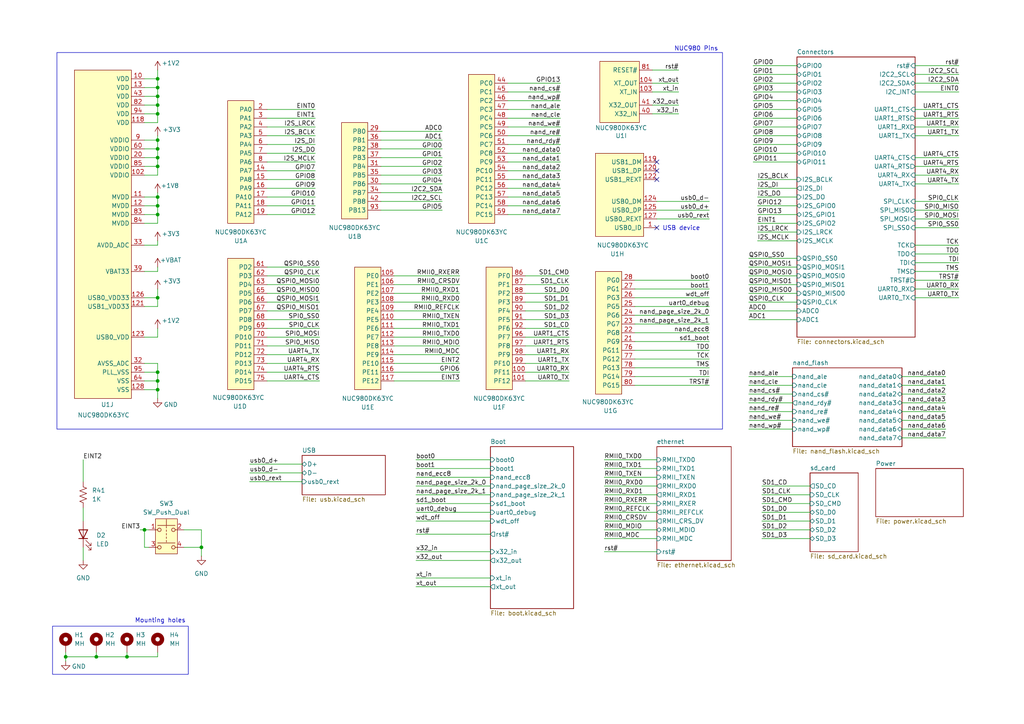
<source format=kicad_sch>
(kicad_sch (version 20250114) (generator "eeschema") (generator_version "9.0")
  (paper "A4")
  (lib_symbols
    (symbol "Device:LED" (pin_numbers (hide yes)) (pin_names (offset 1.016) (hide yes))
      (property "Reference" "D" (at 0 2.54 0))
      (property "Value" "LED" (at 0 -2.54 0))
      (symbol "LED_1_1"
        (pin passive line (at -3.81 0 0) (length 2.54) (name "K") (number "1"))
        (pin passive line (at 3.81 0 180) (length 2.54) (name "A") (number "2"))
      )
    )
    (symbol "Device:R_US" (pin_numbers (hide yes)) (pin_names (offset 0))
      (property "Reference" "R" (at 2.54 0 90))
      (property "Value" "R_US" (at -2.54 0 90))
      (symbol "R_US_1_1"
        (pin passive line (at 0 3.81 270) (length 1.27) (name "~") (number "1"))
        (pin passive line (at 0 -3.81 90) (length 1.27) (name "~") (number "2"))
      )
    )
    (symbol "Mechanical:MountingHole_Pad" (pin_numbers (hide yes)) (pin_names (offset 1.016) (hide yes)) (in_bom no)
      (property "Reference" "H" (at 0 6.35 0))
      (property "Value" "MountingHole_Pad" (at 0 4.445 0))
      (symbol "MountingHole_Pad_1_1"
        (pin input line (at 0 -2.54 90) (length 2.54) (name "1") (number "1"))
      )
    )
    (symbol "cotti_switch:SW_Push_Dual" (pin_names (offset 1.016) (hide yes))
      (property "Reference" "SW" (at 0 7.62 0))
      (property "Value" "SW_Push_Dual" (at 0 -6.35 0))
      (symbol "SW_Push_Dual_0_1"
        (pin passive line (at -5.08 2.54 0) (length 2.54) (name "1") (number "1"))
        (pin passive line (at -5.08 -2.54 0) (length 2.54) (name "3") (number "3"))
        (pin passive line (at 5.08 2.54 180) (length 2.54) (name "2") (number "2"))
        (pin passive line (at 5.08 -2.54 180) (length 2.54) (name "4") (number "4"))
      )
    )
    (symbol "nuc980_1"
      (property "Reference" "U" (at 1.27 1.524 0))
      (symbol "nuc980_1_1_1"
        (pin passive line (at -3.81 -2.54 0) (length 3.81) (name "PA0") (number "2"))
        (pin passive line (at -3.81 -5.08 0) (length 3.81) (name "PA1") (number "3"))
        (pin passive line (at -3.81 -7.62 0) (length 3.81) (name "PA2") (number "4"))
        (pin passive line (at -3.81 -10.16 0) (length 3.81) (name "PA3") (number "5"))
        (pin passive line (at -3.81 -12.7 0) (length 3.81) (name "PA4") (number "6"))
        (pin passive line (at -3.81 -15.24 0) (length 3.81) (name "PA5") (number "7"))
        (pin passive line (at -3.81 -17.78 0) (length 3.81) (name "PA6") (number "8"))
        (pin passive line (at -3.81 -20.32 0) (length 3.81) (name "PA7") (number "14"))
        (pin passive line (at -3.81 -22.86 0) (length 3.81) (name "PA8") (number "15"))
        (pin passive line (at -3.81 -25.4 0) (length 3.81) (name "PA9") (number "16"))
        (pin passive line (at -3.81 -27.94 0) (length 3.81) (name "PA10") (number "17"))
        (pin passive line (at -3.81 -30.48 0) (length 3.81) (name "PA11") (number "18"))
        (pin passive line (at -3.81 -33.02 0) (length 3.81) (name "PA12") (number "19"))
      )
      (symbol "nuc980_1_2_1"
        (pin passive line (at -3.81 -2.54 0) (length 3.81) (name "PB0") (number "29"))
        (pin passive line (at -3.81 -5.08 0) (length 3.81) (name "PB1") (number "36"))
        (pin passive line (at -3.81 -7.62 0) (length 3.81) (name "PB2") (number "38"))
        (pin passive line (at -3.81 -10.16 0) (length 3.81) (name "PB3") (number "37"))
        (pin passive line (at -3.81 -12.7 0) (length 3.81) (name "PB4") (number "31"))
        (pin passive line (at -3.81 -15.24 0) (length 3.81) (name "PB5") (number "35"))
        (pin passive line (at -3.81 -17.78 0) (length 3.81) (name "PB6") (number "30"))
        (pin passive line (at -3.81 -20.32 0) (length 3.81) (name "PB7") (number "34"))
        (pin passive line (at -3.81 -22.86 0) (length 3.81) (name "PB8") (number "42"))
        (pin passive line (at -3.81 -25.4 0) (length 3.81) (name "PB13") (number "93"))
      )
      (symbol "nuc980_1_3_1"
        (pin passive line (at -3.81 -2.54 0) (length 3.81) (name "PC0") (number "44"))
        (pin passive line (at -3.81 -5.08 0) (length 3.81) (name "PC1") (number "45"))
        (pin passive line (at -3.81 -7.62 0) (length 3.81) (name "PC2") (number "46"))
        (pin passive line (at -3.81 -10.16 0) (length 3.81) (name "PC3") (number "47"))
        (pin passive line (at -3.81 -12.7 0) (length 3.81) (name "PC4") (number "48"))
        (pin passive line (at -3.81 -15.24 0) (length 3.81) (name "PC5") (number "49"))
        (pin passive line (at -3.81 -17.78 0) (length 3.81) (name "PC6") (number "50"))
        (pin passive line (at -3.81 -20.32 0) (length 3.81) (name "PC7") (number "51"))
        (pin passive line (at -3.81 -22.86 0) (length 3.81) (name "PC8") (number "52"))
        (pin passive line (at -3.81 -25.4 0) (length 3.81) (name "PC9") (number "53"))
        (pin passive line (at -3.81 -27.94 0) (length 3.81) (name "PC10") (number "54"))
        (pin passive line (at -3.81 -30.48 0) (length 3.81) (name "PC11") (number "55"))
        (pin passive line (at -3.81 -33.02 0) (length 3.81) (name "PC12") (number "56"))
        (pin passive line (at -3.81 -35.56 0) (length 3.81) (name "PC13") (number "57"))
        (pin passive line (at -3.81 -38.1 0) (length 3.81) (name "PC14") (number "58"))
        (pin passive line (at -3.81 -40.64 0) (length 3.81) (name "PC15") (number "59"))
      )
      (symbol "nuc980_1_4_1"
        (pin passive line (at -3.81 -2.54 0) (length 3.81) (name "PD2") (number "61"))
        (pin passive line (at -3.81 -5.08 0) (length 3.81) (name "PD3") (number "62"))
        (pin passive line (at -3.81 -7.62 0) (length 3.81) (name "PD4") (number "63"))
        (pin passive line (at -3.81 -10.16 0) (length 3.81) (name "PD5") (number "65"))
        (pin passive line (at -3.81 -12.7 0) (length 3.81) (name "PD6") (number "66"))
        (pin passive line (at -3.81 -15.24 0) (length 3.81) (name "PD7") (number "67"))
        (pin passive line (at -3.81 -17.78 0) (length 3.81) (name "PD8") (number "68"))
        (pin passive line (at -3.81 -20.32 0) (length 3.81) (name "PD9") (number "69"))
        (pin passive line (at -3.81 -22.86 0) (length 3.81) (name "PD10") (number "70"))
        (pin passive line (at -3.81 -25.4 0) (length 3.81) (name "PD11") (number "71"))
        (pin passive line (at -3.81 -27.94 0) (length 3.81) (name "PD12") (number "72"))
        (pin passive line (at -3.81 -30.48 0) (length 3.81) (name "PD13") (number "73"))
        (pin passive line (at -3.81 -33.02 0) (length 3.81) (name "PD14") (number "74"))
        (pin passive line (at -3.81 -35.56 0) (length 3.81) (name "PD15") (number "75"))
      )
      (symbol "nuc980_1_5_1"
        (pin passive line (at -3.81 -2.54 0) (length 3.81) (name "PE0") (number "105"))
        (pin passive line (at -3.81 -5.08 0) (length 3.81) (name "PE1") (number "106"))
        (pin passive line (at -3.81 -7.62 0) (length 3.81) (name "PE2") (number "107"))
        (pin passive line (at -3.81 -10.16 0) (length 3.81) (name "PE3") (number "108"))
        (pin passive line (at -3.81 -12.7 0) (length 3.81) (name "PE4") (number "109"))
        (pin passive line (at -3.81 -15.24 0) (length 3.81) (name "PE5") (number "110"))
        (pin passive line (at -3.81 -17.78 0) (length 3.81) (name "PE6") (number "111"))
        (pin passive line (at -3.81 -20.32 0) (length 3.81) (name "PE7") (number "112"))
        (pin passive line (at -3.81 -22.86 0) (length 3.81) (name "PE8") (number "113"))
        (pin passive line (at -3.81 -25.4 0) (length 3.81) (name "PE9") (number "114"))
        (pin passive line (at -3.81 -27.94 0) (length 3.81) (name "PE10") (number "115"))
        (pin passive line (at -3.81 -30.48 0) (length 3.81) (name "PE11") (number "116"))
        (pin passive line (at -3.81 -33.02 0) (length 3.81) (name "PE12") (number "117"))
      )
      (symbol "nuc980_1_6_1"
        (pin passive line (at -3.81 -2.54 0) (length 3.81) (name "PF0") (number "86"))
        (pin passive line (at -3.81 -5.08 0) (length 3.81) (name "PF1") (number "87"))
        (pin passive line (at -3.81 -7.62 0) (length 3.81) (name "PF2") (number "88"))
        (pin passive line (at -3.81 -10.16 0) (length 3.81) (name "PF3") (number "89"))
        (pin passive line (at -3.81 -12.7 0) (length 3.81) (name "PF4") (number "90"))
        (pin passive line (at -3.81 -15.24 0) (length 3.81) (name "PF5") (number "91"))
        (pin passive line (at -3.81 -17.78 0) (length 3.81) (name "PF6") (number "92"))
        (pin passive line (at -3.81 -20.32 0) (length 3.81) (name "PF7") (number "96"))
        (pin passive line (at -3.81 -22.86 0) (length 3.81) (name "PF8") (number "97"))
        (pin passive line (at -3.81 -25.4 0) (length 3.81) (name "PF9") (number "98"))
        (pin passive line (at -3.81 -27.94 0) (length 3.81) (name "PF10") (number "99"))
        (pin passive line (at -3.81 -30.48 0) (length 3.81) (name "PF11") (number "100"))
        (pin passive line (at -3.81 -33.02 0) (length 3.81) (name "PF12") (number "101"))
      )
      (symbol "nuc980_1_7_1"
        (pin passive line (at -3.81 -2.54 0) (length 3.81) (name "PG0") (number "28"))
        (pin passive line (at -3.81 -5.08 0) (length 3.81) (name "PG1") (number "27"))
        (pin passive line (at -3.81 -7.62 0) (length 3.81) (name "PG3") (number "26"))
        (pin passive line (at -3.81 -10.16 0) (length 3.81) (name "PG5") (number "25"))
        (pin passive line (at -3.81 -12.7 0) (length 3.81) (name "PG6") (number "24"))
        (pin passive line (at -3.81 -15.24 0) (length 3.81) (name "PG7") (number "23"))
        (pin passive line (at -3.81 -17.78 0) (length 3.81) (name "PG8") (number "22"))
        (pin passive line (at -3.81 -20.32 0) (length 3.81) (name "PG9") (number "21"))
        (pin passive line (at -3.81 -22.86 0) (length 3.81) (name "PG11") (number "76"))
        (pin passive line (at -3.81 -25.4 0) (length 3.81) (name "PG12") (number "77"))
        (pin passive line (at -3.81 -27.94 0) (length 3.81) (name "PG13") (number "78"))
        (pin passive line (at -3.81 -30.48 0) (length 3.81) (name "PG14") (number "79"))
        (pin passive line (at -3.81 -33.02 0) (length 3.81) (name "PG15") (number "80"))
      )
      (symbol "nuc980_1_8_1"
        (pin passive line (at -3.81 -2.54 0) (length 3.81) (name "USB0_ID") (number "1"))
        (pin passive line (at -3.81 -5.08 0) (length 3.81) (name "USB0_REXT") (number "127"))
        (pin passive line (at -3.81 -7.62 0) (length 3.81) (name "USB0_DP") (number "125"))
        (pin passive line (at -3.81 -10.16 0) (length 3.81) (name "USB0_DM") (number "124"))
        (pin passive line (at -3.81 -16.51 0) (length 3.81) (name "USB1_REXT") (number "122"))
        (pin passive line (at -3.81 -19.05 0) (length 3.81) (name "USB1_DP") (number "120"))
        (pin passive line (at -3.81 -21.59 0) (length 3.81) (name "USB1_DM") (number "119"))
      )
      (symbol "nuc980_1_9_1"
        (pin passive line (at -3.81 -2.54 0) (length 3.81) (name "X32_IN") (number "40"))
        (pin passive line (at -3.81 -5.08 0) (length 3.81) (name "X32_OUT") (number "41"))
        (pin passive line (at -3.81 -8.89 0) (length 3.81) (name "XT_IN") (number "103"))
        (pin passive line (at -3.81 -11.43 0) (length 3.81) (name "XT_OUT") (number "104"))
        (pin passive line (at -3.81 -15.24 0) (length 3.81) (name "RESET#") (number "81"))
      )
      (symbol "nuc980_1_10_1"
        (pin power_in line (at -3.81 -2.54 0) (length 3.81) (name "VDD") (number "10"))
        (pin power_in line (at -3.81 -5.08 0) (length 3.81) (name "VDD") (number "13"))
        (pin power_in line (at -3.81 -7.62 0) (length 3.81) (name "VDD") (number "43"))
        (pin power_in line (at -3.81 -10.16 0) (length 3.81) (name "VDD") (number "82"))
        (pin power_in line (at -3.81 -12.7 0) (length 3.81) (name "VDD") (number "94"))
        (pin power_in line (at -3.81 -15.24 0) (length 3.81) (name "VDD") (number "118"))
        (pin power_in line (at -3.81 -20.32 0) (length 3.81) (name "VDDIO") (number "9"))
        (pin power_in line (at -3.81 -22.86 0) (length 3.81) (name "VDDIO") (number "60"))
        (pin power_in line (at -3.81 -25.4 0) (length 3.81) (name "VDDIO") (number "20"))
        (pin power_in line (at -3.81 -27.94 0) (length 3.81) (name "VDDIO") (number "85"))
        (pin power_in line (at -3.81 -30.48 0) (length 3.81) (name "VDDIO") (number "102"))
        (pin power_in line (at -3.81 -36.83 0) (length 3.81) (name "MVDD") (number "11"))
        (pin power_in line (at -3.81 -39.37 0) (length 3.81) (name "MVDD") (number "12"))
        (pin power_in line (at -3.81 -41.91 0) (length 3.81) (name "MVDD") (number "83"))
        (pin power_in line (at -3.81 -44.45 0) (length 3.81) (name "MVDD") (number "84"))
        (pin power_in line (at -3.81 -50.8 0) (length 3.81) (name "AVDD_ADC") (number "33"))
        (pin power_in line (at -3.81 -58.42 0) (length 3.81) (name "VBAT33") (number "39"))
        (pin passive line (at -3.81 -66.04 0) (length 3.81) (name "USB0_VDD33") (number "126"))
        (pin passive line (at -3.81 -68.58 0) (length 3.81) (name "USB1_VDD33") (number "121"))
        (pin passive line (at -3.81 -77.47 0) (length 3.81) (name "USB0_VDD") (number "123"))
        (pin power_in line (at -3.81 -85.09 0) (length 3.81) (name "AVSS_ADC") (number "32"))
        (pin passive line (at -3.81 -87.63 0) (length 3.81) (name "PLL_VSS") (number "95"))
        (pin power_in line (at -3.81 -90.17 0) (length 3.81) (name "VSS") (number "64"))
        (pin power_in line (at -3.81 -92.71 0) (length 3.81) (name "VSS") (number "128"))
      )
    )
    (symbol "nuc980_2"
      (property "Reference" "U" (at 1.27 1.524 0))
      (symbol "nuc980_2_1_1"
        (pin passive line (at -3.81 -2.54 0) (length 3.81) (name "PA0") (number "2"))
        (pin passive line (at -3.81 -5.08 0) (length 3.81) (name "PA1") (number "3"))
        (pin passive line (at -3.81 -7.62 0) (length 3.81) (name "PA2") (number "4"))
        (pin passive line (at -3.81 -10.16 0) (length 3.81) (name "PA3") (number "5"))
        (pin passive line (at -3.81 -12.7 0) (length 3.81) (name "PA4") (number "6"))
        (pin passive line (at -3.81 -15.24 0) (length 3.81) (name "PA5") (number "7"))
        (pin passive line (at -3.81 -17.78 0) (length 3.81) (name "PA6") (number "8"))
        (pin passive line (at -3.81 -20.32 0) (length 3.81) (name "PA7") (number "14"))
        (pin passive line (at -3.81 -22.86 0) (length 3.81) (name "PA8") (number "15"))
        (pin passive line (at -3.81 -25.4 0) (length 3.81) (name "PA9") (number "16"))
        (pin passive line (at -3.81 -27.94 0) (length 3.81) (name "PA10") (number "17"))
        (pin passive line (at -3.81 -30.48 0) (length 3.81) (name "PA11") (number "18"))
        (pin passive line (at -3.81 -33.02 0) (length 3.81) (name "PA12") (number "19"))
      )
      (symbol "nuc980_2_2_1"
        (pin passive line (at -3.81 -2.54 0) (length 3.81) (name "PB0") (number "29"))
        (pin passive line (at -3.81 -5.08 0) (length 3.81) (name "PB1") (number "36"))
        (pin passive line (at -3.81 -7.62 0) (length 3.81) (name "PB2") (number "38"))
        (pin passive line (at -3.81 -10.16 0) (length 3.81) (name "PB3") (number "37"))
        (pin passive line (at -3.81 -12.7 0) (length 3.81) (name "PB4") (number "31"))
        (pin passive line (at -3.81 -15.24 0) (length 3.81) (name "PB5") (number "35"))
        (pin passive line (at -3.81 -17.78 0) (length 3.81) (name "PB6") (number "30"))
        (pin passive line (at -3.81 -20.32 0) (length 3.81) (name "PB7") (number "34"))
        (pin passive line (at -3.81 -22.86 0) (length 3.81) (name "PB8") (number "42"))
        (pin passive line (at -3.81 -25.4 0) (length 3.81) (name "PB13") (number "93"))
      )
      (symbol "nuc980_2_3_1"
        (pin passive line (at -3.81 -2.54 0) (length 3.81) (name "PC0") (number "44"))
        (pin passive line (at -3.81 -5.08 0) (length 3.81) (name "PC1") (number "45"))
        (pin passive line (at -3.81 -7.62 0) (length 3.81) (name "PC2") (number "46"))
        (pin passive line (at -3.81 -10.16 0) (length 3.81) (name "PC3") (number "47"))
        (pin passive line (at -3.81 -12.7 0) (length 3.81) (name "PC4") (number "48"))
        (pin passive line (at -3.81 -15.24 0) (length 3.81) (name "PC5") (number "49"))
        (pin passive line (at -3.81 -17.78 0) (length 3.81) (name "PC6") (number "50"))
        (pin passive line (at -3.81 -20.32 0) (length 3.81) (name "PC7") (number "51"))
        (pin passive line (at -3.81 -22.86 0) (length 3.81) (name "PC8") (number "52"))
        (pin passive line (at -3.81 -25.4 0) (length 3.81) (name "PC9") (number "53"))
        (pin passive line (at -3.81 -27.94 0) (length 3.81) (name "PC10") (number "54"))
        (pin passive line (at -3.81 -30.48 0) (length 3.81) (name "PC11") (number "55"))
        (pin passive line (at -3.81 -33.02 0) (length 3.81) (name "PC12") (number "56"))
        (pin passive line (at -3.81 -35.56 0) (length 3.81) (name "PC13") (number "57"))
        (pin passive line (at -3.81 -38.1 0) (length 3.81) (name "PC14") (number "58"))
        (pin passive line (at -3.81 -40.64 0) (length 3.81) (name "PC15") (number "59"))
      )
      (symbol "nuc980_2_4_1"
        (pin passive line (at -3.81 -2.54 0) (length 3.81) (name "PD2") (number "61"))
        (pin passive line (at -3.81 -5.08 0) (length 3.81) (name "PD3") (number "62"))
        (pin passive line (at -3.81 -7.62 0) (length 3.81) (name "PD4") (number "63"))
        (pin passive line (at -3.81 -10.16 0) (length 3.81) (name "PD5") (number "65"))
        (pin passive line (at -3.81 -12.7 0) (length 3.81) (name "PD6") (number "66"))
        (pin passive line (at -3.81 -15.24 0) (length 3.81) (name "PD7") (number "67"))
        (pin passive line (at -3.81 -17.78 0) (length 3.81) (name "PD8") (number "68"))
        (pin passive line (at -3.81 -20.32 0) (length 3.81) (name "PD9") (number "69"))
        (pin passive line (at -3.81 -22.86 0) (length 3.81) (name "PD10") (number "70"))
        (pin passive line (at -3.81 -25.4 0) (length 3.81) (name "PD11") (number "71"))
        (pin passive line (at -3.81 -27.94 0) (length 3.81) (name "PD12") (number "72"))
        (pin passive line (at -3.81 -30.48 0) (length 3.81) (name "PD13") (number "73"))
        (pin passive line (at -3.81 -33.02 0) (length 3.81) (name "PD14") (number "74"))
        (pin passive line (at -3.81 -35.56 0) (length 3.81) (name "PD15") (number "75"))
      )
      (symbol "nuc980_2_5_1"
        (pin passive line (at -3.81 -2.54 0) (length 3.81) (name "PE0") (number "105"))
        (pin passive line (at -3.81 -5.08 0) (length 3.81) (name "PE1") (number "106"))
        (pin passive line (at -3.81 -7.62 0) (length 3.81) (name "PE2") (number "107"))
        (pin passive line (at -3.81 -10.16 0) (length 3.81) (name "PE3") (number "108"))
        (pin passive line (at -3.81 -12.7 0) (length 3.81) (name "PE4") (number "109"))
        (pin passive line (at -3.81 -15.24 0) (length 3.81) (name "PE5") (number "110"))
        (pin passive line (at -3.81 -17.78 0) (length 3.81) (name "PE6") (number "111"))
        (pin passive line (at -3.81 -20.32 0) (length 3.81) (name "PE7") (number "112"))
        (pin passive line (at -3.81 -22.86 0) (length 3.81) (name "PE8") (number "113"))
        (pin passive line (at -3.81 -25.4 0) (length 3.81) (name "PE9") (number "114"))
        (pin passive line (at -3.81 -27.94 0) (length 3.81) (name "PE10") (number "115"))
        (pin passive line (at -3.81 -30.48 0) (length 3.81) (name "PE11") (number "116"))
        (pin passive line (at -3.81 -33.02 0) (length 3.81) (name "PE12") (number "117"))
      )
      (symbol "nuc980_2_6_1"
        (pin passive line (at -3.81 -2.54 0) (length 3.81) (name "PF0") (number "86"))
        (pin passive line (at -3.81 -5.08 0) (length 3.81) (name "PF1") (number "87"))
        (pin passive line (at -3.81 -7.62 0) (length 3.81) (name "PF2") (number "88"))
        (pin passive line (at -3.81 -10.16 0) (length 3.81) (name "PF3") (number "89"))
        (pin passive line (at -3.81 -12.7 0) (length 3.81) (name "PF4") (number "90"))
        (pin passive line (at -3.81 -15.24 0) (length 3.81) (name "PF5") (number "91"))
        (pin passive line (at -3.81 -17.78 0) (length 3.81) (name "PF6") (number "92"))
        (pin passive line (at -3.81 -20.32 0) (length 3.81) (name "PF7") (number "96"))
        (pin passive line (at -3.81 -22.86 0) (length 3.81) (name "PF8") (number "97"))
        (pin passive line (at -3.81 -25.4 0) (length 3.81) (name "PF9") (number "98"))
        (pin passive line (at -3.81 -27.94 0) (length 3.81) (name "PF10") (number "99"))
        (pin passive line (at -3.81 -30.48 0) (length 3.81) (name "PF11") (number "100"))
        (pin passive line (at -3.81 -33.02 0) (length 3.81) (name "PF12") (number "101"))
      )
      (symbol "nuc980_2_7_1"
        (pin passive line (at -3.81 -2.54 0) (length 3.81) (name "PG0") (number "28"))
        (pin passive line (at -3.81 -5.08 0) (length 3.81) (name "PG1") (number "27"))
        (pin passive line (at -3.81 -7.62 0) (length 3.81) (name "PG3") (number "26"))
        (pin passive line (at -3.81 -10.16 0) (length 3.81) (name "PG5") (number "25"))
        (pin passive line (at -3.81 -12.7 0) (length 3.81) (name "PG6") (number "24"))
        (pin passive line (at -3.81 -15.24 0) (length 3.81) (name "PG7") (number "23"))
        (pin passive line (at -3.81 -17.78 0) (length 3.81) (name "PG8") (number "22"))
        (pin passive line (at -3.81 -20.32 0) (length 3.81) (name "PG9") (number "21"))
        (pin passive line (at -3.81 -22.86 0) (length 3.81) (name "PG11") (number "76"))
        (pin passive line (at -3.81 -25.4 0) (length 3.81) (name "PG12") (number "77"))
        (pin passive line (at -3.81 -27.94 0) (length 3.81) (name "PG13") (number "78"))
        (pin passive line (at -3.81 -30.48 0) (length 3.81) (name "PG14") (number "79"))
        (pin passive line (at -3.81 -33.02 0) (length 3.81) (name "PG15") (number "80"))
      )
      (symbol "nuc980_2_8_1"
        (pin passive line (at -3.81 -2.54 0) (length 3.81) (name "USB0_ID") (number "1"))
        (pin passive line (at -3.81 -5.08 0) (length 3.81) (name "USB0_REXT") (number "127"))
        (pin passive line (at -3.81 -7.62 0) (length 3.81) (name "USB0_DP") (number "125"))
        (pin passive line (at -3.81 -10.16 0) (length 3.81) (name "USB0_DM") (number "124"))
        (pin passive line (at -3.81 -16.51 0) (length 3.81) (name "USB1_REXT") (number "122"))
        (pin passive line (at -3.81 -19.05 0) (length 3.81) (name "USB1_DP") (number "120"))
        (pin passive line (at -3.81 -21.59 0) (length 3.81) (name "USB1_DM") (number "119"))
      )
      (symbol "nuc980_2_9_1"
        (pin passive line (at -3.81 -2.54 0) (length 3.81) (name "X32_IN") (number "40"))
        (pin passive line (at -3.81 -5.08 0) (length 3.81) (name "X32_OUT") (number "41"))
        (pin passive line (at -3.81 -8.89 0) (length 3.81) (name "XT_IN") (number "103"))
        (pin passive line (at -3.81 -11.43 0) (length 3.81) (name "XT_OUT") (number "104"))
        (pin passive line (at -3.81 -15.24 0) (length 3.81) (name "RESET#") (number "81"))
      )
      (symbol "nuc980_2_10_1"
        (pin power_in line (at -3.81 -2.54 0) (length 3.81) (name "VDD") (number "10"))
        (pin power_in line (at -3.81 -5.08 0) (length 3.81) (name "VDD") (number "13"))
        (pin power_in line (at -3.81 -7.62 0) (length 3.81) (name "VDD") (number "43"))
        (pin power_in line (at -3.81 -10.16 0) (length 3.81) (name "VDD") (number "82"))
        (pin power_in line (at -3.81 -12.7 0) (length 3.81) (name "VDD") (number "94"))
        (pin power_in line (at -3.81 -15.24 0) (length 3.81) (name "VDD") (number "118"))
        (pin power_in line (at -3.81 -20.32 0) (length 3.81) (name "VDDIO") (number "9"))
        (pin power_in line (at -3.81 -22.86 0) (length 3.81) (name "VDDIO") (number "60"))
        (pin power_in line (at -3.81 -25.4 0) (length 3.81) (name "VDDIO") (number "20"))
        (pin power_in line (at -3.81 -27.94 0) (length 3.81) (name "VDDIO") (number "85"))
        (pin power_in line (at -3.81 -30.48 0) (length 3.81) (name "VDDIO") (number "102"))
        (pin power_in line (at -3.81 -36.83 0) (length 3.81) (name "MVDD") (number "11"))
        (pin power_in line (at -3.81 -39.37 0) (length 3.81) (name "MVDD") (number "12"))
        (pin power_in line (at -3.81 -41.91 0) (length 3.81) (name "MVDD") (number "83"))
        (pin power_in line (at -3.81 -44.45 0) (length 3.81) (name "MVDD") (number "84"))
        (pin power_in line (at -3.81 -50.8 0) (length 3.81) (name "AVDD_ADC") (number "33"))
        (pin power_in line (at -3.81 -58.42 0) (length 3.81) (name "VBAT33") (number "39"))
        (pin passive line (at -3.81 -66.04 0) (length 3.81) (name "USB0_VDD33") (number "126"))
        (pin passive line (at -3.81 -68.58 0) (length 3.81) (name "USB1_VDD33") (number "121"))
        (pin passive line (at -3.81 -77.47 0) (length 3.81) (name "USB0_VDD") (number "123"))
        (pin power_in line (at -3.81 -85.09 0) (length 3.81) (name "AVSS_ADC") (number "32"))
        (pin passive line (at -3.81 -87.63 0) (length 3.81) (name "PLL_VSS") (number "95"))
        (pin power_in line (at -3.81 -90.17 0) (length 3.81) (name "VSS") (number "64"))
        (pin power_in line (at -3.81 -92.71 0) (length 3.81) (name "VSS") (number "128"))
      )
    )
    (symbol "nuc980_3"
      (property "Reference" "U" (at 1.27 1.524 0))
      (symbol "nuc980_3_1_1"
        (pin passive line (at -3.81 -2.54 0) (length 3.81) (name "PA0") (number "2"))
        (pin passive line (at -3.81 -5.08 0) (length 3.81) (name "PA1") (number "3"))
        (pin passive line (at -3.81 -7.62 0) (length 3.81) (name "PA2") (number "4"))
        (pin passive line (at -3.81 -10.16 0) (length 3.81) (name "PA3") (number "5"))
        (pin passive line (at -3.81 -12.7 0) (length 3.81) (name "PA4") (number "6"))
        (pin passive line (at -3.81 -15.24 0) (length 3.81) (name "PA5") (number "7"))
        (pin passive line (at -3.81 -17.78 0) (length 3.81) (name "PA6") (number "8"))
        (pin passive line (at -3.81 -20.32 0) (length 3.81) (name "PA7") (number "14"))
        (pin passive line (at -3.81 -22.86 0) (length 3.81) (name "PA8") (number "15"))
        (pin passive line (at -3.81 -25.4 0) (length 3.81) (name "PA9") (number "16"))
        (pin passive line (at -3.81 -27.94 0) (length 3.81) (name "PA10") (number "17"))
        (pin passive line (at -3.81 -30.48 0) (length 3.81) (name "PA11") (number "18"))
        (pin passive line (at -3.81 -33.02 0) (length 3.81) (name "PA12") (number "19"))
      )
      (symbol "nuc980_3_2_1"
        (pin passive line (at -3.81 -2.54 0) (length 3.81) (name "PB0") (number "29"))
        (pin passive line (at -3.81 -5.08 0) (length 3.81) (name "PB1") (number "36"))
        (pin passive line (at -3.81 -7.62 0) (length 3.81) (name "PB2") (number "38"))
        (pin passive line (at -3.81 -10.16 0) (length 3.81) (name "PB3") (number "37"))
        (pin passive line (at -3.81 -12.7 0) (length 3.81) (name "PB4") (number "31"))
        (pin passive line (at -3.81 -15.24 0) (length 3.81) (name "PB5") (number "35"))
        (pin passive line (at -3.81 -17.78 0) (length 3.81) (name "PB6") (number "30"))
        (pin passive line (at -3.81 -20.32 0) (length 3.81) (name "PB7") (number "34"))
        (pin passive line (at -3.81 -22.86 0) (length 3.81) (name "PB8") (number "42"))
        (pin passive line (at -3.81 -25.4 0) (length 3.81) (name "PB13") (number "93"))
      )
      (symbol "nuc980_3_3_1"
        (pin passive line (at -3.81 -2.54 0) (length 3.81) (name "PC0") (number "44"))
        (pin passive line (at -3.81 -5.08 0) (length 3.81) (name "PC1") (number "45"))
        (pin passive line (at -3.81 -7.62 0) (length 3.81) (name "PC2") (number "46"))
        (pin passive line (at -3.81 -10.16 0) (length 3.81) (name "PC3") (number "47"))
        (pin passive line (at -3.81 -12.7 0) (length 3.81) (name "PC4") (number "48"))
        (pin passive line (at -3.81 -15.24 0) (length 3.81) (name "PC5") (number "49"))
        (pin passive line (at -3.81 -17.78 0) (length 3.81) (name "PC6") (number "50"))
        (pin passive line (at -3.81 -20.32 0) (length 3.81) (name "PC7") (number "51"))
        (pin passive line (at -3.81 -22.86 0) (length 3.81) (name "PC8") (number "52"))
        (pin passive line (at -3.81 -25.4 0) (length 3.81) (name "PC9") (number "53"))
        (pin passive line (at -3.81 -27.94 0) (length 3.81) (name "PC10") (number "54"))
        (pin passive line (at -3.81 -30.48 0) (length 3.81) (name "PC11") (number "55"))
        (pin passive line (at -3.81 -33.02 0) (length 3.81) (name "PC12") (number "56"))
        (pin passive line (at -3.81 -35.56 0) (length 3.81) (name "PC13") (number "57"))
        (pin passive line (at -3.81 -38.1 0) (length 3.81) (name "PC14") (number "58"))
        (pin passive line (at -3.81 -40.64 0) (length 3.81) (name "PC15") (number "59"))
      )
      (symbol "nuc980_3_4_1"
        (pin passive line (at -3.81 -2.54 0) (length 3.81) (name "PD2") (number "61"))
        (pin passive line (at -3.81 -5.08 0) (length 3.81) (name "PD3") (number "62"))
        (pin passive line (at -3.81 -7.62 0) (length 3.81) (name "PD4") (number "63"))
        (pin passive line (at -3.81 -10.16 0) (length 3.81) (name "PD5") (number "65"))
        (pin passive line (at -3.81 -12.7 0) (length 3.81) (name "PD6") (number "66"))
        (pin passive line (at -3.81 -15.24 0) (length 3.81) (name "PD7") (number "67"))
        (pin passive line (at -3.81 -17.78 0) (length 3.81) (name "PD8") (number "68"))
        (pin passive line (at -3.81 -20.32 0) (length 3.81) (name "PD9") (number "69"))
        (pin passive line (at -3.81 -22.86 0) (length 3.81) (name "PD10") (number "70"))
        (pin passive line (at -3.81 -25.4 0) (length 3.81) (name "PD11") (number "71"))
        (pin passive line (at -3.81 -27.94 0) (length 3.81) (name "PD12") (number "72"))
        (pin passive line (at -3.81 -30.48 0) (length 3.81) (name "PD13") (number "73"))
        (pin passive line (at -3.81 -33.02 0) (length 3.81) (name "PD14") (number "74"))
        (pin passive line (at -3.81 -35.56 0) (length 3.81) (name "PD15") (number "75"))
      )
      (symbol "nuc980_3_5_1"
        (pin passive line (at -3.81 -2.54 0) (length 3.81) (name "PE0") (number "105"))
        (pin passive line (at -3.81 -5.08 0) (length 3.81) (name "PE1") (number "106"))
        (pin passive line (at -3.81 -7.62 0) (length 3.81) (name "PE2") (number "107"))
        (pin passive line (at -3.81 -10.16 0) (length 3.81) (name "PE3") (number "108"))
        (pin passive line (at -3.81 -12.7 0) (length 3.81) (name "PE4") (number "109"))
        (pin passive line (at -3.81 -15.24 0) (length 3.81) (name "PE5") (number "110"))
        (pin passive line (at -3.81 -17.78 0) (length 3.81) (name "PE6") (number "111"))
        (pin passive line (at -3.81 -20.32 0) (length 3.81) (name "PE7") (number "112"))
        (pin passive line (at -3.81 -22.86 0) (length 3.81) (name "PE8") (number "113"))
        (pin passive line (at -3.81 -25.4 0) (length 3.81) (name "PE9") (number "114"))
        (pin passive line (at -3.81 -27.94 0) (length 3.81) (name "PE10") (number "115"))
        (pin passive line (at -3.81 -30.48 0) (length 3.81) (name "PE11") (number "116"))
        (pin passive line (at -3.81 -33.02 0) (length 3.81) (name "PE12") (number "117"))
      )
      (symbol "nuc980_3_6_1"
        (pin passive line (at -3.81 -2.54 0) (length 3.81) (name "PF0") (number "86"))
        (pin passive line (at -3.81 -5.08 0) (length 3.81) (name "PF1") (number "87"))
        (pin passive line (at -3.81 -7.62 0) (length 3.81) (name "PF2") (number "88"))
        (pin passive line (at -3.81 -10.16 0) (length 3.81) (name "PF3") (number "89"))
        (pin passive line (at -3.81 -12.7 0) (length 3.81) (name "PF4") (number "90"))
        (pin passive line (at -3.81 -15.24 0) (length 3.81) (name "PF5") (number "91"))
        (pin passive line (at -3.81 -17.78 0) (length 3.81) (name "PF6") (number "92"))
        (pin passive line (at -3.81 -20.32 0) (length 3.81) (name "PF7") (number "96"))
        (pin passive line (at -3.81 -22.86 0) (length 3.81) (name "PF8") (number "97"))
        (pin passive line (at -3.81 -25.4 0) (length 3.81) (name "PF9") (number "98"))
        (pin passive line (at -3.81 -27.94 0) (length 3.81) (name "PF10") (number "99"))
        (pin passive line (at -3.81 -30.48 0) (length 3.81) (name "PF11") (number "100"))
        (pin passive line (at -3.81 -33.02 0) (length 3.81) (name "PF12") (number "101"))
      )
      (symbol "nuc980_3_7_1"
        (pin passive line (at -3.81 -2.54 0) (length 3.81) (name "PG0") (number "28"))
        (pin passive line (at -3.81 -5.08 0) (length 3.81) (name "PG1") (number "27"))
        (pin passive line (at -3.81 -7.62 0) (length 3.81) (name "PG3") (number "26"))
        (pin passive line (at -3.81 -10.16 0) (length 3.81) (name "PG5") (number "25"))
        (pin passive line (at -3.81 -12.7 0) (length 3.81) (name "PG6") (number "24"))
        (pin passive line (at -3.81 -15.24 0) (length 3.81) (name "PG7") (number "23"))
        (pin passive line (at -3.81 -17.78 0) (length 3.81) (name "PG8") (number "22"))
        (pin passive line (at -3.81 -20.32 0) (length 3.81) (name "PG9") (number "21"))
        (pin passive line (at -3.81 -22.86 0) (length 3.81) (name "PG11") (number "76"))
        (pin passive line (at -3.81 -25.4 0) (length 3.81) (name "PG12") (number "77"))
        (pin passive line (at -3.81 -27.94 0) (length 3.81) (name "PG13") (number "78"))
        (pin passive line (at -3.81 -30.48 0) (length 3.81) (name "PG14") (number "79"))
        (pin passive line (at -3.81 -33.02 0) (length 3.81) (name "PG15") (number "80"))
      )
      (symbol "nuc980_3_8_1"
        (pin passive line (at -3.81 -2.54 0) (length 3.81) (name "USB0_ID") (number "1"))
        (pin passive line (at -3.81 -5.08 0) (length 3.81) (name "USB0_REXT") (number "127"))
        (pin passive line (at -3.81 -7.62 0) (length 3.81) (name "USB0_DP") (number "125"))
        (pin passive line (at -3.81 -10.16 0) (length 3.81) (name "USB0_DM") (number "124"))
        (pin passive line (at -3.81 -16.51 0) (length 3.81) (name "USB1_REXT") (number "122"))
        (pin passive line (at -3.81 -19.05 0) (length 3.81) (name "USB1_DP") (number "120"))
        (pin passive line (at -3.81 -21.59 0) (length 3.81) (name "USB1_DM") (number "119"))
      )
      (symbol "nuc980_3_9_1"
        (pin passive line (at -3.81 -2.54 0) (length 3.81) (name "X32_IN") (number "40"))
        (pin passive line (at -3.81 -5.08 0) (length 3.81) (name "X32_OUT") (number "41"))
        (pin passive line (at -3.81 -8.89 0) (length 3.81) (name "XT_IN") (number "103"))
        (pin passive line (at -3.81 -11.43 0) (length 3.81) (name "XT_OUT") (number "104"))
        (pin passive line (at -3.81 -15.24 0) (length 3.81) (name "RESET#") (number "81"))
      )
      (symbol "nuc980_3_10_1"
        (pin power_in line (at -3.81 -2.54 0) (length 3.81) (name "VDD") (number "10"))
        (pin power_in line (at -3.81 -5.08 0) (length 3.81) (name "VDD") (number "13"))
        (pin power_in line (at -3.81 -7.62 0) (length 3.81) (name "VDD") (number "43"))
        (pin power_in line (at -3.81 -10.16 0) (length 3.81) (name "VDD") (number "82"))
        (pin power_in line (at -3.81 -12.7 0) (length 3.81) (name "VDD") (number "94"))
        (pin power_in line (at -3.81 -15.24 0) (length 3.81) (name "VDD") (number "118"))
        (pin power_in line (at -3.81 -20.32 0) (length 3.81) (name "VDDIO") (number "9"))
        (pin power_in line (at -3.81 -22.86 0) (length 3.81) (name "VDDIO") (number "60"))
        (pin power_in line (at -3.81 -25.4 0) (length 3.81) (name "VDDIO") (number "20"))
        (pin power_in line (at -3.81 -27.94 0) (length 3.81) (name "VDDIO") (number "85"))
        (pin power_in line (at -3.81 -30.48 0) (length 3.81) (name "VDDIO") (number "102"))
        (pin power_in line (at -3.81 -36.83 0) (length 3.81) (name "MVDD") (number "11"))
        (pin power_in line (at -3.81 -39.37 0) (length 3.81) (name "MVDD") (number "12"))
        (pin power_in line (at -3.81 -41.91 0) (length 3.81) (name "MVDD") (number "83"))
        (pin power_in line (at -3.81 -44.45 0) (length 3.81) (name "MVDD") (number "84"))
        (pin power_in line (at -3.81 -50.8 0) (length 3.81) (name "AVDD_ADC") (number "33"))
        (pin power_in line (at -3.81 -58.42 0) (length 3.81) (name "VBAT33") (number "39"))
        (pin passive line (at -3.81 -66.04 0) (length 3.81) (name "USB0_VDD33") (number "126"))
        (pin passive line (at -3.81 -68.58 0) (length 3.81) (name "USB1_VDD33") (number "121"))
        (pin passive line (at -3.81 -77.47 0) (length 3.81) (name "USB0_VDD") (number "123"))
        (pin power_in line (at -3.81 -85.09 0) (length 3.81) (name "AVSS_ADC") (number "32"))
        (pin passive line (at -3.81 -87.63 0) (length 3.81) (name "PLL_VSS") (number "95"))
        (pin power_in line (at -3.81 -90.17 0) (length 3.81) (name "VSS") (number "64"))
        (pin power_in line (at -3.81 -92.71 0) (length 3.81) (name "VSS") (number "128"))
      )
    )
    (symbol "nuc980_4"
      (property "Reference" "U" (at 1.27 1.524 0))
      (symbol "nuc980_4_1_1"
        (pin passive line (at -3.81 -2.54 0) (length 3.81) (name "PA0") (number "2"))
        (pin passive line (at -3.81 -5.08 0) (length 3.81) (name "PA1") (number "3"))
        (pin passive line (at -3.81 -7.62 0) (length 3.81) (name "PA2") (number "4"))
        (pin passive line (at -3.81 -10.16 0) (length 3.81) (name "PA3") (number "5"))
        (pin passive line (at -3.81 -12.7 0) (length 3.81) (name "PA4") (number "6"))
        (pin passive line (at -3.81 -15.24 0) (length 3.81) (name "PA5") (number "7"))
        (pin passive line (at -3.81 -17.78 0) (length 3.81) (name "PA6") (number "8"))
        (pin passive line (at -3.81 -20.32 0) (length 3.81) (name "PA7") (number "14"))
        (pin passive line (at -3.81 -22.86 0) (length 3.81) (name "PA8") (number "15"))
        (pin passive line (at -3.81 -25.4 0) (length 3.81) (name "PA9") (number "16"))
        (pin passive line (at -3.81 -27.94 0) (length 3.81) (name "PA10") (number "17"))
        (pin passive line (at -3.81 -30.48 0) (length 3.81) (name "PA11") (number "18"))
        (pin passive line (at -3.81 -33.02 0) (length 3.81) (name "PA12") (number "19"))
      )
      (symbol "nuc980_4_2_1"
        (pin passive line (at -3.81 -2.54 0) (length 3.81) (name "PB0") (number "29"))
        (pin passive line (at -3.81 -5.08 0) (length 3.81) (name "PB1") (number "36"))
        (pin passive line (at -3.81 -7.62 0) (length 3.81) (name "PB2") (number "38"))
        (pin passive line (at -3.81 -10.16 0) (length 3.81) (name "PB3") (number "37"))
        (pin passive line (at -3.81 -12.7 0) (length 3.81) (name "PB4") (number "31"))
        (pin passive line (at -3.81 -15.24 0) (length 3.81) (name "PB5") (number "35"))
        (pin passive line (at -3.81 -17.78 0) (length 3.81) (name "PB6") (number "30"))
        (pin passive line (at -3.81 -20.32 0) (length 3.81) (name "PB7") (number "34"))
        (pin passive line (at -3.81 -22.86 0) (length 3.81) (name "PB8") (number "42"))
        (pin passive line (at -3.81 -25.4 0) (length 3.81) (name "PB13") (number "93"))
      )
      (symbol "nuc980_4_3_1"
        (pin passive line (at -3.81 -2.54 0) (length 3.81) (name "PC0") (number "44"))
        (pin passive line (at -3.81 -5.08 0) (length 3.81) (name "PC1") (number "45"))
        (pin passive line (at -3.81 -7.62 0) (length 3.81) (name "PC2") (number "46"))
        (pin passive line (at -3.81 -10.16 0) (length 3.81) (name "PC3") (number "47"))
        (pin passive line (at -3.81 -12.7 0) (length 3.81) (name "PC4") (number "48"))
        (pin passive line (at -3.81 -15.24 0) (length 3.81) (name "PC5") (number "49"))
        (pin passive line (at -3.81 -17.78 0) (length 3.81) (name "PC6") (number "50"))
        (pin passive line (at -3.81 -20.32 0) (length 3.81) (name "PC7") (number "51"))
        (pin passive line (at -3.81 -22.86 0) (length 3.81) (name "PC8") (number "52"))
        (pin passive line (at -3.81 -25.4 0) (length 3.81) (name "PC9") (number "53"))
        (pin passive line (at -3.81 -27.94 0) (length 3.81) (name "PC10") (number "54"))
        (pin passive line (at -3.81 -30.48 0) (length 3.81) (name "PC11") (number "55"))
        (pin passive line (at -3.81 -33.02 0) (length 3.81) (name "PC12") (number "56"))
        (pin passive line (at -3.81 -35.56 0) (length 3.81) (name "PC13") (number "57"))
        (pin passive line (at -3.81 -38.1 0) (length 3.81) (name "PC14") (number "58"))
        (pin passive line (at -3.81 -40.64 0) (length 3.81) (name "PC15") (number "59"))
      )
      (symbol "nuc980_4_4_1"
        (pin passive line (at -3.81 -2.54 0) (length 3.81) (name "PD2") (number "61"))
        (pin passive line (at -3.81 -5.08 0) (length 3.81) (name "PD3") (number "62"))
        (pin passive line (at -3.81 -7.62 0) (length 3.81) (name "PD4") (number "63"))
        (pin passive line (at -3.81 -10.16 0) (length 3.81) (name "PD5") (number "65"))
        (pin passive line (at -3.81 -12.7 0) (length 3.81) (name "PD6") (number "66"))
        (pin passive line (at -3.81 -15.24 0) (length 3.81) (name "PD7") (number "67"))
        (pin passive line (at -3.81 -17.78 0) (length 3.81) (name "PD8") (number "68"))
        (pin passive line (at -3.81 -20.32 0) (length 3.81) (name "PD9") (number "69"))
        (pin passive line (at -3.81 -22.86 0) (length 3.81) (name "PD10") (number "70"))
        (pin passive line (at -3.81 -25.4 0) (length 3.81) (name "PD11") (number "71"))
        (pin passive line (at -3.81 -27.94 0) (length 3.81) (name "PD12") (number "72"))
        (pin passive line (at -3.81 -30.48 0) (length 3.81) (name "PD13") (number "73"))
        (pin passive line (at -3.81 -33.02 0) (length 3.81) (name "PD14") (number "74"))
        (pin passive line (at -3.81 -35.56 0) (length 3.81) (name "PD15") (number "75"))
      )
      (symbol "nuc980_4_5_1"
        (pin passive line (at -3.81 -2.54 0) (length 3.81) (name "PE0") (number "105"))
        (pin passive line (at -3.81 -5.08 0) (length 3.81) (name "PE1") (number "106"))
        (pin passive line (at -3.81 -7.62 0) (length 3.81) (name "PE2") (number "107"))
        (pin passive line (at -3.81 -10.16 0) (length 3.81) (name "PE3") (number "108"))
        (pin passive line (at -3.81 -12.7 0) (length 3.81) (name "PE4") (number "109"))
        (pin passive line (at -3.81 -15.24 0) (length 3.81) (name "PE5") (number "110"))
        (pin passive line (at -3.81 -17.78 0) (length 3.81) (name "PE6") (number "111"))
        (pin passive line (at -3.81 -20.32 0) (length 3.81) (name "PE7") (number "112"))
        (pin passive line (at -3.81 -22.86 0) (length 3.81) (name "PE8") (number "113"))
        (pin passive line (at -3.81 -25.4 0) (length 3.81) (name "PE9") (number "114"))
        (pin passive line (at -3.81 -27.94 0) (length 3.81) (name "PE10") (number "115"))
        (pin passive line (at -3.81 -30.48 0) (length 3.81) (name "PE11") (number "116"))
        (pin passive line (at -3.81 -33.02 0) (length 3.81) (name "PE12") (number "117"))
      )
      (symbol "nuc980_4_6_1"
        (pin passive line (at -3.81 -2.54 0) (length 3.81) (name "PF0") (number "86"))
        (pin passive line (at -3.81 -5.08 0) (length 3.81) (name "PF1") (number "87"))
        (pin passive line (at -3.81 -7.62 0) (length 3.81) (name "PF2") (number "88"))
        (pin passive line (at -3.81 -10.16 0) (length 3.81) (name "PF3") (number "89"))
        (pin passive line (at -3.81 -12.7 0) (length 3.81) (name "PF4") (number "90"))
        (pin passive line (at -3.81 -15.24 0) (length 3.81) (name "PF5") (number "91"))
        (pin passive line (at -3.81 -17.78 0) (length 3.81) (name "PF6") (number "92"))
        (pin passive line (at -3.81 -20.32 0) (length 3.81) (name "PF7") (number "96"))
        (pin passive line (at -3.81 -22.86 0) (length 3.81) (name "PF8") (number "97"))
        (pin passive line (at -3.81 -25.4 0) (length 3.81) (name "PF9") (number "98"))
        (pin passive line (at -3.81 -27.94 0) (length 3.81) (name "PF10") (number "99"))
        (pin passive line (at -3.81 -30.48 0) (length 3.81) (name "PF11") (number "100"))
        (pin passive line (at -3.81 -33.02 0) (length 3.81) (name "PF12") (number "101"))
      )
      (symbol "nuc980_4_7_1"
        (pin passive line (at -3.81 -2.54 0) (length 3.81) (name "PG0") (number "28"))
        (pin passive line (at -3.81 -5.08 0) (length 3.81) (name "PG1") (number "27"))
        (pin passive line (at -3.81 -7.62 0) (length 3.81) (name "PG3") (number "26"))
        (pin passive line (at -3.81 -10.16 0) (length 3.81) (name "PG5") (number "25"))
        (pin passive line (at -3.81 -12.7 0) (length 3.81) (name "PG6") (number "24"))
        (pin passive line (at -3.81 -15.24 0) (length 3.81) (name "PG7") (number "23"))
        (pin passive line (at -3.81 -17.78 0) (length 3.81) (name "PG8") (number "22"))
        (pin passive line (at -3.81 -20.32 0) (length 3.81) (name "PG9") (number "21"))
        (pin passive line (at -3.81 -22.86 0) (length 3.81) (name "PG11") (number "76"))
        (pin passive line (at -3.81 -25.4 0) (length 3.81) (name "PG12") (number "77"))
        (pin passive line (at -3.81 -27.94 0) (length 3.81) (name "PG13") (number "78"))
        (pin passive line (at -3.81 -30.48 0) (length 3.81) (name "PG14") (number "79"))
        (pin passive line (at -3.81 -33.02 0) (length 3.81) (name "PG15") (number "80"))
      )
      (symbol "nuc980_4_8_1"
        (pin passive line (at -3.81 -2.54 0) (length 3.81) (name "USB0_ID") (number "1"))
        (pin passive line (at -3.81 -5.08 0) (length 3.81) (name "USB0_REXT") (number "127"))
        (pin passive line (at -3.81 -7.62 0) (length 3.81) (name "USB0_DP") (number "125"))
        (pin passive line (at -3.81 -10.16 0) (length 3.81) (name "USB0_DM") (number "124"))
        (pin passive line (at -3.81 -16.51 0) (length 3.81) (name "USB1_REXT") (number "122"))
        (pin passive line (at -3.81 -19.05 0) (length 3.81) (name "USB1_DP") (number "120"))
        (pin passive line (at -3.81 -21.59 0) (length 3.81) (name "USB1_DM") (number "119"))
      )
      (symbol "nuc980_4_9_1"
        (pin passive line (at -3.81 -2.54 0) (length 3.81) (name "X32_IN") (number "40"))
        (pin passive line (at -3.81 -5.08 0) (length 3.81) (name "X32_OUT") (number "41"))
        (pin passive line (at -3.81 -8.89 0) (length 3.81) (name "XT_IN") (number "103"))
        (pin passive line (at -3.81 -11.43 0) (length 3.81) (name "XT_OUT") (number "104"))
        (pin passive line (at -3.81 -15.24 0) (length 3.81) (name "RESET#") (number "81"))
      )
      (symbol "nuc980_4_10_1"
        (pin power_in line (at -3.81 -2.54 0) (length 3.81) (name "VDD") (number "10"))
        (pin power_in line (at -3.81 -5.08 0) (length 3.81) (name "VDD") (number "13"))
        (pin power_in line (at -3.81 -7.62 0) (length 3.81) (name "VDD") (number "43"))
        (pin power_in line (at -3.81 -10.16 0) (length 3.81) (name "VDD") (number "82"))
        (pin power_in line (at -3.81 -12.7 0) (length 3.81) (name "VDD") (number "94"))
        (pin power_in line (at -3.81 -15.24 0) (length 3.81) (name "VDD") (number "118"))
        (pin power_in line (at -3.81 -20.32 0) (length 3.81) (name "VDDIO") (number "9"))
        (pin power_in line (at -3.81 -22.86 0) (length 3.81) (name "VDDIO") (number "60"))
        (pin power_in line (at -3.81 -25.4 0) (length 3.81) (name "VDDIO") (number "20"))
        (pin power_in line (at -3.81 -27.94 0) (length 3.81) (name "VDDIO") (number "85"))
        (pin power_in line (at -3.81 -30.48 0) (length 3.81) (name "VDDIO") (number "102"))
        (pin power_in line (at -3.81 -36.83 0) (length 3.81) (name "MVDD") (number "11"))
        (pin power_in line (at -3.81 -39.37 0) (length 3.81) (name "MVDD") (number "12"))
        (pin power_in line (at -3.81 -41.91 0) (length 3.81) (name "MVDD") (number "83"))
        (pin power_in line (at -3.81 -44.45 0) (length 3.81) (name "MVDD") (number "84"))
        (pin power_in line (at -3.81 -50.8 0) (length 3.81) (name "AVDD_ADC") (number "33"))
        (pin power_in line (at -3.81 -58.42 0) (length 3.81) (name "VBAT33") (number "39"))
        (pin passive line (at -3.81 -66.04 0) (length 3.81) (name "USB0_VDD33") (number "126"))
        (pin passive line (at -3.81 -68.58 0) (length 3.81) (name "USB1_VDD33") (number "121"))
        (pin passive line (at -3.81 -77.47 0) (length 3.81) (name "USB0_VDD") (number "123"))
        (pin power_in line (at -3.81 -85.09 0) (length 3.81) (name "AVSS_ADC") (number "32"))
        (pin passive line (at -3.81 -87.63 0) (length 3.81) (name "PLL_VSS") (number "95"))
        (pin power_in line (at -3.81 -90.17 0) (length 3.81) (name "VSS") (number "64"))
        (pin power_in line (at -3.81 -92.71 0) (length 3.81) (name "VSS") (number "128"))
      )
    )
    (symbol "nuc980_5"
      (property "Reference" "U" (at 1.27 1.524 0))
      (symbol "nuc980_5_1_1"
        (pin passive line (at -3.81 -2.54 0) (length 3.81) (name "PA0") (number "2"))
        (pin passive line (at -3.81 -5.08 0) (length 3.81) (name "PA1") (number "3"))
        (pin passive line (at -3.81 -7.62 0) (length 3.81) (name "PA2") (number "4"))
        (pin passive line (at -3.81 -10.16 0) (length 3.81) (name "PA3") (number "5"))
        (pin passive line (at -3.81 -12.7 0) (length 3.81) (name "PA4") (number "6"))
        (pin passive line (at -3.81 -15.24 0) (length 3.81) (name "PA5") (number "7"))
        (pin passive line (at -3.81 -17.78 0) (length 3.81) (name "PA6") (number "8"))
        (pin passive line (at -3.81 -20.32 0) (length 3.81) (name "PA7") (number "14"))
        (pin passive line (at -3.81 -22.86 0) (length 3.81) (name "PA8") (number "15"))
        (pin passive line (at -3.81 -25.4 0) (length 3.81) (name "PA9") (number "16"))
        (pin passive line (at -3.81 -27.94 0) (length 3.81) (name "PA10") (number "17"))
        (pin passive line (at -3.81 -30.48 0) (length 3.81) (name "PA11") (number "18"))
        (pin passive line (at -3.81 -33.02 0) (length 3.81) (name "PA12") (number "19"))
      )
      (symbol "nuc980_5_2_1"
        (pin passive line (at -3.81 -2.54 0) (length 3.81) (name "PB0") (number "29"))
        (pin passive line (at -3.81 -5.08 0) (length 3.81) (name "PB1") (number "36"))
        (pin passive line (at -3.81 -7.62 0) (length 3.81) (name "PB2") (number "38"))
        (pin passive line (at -3.81 -10.16 0) (length 3.81) (name "PB3") (number "37"))
        (pin passive line (at -3.81 -12.7 0) (length 3.81) (name "PB4") (number "31"))
        (pin passive line (at -3.81 -15.24 0) (length 3.81) (name "PB5") (number "35"))
        (pin passive line (at -3.81 -17.78 0) (length 3.81) (name "PB6") (number "30"))
        (pin passive line (at -3.81 -20.32 0) (length 3.81) (name "PB7") (number "34"))
        (pin passive line (at -3.81 -22.86 0) (length 3.81) (name "PB8") (number "42"))
        (pin passive line (at -3.81 -25.4 0) (length 3.81) (name "PB13") (number "93"))
      )
      (symbol "nuc980_5_3_1"
        (pin passive line (at -3.81 -2.54 0) (length 3.81) (name "PC0") (number "44"))
        (pin passive line (at -3.81 -5.08 0) (length 3.81) (name "PC1") (number "45"))
        (pin passive line (at -3.81 -7.62 0) (length 3.81) (name "PC2") (number "46"))
        (pin passive line (at -3.81 -10.16 0) (length 3.81) (name "PC3") (number "47"))
        (pin passive line (at -3.81 -12.7 0) (length 3.81) (name "PC4") (number "48"))
        (pin passive line (at -3.81 -15.24 0) (length 3.81) (name "PC5") (number "49"))
        (pin passive line (at -3.81 -17.78 0) (length 3.81) (name "PC6") (number "50"))
        (pin passive line (at -3.81 -20.32 0) (length 3.81) (name "PC7") (number "51"))
        (pin passive line (at -3.81 -22.86 0) (length 3.81) (name "PC8") (number "52"))
        (pin passive line (at -3.81 -25.4 0) (length 3.81) (name "PC9") (number "53"))
        (pin passive line (at -3.81 -27.94 0) (length 3.81) (name "PC10") (number "54"))
        (pin passive line (at -3.81 -30.48 0) (length 3.81) (name "PC11") (number "55"))
        (pin passive line (at -3.81 -33.02 0) (length 3.81) (name "PC12") (number "56"))
        (pin passive line (at -3.81 -35.56 0) (length 3.81) (name "PC13") (number "57"))
        (pin passive line (at -3.81 -38.1 0) (length 3.81) (name "PC14") (number "58"))
        (pin passive line (at -3.81 -40.64 0) (length 3.81) (name "PC15") (number "59"))
      )
      (symbol "nuc980_5_4_1"
        (pin passive line (at -3.81 -2.54 0) (length 3.81) (name "PD2") (number "61"))
        (pin passive line (at -3.81 -5.08 0) (length 3.81) (name "PD3") (number "62"))
        (pin passive line (at -3.81 -7.62 0) (length 3.81) (name "PD4") (number "63"))
        (pin passive line (at -3.81 -10.16 0) (length 3.81) (name "PD5") (number "65"))
        (pin passive line (at -3.81 -12.7 0) (length 3.81) (name "PD6") (number "66"))
        (pin passive line (at -3.81 -15.24 0) (length 3.81) (name "PD7") (number "67"))
        (pin passive line (at -3.81 -17.78 0) (length 3.81) (name "PD8") (number "68"))
        (pin passive line (at -3.81 -20.32 0) (length 3.81) (name "PD9") (number "69"))
        (pin passive line (at -3.81 -22.86 0) (length 3.81) (name "PD10") (number "70"))
        (pin passive line (at -3.81 -25.4 0) (length 3.81) (name "PD11") (number "71"))
        (pin passive line (at -3.81 -27.94 0) (length 3.81) (name "PD12") (number "72"))
        (pin passive line (at -3.81 -30.48 0) (length 3.81) (name "PD13") (number "73"))
        (pin passive line (at -3.81 -33.02 0) (length 3.81) (name "PD14") (number "74"))
        (pin passive line (at -3.81 -35.56 0) (length 3.81) (name "PD15") (number "75"))
      )
      (symbol "nuc980_5_5_1"
        (pin passive line (at -3.81 -2.54 0) (length 3.81) (name "PE0") (number "105"))
        (pin passive line (at -3.81 -5.08 0) (length 3.81) (name "PE1") (number "106"))
        (pin passive line (at -3.81 -7.62 0) (length 3.81) (name "PE2") (number "107"))
        (pin passive line (at -3.81 -10.16 0) (length 3.81) (name "PE3") (number "108"))
        (pin passive line (at -3.81 -12.7 0) (length 3.81) (name "PE4") (number "109"))
        (pin passive line (at -3.81 -15.24 0) (length 3.81) (name "PE5") (number "110"))
        (pin passive line (at -3.81 -17.78 0) (length 3.81) (name "PE6") (number "111"))
        (pin passive line (at -3.81 -20.32 0) (length 3.81) (name "PE7") (number "112"))
        (pin passive line (at -3.81 -22.86 0) (length 3.81) (name "PE8") (number "113"))
        (pin passive line (at -3.81 -25.4 0) (length 3.81) (name "PE9") (number "114"))
        (pin passive line (at -3.81 -27.94 0) (length 3.81) (name "PE10") (number "115"))
        (pin passive line (at -3.81 -30.48 0) (length 3.81) (name "PE11") (number "116"))
        (pin passive line (at -3.81 -33.02 0) (length 3.81) (name "PE12") (number "117"))
      )
      (symbol "nuc980_5_6_1"
        (pin passive line (at -3.81 -2.54 0) (length 3.81) (name "PF0") (number "86"))
        (pin passive line (at -3.81 -5.08 0) (length 3.81) (name "PF1") (number "87"))
        (pin passive line (at -3.81 -7.62 0) (length 3.81) (name "PF2") (number "88"))
        (pin passive line (at -3.81 -10.16 0) (length 3.81) (name "PF3") (number "89"))
        (pin passive line (at -3.81 -12.7 0) (length 3.81) (name "PF4") (number "90"))
        (pin passive line (at -3.81 -15.24 0) (length 3.81) (name "PF5") (number "91"))
        (pin passive line (at -3.81 -17.78 0) (length 3.81) (name "PF6") (number "92"))
        (pin passive line (at -3.81 -20.32 0) (length 3.81) (name "PF7") (number "96"))
        (pin passive line (at -3.81 -22.86 0) (length 3.81) (name "PF8") (number "97"))
        (pin passive line (at -3.81 -25.4 0) (length 3.81) (name "PF9") (number "98"))
        (pin passive line (at -3.81 -27.94 0) (length 3.81) (name "PF10") (number "99"))
        (pin passive line (at -3.81 -30.48 0) (length 3.81) (name "PF11") (number "100"))
        (pin passive line (at -3.81 -33.02 0) (length 3.81) (name "PF12") (number "101"))
      )
      (symbol "nuc980_5_7_1"
        (pin passive line (at -3.81 -2.54 0) (length 3.81) (name "PG0") (number "28"))
        (pin passive line (at -3.81 -5.08 0) (length 3.81) (name "PG1") (number "27"))
        (pin passive line (at -3.81 -7.62 0) (length 3.81) (name "PG3") (number "26"))
        (pin passive line (at -3.81 -10.16 0) (length 3.81) (name "PG5") (number "25"))
        (pin passive line (at -3.81 -12.7 0) (length 3.81) (name "PG6") (number "24"))
        (pin passive line (at -3.81 -15.24 0) (length 3.81) (name "PG7") (number "23"))
        (pin passive line (at -3.81 -17.78 0) (length 3.81) (name "PG8") (number "22"))
        (pin passive line (at -3.81 -20.32 0) (length 3.81) (name "PG9") (number "21"))
        (pin passive line (at -3.81 -22.86 0) (length 3.81) (name "PG11") (number "76"))
        (pin passive line (at -3.81 -25.4 0) (length 3.81) (name "PG12") (number "77"))
        (pin passive line (at -3.81 -27.94 0) (length 3.81) (name "PG13") (number "78"))
        (pin passive line (at -3.81 -30.48 0) (length 3.81) (name "PG14") (number "79"))
        (pin passive line (at -3.81 -33.02 0) (length 3.81) (name "PG15") (number "80"))
      )
      (symbol "nuc980_5_8_1"
        (pin passive line (at -3.81 -2.54 0) (length 3.81) (name "USB0_ID") (number "1"))
        (pin passive line (at -3.81 -5.08 0) (length 3.81) (name "USB0_REXT") (number "127"))
        (pin passive line (at -3.81 -7.62 0) (length 3.81) (name "USB0_DP") (number "125"))
        (pin passive line (at -3.81 -10.16 0) (length 3.81) (name "USB0_DM") (number "124"))
        (pin passive line (at -3.81 -16.51 0) (length 3.81) (name "USB1_REXT") (number "122"))
        (pin passive line (at -3.81 -19.05 0) (length 3.81) (name "USB1_DP") (number "120"))
        (pin passive line (at -3.81 -21.59 0) (length 3.81) (name "USB1_DM") (number "119"))
      )
      (symbol "nuc980_5_9_1"
        (pin passive line (at -3.81 -2.54 0) (length 3.81) (name "X32_IN") (number "40"))
        (pin passive line (at -3.81 -5.08 0) (length 3.81) (name "X32_OUT") (number "41"))
        (pin passive line (at -3.81 -8.89 0) (length 3.81) (name "XT_IN") (number "103"))
        (pin passive line (at -3.81 -11.43 0) (length 3.81) (name "XT_OUT") (number "104"))
        (pin passive line (at -3.81 -15.24 0) (length 3.81) (name "RESET#") (number "81"))
      )
      (symbol "nuc980_5_10_1"
        (pin power_in line (at -3.81 -2.54 0) (length 3.81) (name "VDD") (number "10"))
        (pin power_in line (at -3.81 -5.08 0) (length 3.81) (name "VDD") (number "13"))
        (pin power_in line (at -3.81 -7.62 0) (length 3.81) (name "VDD") (number "43"))
        (pin power_in line (at -3.81 -10.16 0) (length 3.81) (name "VDD") (number "82"))
        (pin power_in line (at -3.81 -12.7 0) (length 3.81) (name "VDD") (number "94"))
        (pin power_in line (at -3.81 -15.24 0) (length 3.81) (name "VDD") (number "118"))
        (pin power_in line (at -3.81 -20.32 0) (length 3.81) (name "VDDIO") (number "9"))
        (pin power_in line (at -3.81 -22.86 0) (length 3.81) (name "VDDIO") (number "60"))
        (pin power_in line (at -3.81 -25.4 0) (length 3.81) (name "VDDIO") (number "20"))
        (pin power_in line (at -3.81 -27.94 0) (length 3.81) (name "VDDIO") (number "85"))
        (pin power_in line (at -3.81 -30.48 0) (length 3.81) (name "VDDIO") (number "102"))
        (pin power_in line (at -3.81 -36.83 0) (length 3.81) (name "MVDD") (number "11"))
        (pin power_in line (at -3.81 -39.37 0) (length 3.81) (name "MVDD") (number "12"))
        (pin power_in line (at -3.81 -41.91 0) (length 3.81) (name "MVDD") (number "83"))
        (pin power_in line (at -3.81 -44.45 0) (length 3.81) (name "MVDD") (number "84"))
        (pin power_in line (at -3.81 -50.8 0) (length 3.81) (name "AVDD_ADC") (number "33"))
        (pin power_in line (at -3.81 -58.42 0) (length 3.81) (name "VBAT33") (number "39"))
        (pin passive line (at -3.81 -66.04 0) (length 3.81) (name "USB0_VDD33") (number "126"))
        (pin passive line (at -3.81 -68.58 0) (length 3.81) (name "USB1_VDD33") (number "121"))
        (pin passive line (at -3.81 -77.47 0) (length 3.81) (name "USB0_VDD") (number "123"))
        (pin power_in line (at -3.81 -85.09 0) (length 3.81) (name "AVSS_ADC") (number "32"))
        (pin passive line (at -3.81 -87.63 0) (length 3.81) (name "PLL_VSS") (number "95"))
        (pin power_in line (at -3.81 -90.17 0) (length 3.81) (name "VSS") (number "64"))
        (pin power_in line (at -3.81 -92.71 0) (length 3.81) (name "VSS") (number "128"))
      )
    )
    (symbol "nuc980_6"
      (property "Reference" "U" (at 1.27 1.524 0))
      (symbol "nuc980_6_1_1"
        (pin passive line (at -3.81 -2.54 0) (length 3.81) (name "PA0") (number "2"))
        (pin passive line (at -3.81 -5.08 0) (length 3.81) (name "PA1") (number "3"))
        (pin passive line (at -3.81 -7.62 0) (length 3.81) (name "PA2") (number "4"))
        (pin passive line (at -3.81 -10.16 0) (length 3.81) (name "PA3") (number "5"))
        (pin passive line (at -3.81 -12.7 0) (length 3.81) (name "PA4") (number "6"))
        (pin passive line (at -3.81 -15.24 0) (length 3.81) (name "PA5") (number "7"))
        (pin passive line (at -3.81 -17.78 0) (length 3.81) (name "PA6") (number "8"))
        (pin passive line (at -3.81 -20.32 0) (length 3.81) (name "PA7") (number "14"))
        (pin passive line (at -3.81 -22.86 0) (length 3.81) (name "PA8") (number "15"))
        (pin passive line (at -3.81 -25.4 0) (length 3.81) (name "PA9") (number "16"))
        (pin passive line (at -3.81 -27.94 0) (length 3.81) (name "PA10") (number "17"))
        (pin passive line (at -3.81 -30.48 0) (length 3.81) (name "PA11") (number "18"))
        (pin passive line (at -3.81 -33.02 0) (length 3.81) (name "PA12") (number "19"))
      )
      (symbol "nuc980_6_2_1"
        (pin passive line (at -3.81 -2.54 0) (length 3.81) (name "PB0") (number "29"))
        (pin passive line (at -3.81 -5.08 0) (length 3.81) (name "PB1") (number "36"))
        (pin passive line (at -3.81 -7.62 0) (length 3.81) (name "PB2") (number "38"))
        (pin passive line (at -3.81 -10.16 0) (length 3.81) (name "PB3") (number "37"))
        (pin passive line (at -3.81 -12.7 0) (length 3.81) (name "PB4") (number "31"))
        (pin passive line (at -3.81 -15.24 0) (length 3.81) (name "PB5") (number "35"))
        (pin passive line (at -3.81 -17.78 0) (length 3.81) (name "PB6") (number "30"))
        (pin passive line (at -3.81 -20.32 0) (length 3.81) (name "PB7") (number "34"))
        (pin passive line (at -3.81 -22.86 0) (length 3.81) (name "PB8") (number "42"))
        (pin passive line (at -3.81 -25.4 0) (length 3.81) (name "PB13") (number "93"))
      )
      (symbol "nuc980_6_3_1"
        (pin passive line (at -3.81 -2.54 0) (length 3.81) (name "PC0") (number "44"))
        (pin passive line (at -3.81 -5.08 0) (length 3.81) (name "PC1") (number "45"))
        (pin passive line (at -3.81 -7.62 0) (length 3.81) (name "PC2") (number "46"))
        (pin passive line (at -3.81 -10.16 0) (length 3.81) (name "PC3") (number "47"))
        (pin passive line (at -3.81 -12.7 0) (length 3.81) (name "PC4") (number "48"))
        (pin passive line (at -3.81 -15.24 0) (length 3.81) (name "PC5") (number "49"))
        (pin passive line (at -3.81 -17.78 0) (length 3.81) (name "PC6") (number "50"))
        (pin passive line (at -3.81 -20.32 0) (length 3.81) (name "PC7") (number "51"))
        (pin passive line (at -3.81 -22.86 0) (length 3.81) (name "PC8") (number "52"))
        (pin passive line (at -3.81 -25.4 0) (length 3.81) (name "PC9") (number "53"))
        (pin passive line (at -3.81 -27.94 0) (length 3.81) (name "PC10") (number "54"))
        (pin passive line (at -3.81 -30.48 0) (length 3.81) (name "PC11") (number "55"))
        (pin passive line (at -3.81 -33.02 0) (length 3.81) (name "PC12") (number "56"))
        (pin passive line (at -3.81 -35.56 0) (length 3.81) (name "PC13") (number "57"))
        (pin passive line (at -3.81 -38.1 0) (length 3.81) (name "PC14") (number "58"))
        (pin passive line (at -3.81 -40.64 0) (length 3.81) (name "PC15") (number "59"))
      )
      (symbol "nuc980_6_4_1"
        (pin passive line (at -3.81 -2.54 0) (length 3.81) (name "PD2") (number "61"))
        (pin passive line (at -3.81 -5.08 0) (length 3.81) (name "PD3") (number "62"))
        (pin passive line (at -3.81 -7.62 0) (length 3.81) (name "PD4") (number "63"))
        (pin passive line (at -3.81 -10.16 0) (length 3.81) (name "PD5") (number "65"))
        (pin passive line (at -3.81 -12.7 0) (length 3.81) (name "PD6") (number "66"))
        (pin passive line (at -3.81 -15.24 0) (length 3.81) (name "PD7") (number "67"))
        (pin passive line (at -3.81 -17.78 0) (length 3.81) (name "PD8") (number "68"))
        (pin passive line (at -3.81 -20.32 0) (length 3.81) (name "PD9") (number "69"))
        (pin passive line (at -3.81 -22.86 0) (length 3.81) (name "PD10") (number "70"))
        (pin passive line (at -3.81 -25.4 0) (length 3.81) (name "PD11") (number "71"))
        (pin passive line (at -3.81 -27.94 0) (length 3.81) (name "PD12") (number "72"))
        (pin passive line (at -3.81 -30.48 0) (length 3.81) (name "PD13") (number "73"))
        (pin passive line (at -3.81 -33.02 0) (length 3.81) (name "PD14") (number "74"))
        (pin passive line (at -3.81 -35.56 0) (length 3.81) (name "PD15") (number "75"))
      )
      (symbol "nuc980_6_5_1"
        (pin passive line (at -3.81 -2.54 0) (length 3.81) (name "PE0") (number "105"))
        (pin passive line (at -3.81 -5.08 0) (length 3.81) (name "PE1") (number "106"))
        (pin passive line (at -3.81 -7.62 0) (length 3.81) (name "PE2") (number "107"))
        (pin passive line (at -3.81 -10.16 0) (length 3.81) (name "PE3") (number "108"))
        (pin passive line (at -3.81 -12.7 0) (length 3.81) (name "PE4") (number "109"))
        (pin passive line (at -3.81 -15.24 0) (length 3.81) (name "PE5") (number "110"))
        (pin passive line (at -3.81 -17.78 0) (length 3.81) (name "PE6") (number "111"))
        (pin passive line (at -3.81 -20.32 0) (length 3.81) (name "PE7") (number "112"))
        (pin passive line (at -3.81 -22.86 0) (length 3.81) (name "PE8") (number "113"))
        (pin passive line (at -3.81 -25.4 0) (length 3.81) (name "PE9") (number "114"))
        (pin passive line (at -3.81 -27.94 0) (length 3.81) (name "PE10") (number "115"))
        (pin passive line (at -3.81 -30.48 0) (length 3.81) (name "PE11") (number "116"))
        (pin passive line (at -3.81 -33.02 0) (length 3.81) (name "PE12") (number "117"))
      )
      (symbol "nuc980_6_6_1"
        (pin passive line (at -3.81 -2.54 0) (length 3.81) (name "PF0") (number "86"))
        (pin passive line (at -3.81 -5.08 0) (length 3.81) (name "PF1") (number "87"))
        (pin passive line (at -3.81 -7.62 0) (length 3.81) (name "PF2") (number "88"))
        (pin passive line (at -3.81 -10.16 0) (length 3.81) (name "PF3") (number "89"))
        (pin passive line (at -3.81 -12.7 0) (length 3.81) (name "PF4") (number "90"))
        (pin passive line (at -3.81 -15.24 0) (length 3.81) (name "PF5") (number "91"))
        (pin passive line (at -3.81 -17.78 0) (length 3.81) (name "PF6") (number "92"))
        (pin passive line (at -3.81 -20.32 0) (length 3.81) (name "PF7") (number "96"))
        (pin passive line (at -3.81 -22.86 0) (length 3.81) (name "PF8") (number "97"))
        (pin passive line (at -3.81 -25.4 0) (length 3.81) (name "PF9") (number "98"))
        (pin passive line (at -3.81 -27.94 0) (length 3.81) (name "PF10") (number "99"))
        (pin passive line (at -3.81 -30.48 0) (length 3.81) (name "PF11") (number "100"))
        (pin passive line (at -3.81 -33.02 0) (length 3.81) (name "PF12") (number "101"))
      )
      (symbol "nuc980_6_7_1"
        (pin passive line (at -3.81 -2.54 0) (length 3.81) (name "PG0") (number "28"))
        (pin passive line (at -3.81 -5.08 0) (length 3.81) (name "PG1") (number "27"))
        (pin passive line (at -3.81 -7.62 0) (length 3.81) (name "PG3") (number "26"))
        (pin passive line (at -3.81 -10.16 0) (length 3.81) (name "PG5") (number "25"))
        (pin passive line (at -3.81 -12.7 0) (length 3.81) (name "PG6") (number "24"))
        (pin passive line (at -3.81 -15.24 0) (length 3.81) (name "PG7") (number "23"))
        (pin passive line (at -3.81 -17.78 0) (length 3.81) (name "PG8") (number "22"))
        (pin passive line (at -3.81 -20.32 0) (length 3.81) (name "PG9") (number "21"))
        (pin passive line (at -3.81 -22.86 0) (length 3.81) (name "PG11") (number "76"))
        (pin passive line (at -3.81 -25.4 0) (length 3.81) (name "PG12") (number "77"))
        (pin passive line (at -3.81 -27.94 0) (length 3.81) (name "PG13") (number "78"))
        (pin passive line (at -3.81 -30.48 0) (length 3.81) (name "PG14") (number "79"))
        (pin passive line (at -3.81 -33.02 0) (length 3.81) (name "PG15") (number "80"))
      )
      (symbol "nuc980_6_8_1"
        (pin passive line (at -3.81 -2.54 0) (length 3.81) (name "USB0_ID") (number "1"))
        (pin passive line (at -3.81 -5.08 0) (length 3.81) (name "USB0_REXT") (number "127"))
        (pin passive line (at -3.81 -7.62 0) (length 3.81) (name "USB0_DP") (number "125"))
        (pin passive line (at -3.81 -10.16 0) (length 3.81) (name "USB0_DM") (number "124"))
        (pin passive line (at -3.81 -16.51 0) (length 3.81) (name "USB1_REXT") (number "122"))
        (pin passive line (at -3.81 -19.05 0) (length 3.81) (name "USB1_DP") (number "120"))
        (pin passive line (at -3.81 -21.59 0) (length 3.81) (name "USB1_DM") (number "119"))
      )
      (symbol "nuc980_6_9_1"
        (pin passive line (at -3.81 -2.54 0) (length 3.81) (name "X32_IN") (number "40"))
        (pin passive line (at -3.81 -5.08 0) (length 3.81) (name "X32_OUT") (number "41"))
        (pin passive line (at -3.81 -8.89 0) (length 3.81) (name "XT_IN") (number "103"))
        (pin passive line (at -3.81 -11.43 0) (length 3.81) (name "XT_OUT") (number "104"))
        (pin passive line (at -3.81 -15.24 0) (length 3.81) (name "RESET#") (number "81"))
      )
      (symbol "nuc980_6_10_1"
        (pin power_in line (at -3.81 -2.54 0) (length 3.81) (name "VDD") (number "10"))
        (pin power_in line (at -3.81 -5.08 0) (length 3.81) (name "VDD") (number "13"))
        (pin power_in line (at -3.81 -7.62 0) (length 3.81) (name "VDD") (number "43"))
        (pin power_in line (at -3.81 -10.16 0) (length 3.81) (name "VDD") (number "82"))
        (pin power_in line (at -3.81 -12.7 0) (length 3.81) (name "VDD") (number "94"))
        (pin power_in line (at -3.81 -15.24 0) (length 3.81) (name "VDD") (number "118"))
        (pin power_in line (at -3.81 -20.32 0) (length 3.81) (name "VDDIO") (number "9"))
        (pin power_in line (at -3.81 -22.86 0) (length 3.81) (name "VDDIO") (number "60"))
        (pin power_in line (at -3.81 -25.4 0) (length 3.81) (name "VDDIO") (number "20"))
        (pin power_in line (at -3.81 -27.94 0) (length 3.81) (name "VDDIO") (number "85"))
        (pin power_in line (at -3.81 -30.48 0) (length 3.81) (name "VDDIO") (number "102"))
        (pin power_in line (at -3.81 -36.83 0) (length 3.81) (name "MVDD") (number "11"))
        (pin power_in line (at -3.81 -39.37 0) (length 3.81) (name "MVDD") (number "12"))
        (pin power_in line (at -3.81 -41.91 0) (length 3.81) (name "MVDD") (number "83"))
        (pin power_in line (at -3.81 -44.45 0) (length 3.81) (name "MVDD") (number "84"))
        (pin power_in line (at -3.81 -50.8 0) (length 3.81) (name "AVDD_ADC") (number "33"))
        (pin power_in line (at -3.81 -58.42 0) (length 3.81) (name "VBAT33") (number "39"))
        (pin passive line (at -3.81 -66.04 0) (length 3.81) (name "USB0_VDD33") (number "126"))
        (pin passive line (at -3.81 -68.58 0) (length 3.81) (name "USB1_VDD33") (number "121"))
        (pin passive line (at -3.81 -77.47 0) (length 3.81) (name "USB0_VDD") (number "123"))
        (pin power_in line (at -3.81 -85.09 0) (length 3.81) (name "AVSS_ADC") (number "32"))
        (pin passive line (at -3.81 -87.63 0) (length 3.81) (name "PLL_VSS") (number "95"))
        (pin power_in line (at -3.81 -90.17 0) (length 3.81) (name "VSS") (number "64"))
        (pin power_in line (at -3.81 -92.71 0) (length 3.81) (name "VSS") (number "128"))
      )
    )
    (symbol "nuc980_7"
      (property "Reference" "U" (at 1.27 1.524 0))
      (symbol "nuc980_7_1_1"
        (pin passive line (at -3.81 -2.54 0) (length 3.81) (name "PA0") (number "2"))
        (pin passive line (at -3.81 -5.08 0) (length 3.81) (name "PA1") (number "3"))
        (pin passive line (at -3.81 -7.62 0) (length 3.81) (name "PA2") (number "4"))
        (pin passive line (at -3.81 -10.16 0) (length 3.81) (name "PA3") (number "5"))
        (pin passive line (at -3.81 -12.7 0) (length 3.81) (name "PA4") (number "6"))
        (pin passive line (at -3.81 -15.24 0) (length 3.81) (name "PA5") (number "7"))
        (pin passive line (at -3.81 -17.78 0) (length 3.81) (name "PA6") (number "8"))
        (pin passive line (at -3.81 -20.32 0) (length 3.81) (name "PA7") (number "14"))
        (pin passive line (at -3.81 -22.86 0) (length 3.81) (name "PA8") (number "15"))
        (pin passive line (at -3.81 -25.4 0) (length 3.81) (name "PA9") (number "16"))
        (pin passive line (at -3.81 -27.94 0) (length 3.81) (name "PA10") (number "17"))
        (pin passive line (at -3.81 -30.48 0) (length 3.81) (name "PA11") (number "18"))
        (pin passive line (at -3.81 -33.02 0) (length 3.81) (name "PA12") (number "19"))
      )
      (symbol "nuc980_7_2_1"
        (pin passive line (at -3.81 -2.54 0) (length 3.81) (name "PB0") (number "29"))
        (pin passive line (at -3.81 -5.08 0) (length 3.81) (name "PB1") (number "36"))
        (pin passive line (at -3.81 -7.62 0) (length 3.81) (name "PB2") (number "38"))
        (pin passive line (at -3.81 -10.16 0) (length 3.81) (name "PB3") (number "37"))
        (pin passive line (at -3.81 -12.7 0) (length 3.81) (name "PB4") (number "31"))
        (pin passive line (at -3.81 -15.24 0) (length 3.81) (name "PB5") (number "35"))
        (pin passive line (at -3.81 -17.78 0) (length 3.81) (name "PB6") (number "30"))
        (pin passive line (at -3.81 -20.32 0) (length 3.81) (name "PB7") (number "34"))
        (pin passive line (at -3.81 -22.86 0) (length 3.81) (name "PB8") (number "42"))
        (pin passive line (at -3.81 -25.4 0) (length 3.81) (name "PB13") (number "93"))
      )
      (symbol "nuc980_7_3_1"
        (pin passive line (at -3.81 -2.54 0) (length 3.81) (name "PC0") (number "44"))
        (pin passive line (at -3.81 -5.08 0) (length 3.81) (name "PC1") (number "45"))
        (pin passive line (at -3.81 -7.62 0) (length 3.81) (name "PC2") (number "46"))
        (pin passive line (at -3.81 -10.16 0) (length 3.81) (name "PC3") (number "47"))
        (pin passive line (at -3.81 -12.7 0) (length 3.81) (name "PC4") (number "48"))
        (pin passive line (at -3.81 -15.24 0) (length 3.81) (name "PC5") (number "49"))
        (pin passive line (at -3.81 -17.78 0) (length 3.81) (name "PC6") (number "50"))
        (pin passive line (at -3.81 -20.32 0) (length 3.81) (name "PC7") (number "51"))
        (pin passive line (at -3.81 -22.86 0) (length 3.81) (name "PC8") (number "52"))
        (pin passive line (at -3.81 -25.4 0) (length 3.81) (name "PC9") (number "53"))
        (pin passive line (at -3.81 -27.94 0) (length 3.81) (name "PC10") (number "54"))
        (pin passive line (at -3.81 -30.48 0) (length 3.81) (name "PC11") (number "55"))
        (pin passive line (at -3.81 -33.02 0) (length 3.81) (name "PC12") (number "56"))
        (pin passive line (at -3.81 -35.56 0) (length 3.81) (name "PC13") (number "57"))
        (pin passive line (at -3.81 -38.1 0) (length 3.81) (name "PC14") (number "58"))
        (pin passive line (at -3.81 -40.64 0) (length 3.81) (name "PC15") (number "59"))
      )
      (symbol "nuc980_7_4_1"
        (pin passive line (at -3.81 -2.54 0) (length 3.81) (name "PD2") (number "61"))
        (pin passive line (at -3.81 -5.08 0) (length 3.81) (name "PD3") (number "62"))
        (pin passive line (at -3.81 -7.62 0) (length 3.81) (name "PD4") (number "63"))
        (pin passive line (at -3.81 -10.16 0) (length 3.81) (name "PD5") (number "65"))
        (pin passive line (at -3.81 -12.7 0) (length 3.81) (name "PD6") (number "66"))
        (pin passive line (at -3.81 -15.24 0) (length 3.81) (name "PD7") (number "67"))
        (pin passive line (at -3.81 -17.78 0) (length 3.81) (name "PD8") (number "68"))
        (pin passive line (at -3.81 -20.32 0) (length 3.81) (name "PD9") (number "69"))
        (pin passive line (at -3.81 -22.86 0) (length 3.81) (name "PD10") (number "70"))
        (pin passive line (at -3.81 -25.4 0) (length 3.81) (name "PD11") (number "71"))
        (pin passive line (at -3.81 -27.94 0) (length 3.81) (name "PD12") (number "72"))
        (pin passive line (at -3.81 -30.48 0) (length 3.81) (name "PD13") (number "73"))
        (pin passive line (at -3.81 -33.02 0) (length 3.81) (name "PD14") (number "74"))
        (pin passive line (at -3.81 -35.56 0) (length 3.81) (name "PD15") (number "75"))
      )
      (symbol "nuc980_7_5_1"
        (pin passive line (at -3.81 -2.54 0) (length 3.81) (name "PE0") (number "105"))
        (pin passive line (at -3.81 -5.08 0) (length 3.81) (name "PE1") (number "106"))
        (pin passive line (at -3.81 -7.62 0) (length 3.81) (name "PE2") (number "107"))
        (pin passive line (at -3.81 -10.16 0) (length 3.81) (name "PE3") (number "108"))
        (pin passive line (at -3.81 -12.7 0) (length 3.81) (name "PE4") (number "109"))
        (pin passive line (at -3.81 -15.24 0) (length 3.81) (name "PE5") (number "110"))
        (pin passive line (at -3.81 -17.78 0) (length 3.81) (name "PE6") (number "111"))
        (pin passive line (at -3.81 -20.32 0) (length 3.81) (name "PE7") (number "112"))
        (pin passive line (at -3.81 -22.86 0) (length 3.81) (name "PE8") (number "113"))
        (pin passive line (at -3.81 -25.4 0) (length 3.81) (name "PE9") (number "114"))
        (pin passive line (at -3.81 -27.94 0) (length 3.81) (name "PE10") (number "115"))
        (pin passive line (at -3.81 -30.48 0) (length 3.81) (name "PE11") (number "116"))
        (pin passive line (at -3.81 -33.02 0) (length 3.81) (name "PE12") (number "117"))
      )
      (symbol "nuc980_7_6_1"
        (pin passive line (at -3.81 -2.54 0) (length 3.81) (name "PF0") (number "86"))
        (pin passive line (at -3.81 -5.08 0) (length 3.81) (name "PF1") (number "87"))
        (pin passive line (at -3.81 -7.62 0) (length 3.81) (name "PF2") (number "88"))
        (pin passive line (at -3.81 -10.16 0) (length 3.81) (name "PF3") (number "89"))
        (pin passive line (at -3.81 -12.7 0) (length 3.81) (name "PF4") (number "90"))
        (pin passive line (at -3.81 -15.24 0) (length 3.81) (name "PF5") (number "91"))
        (pin passive line (at -3.81 -17.78 0) (length 3.81) (name "PF6") (number "92"))
        (pin passive line (at -3.81 -20.32 0) (length 3.81) (name "PF7") (number "96"))
        (pin passive line (at -3.81 -22.86 0) (length 3.81) (name "PF8") (number "97"))
        (pin passive line (at -3.81 -25.4 0) (length 3.81) (name "PF9") (number "98"))
        (pin passive line (at -3.81 -27.94 0) (length 3.81) (name "PF10") (number "99"))
        (pin passive line (at -3.81 -30.48 0) (length 3.81) (name "PF11") (number "100"))
        (pin passive line (at -3.81 -33.02 0) (length 3.81) (name "PF12") (number "101"))
      )
      (symbol "nuc980_7_7_1"
        (pin passive line (at -3.81 -2.54 0) (length 3.81) (name "PG0") (number "28"))
        (pin passive line (at -3.81 -5.08 0) (length 3.81) (name "PG1") (number "27"))
        (pin passive line (at -3.81 -7.62 0) (length 3.81) (name "PG3") (number "26"))
        (pin passive line (at -3.81 -10.16 0) (length 3.81) (name "PG5") (number "25"))
        (pin passive line (at -3.81 -12.7 0) (length 3.81) (name "PG6") (number "24"))
        (pin passive line (at -3.81 -15.24 0) (length 3.81) (name "PG7") (number "23"))
        (pin passive line (at -3.81 -17.78 0) (length 3.81) (name "PG8") (number "22"))
        (pin passive line (at -3.81 -20.32 0) (length 3.81) (name "PG9") (number "21"))
        (pin passive line (at -3.81 -22.86 0) (length 3.81) (name "PG11") (number "76"))
        (pin passive line (at -3.81 -25.4 0) (length 3.81) (name "PG12") (number "77"))
        (pin passive line (at -3.81 -27.94 0) (length 3.81) (name "PG13") (number "78"))
        (pin passive line (at -3.81 -30.48 0) (length 3.81) (name "PG14") (number "79"))
        (pin passive line (at -3.81 -33.02 0) (length 3.81) (name "PG15") (number "80"))
      )
      (symbol "nuc980_7_8_1"
        (pin passive line (at -3.81 -2.54 0) (length 3.81) (name "USB0_ID") (number "1"))
        (pin passive line (at -3.81 -5.08 0) (length 3.81) (name "USB0_REXT") (number "127"))
        (pin passive line (at -3.81 -7.62 0) (length 3.81) (name "USB0_DP") (number "125"))
        (pin passive line (at -3.81 -10.16 0) (length 3.81) (name "USB0_DM") (number "124"))
        (pin passive line (at -3.81 -16.51 0) (length 3.81) (name "USB1_REXT") (number "122"))
        (pin passive line (at -3.81 -19.05 0) (length 3.81) (name "USB1_DP") (number "120"))
        (pin passive line (at -3.81 -21.59 0) (length 3.81) (name "USB1_DM") (number "119"))
      )
      (symbol "nuc980_7_9_1"
        (pin passive line (at -3.81 -2.54 0) (length 3.81) (name "X32_IN") (number "40"))
        (pin passive line (at -3.81 -5.08 0) (length 3.81) (name "X32_OUT") (number "41"))
        (pin passive line (at -3.81 -8.89 0) (length 3.81) (name "XT_IN") (number "103"))
        (pin passive line (at -3.81 -11.43 0) (length 3.81) (name "XT_OUT") (number "104"))
        (pin passive line (at -3.81 -15.24 0) (length 3.81) (name "RESET#") (number "81"))
      )
      (symbol "nuc980_7_10_1"
        (pin power_in line (at -3.81 -2.54 0) (length 3.81) (name "VDD") (number "10"))
        (pin power_in line (at -3.81 -5.08 0) (length 3.81) (name "VDD") (number "13"))
        (pin power_in line (at -3.81 -7.62 0) (length 3.81) (name "VDD") (number "43"))
        (pin power_in line (at -3.81 -10.16 0) (length 3.81) (name "VDD") (number "82"))
        (pin power_in line (at -3.81 -12.7 0) (length 3.81) (name "VDD") (number "94"))
        (pin power_in line (at -3.81 -15.24 0) (length 3.81) (name "VDD") (number "118"))
        (pin power_in line (at -3.81 -20.32 0) (length 3.81) (name "VDDIO") (number "9"))
        (pin power_in line (at -3.81 -22.86 0) (length 3.81) (name "VDDIO") (number "60"))
        (pin power_in line (at -3.81 -25.4 0) (length 3.81) (name "VDDIO") (number "20"))
        (pin power_in line (at -3.81 -27.94 0) (length 3.81) (name "VDDIO") (number "85"))
        (pin power_in line (at -3.81 -30.48 0) (length 3.81) (name "VDDIO") (number "102"))
        (pin power_in line (at -3.81 -36.83 0) (length 3.81) (name "MVDD") (number "11"))
        (pin power_in line (at -3.81 -39.37 0) (length 3.81) (name "MVDD") (number "12"))
        (pin power_in line (at -3.81 -41.91 0) (length 3.81) (name "MVDD") (number "83"))
        (pin power_in line (at -3.81 -44.45 0) (length 3.81) (name "MVDD") (number "84"))
        (pin power_in line (at -3.81 -50.8 0) (length 3.81) (name "AVDD_ADC") (number "33"))
        (pin power_in line (at -3.81 -58.42 0) (length 3.81) (name "VBAT33") (number "39"))
        (pin passive line (at -3.81 -66.04 0) (length 3.81) (name "USB0_VDD33") (number "126"))
        (pin passive line (at -3.81 -68.58 0) (length 3.81) (name "USB1_VDD33") (number "121"))
        (pin passive line (at -3.81 -77.47 0) (length 3.81) (name "USB0_VDD") (number "123"))
        (pin power_in line (at -3.81 -85.09 0) (length 3.81) (name "AVSS_ADC") (number "32"))
        (pin passive line (at -3.81 -87.63 0) (length 3.81) (name "PLL_VSS") (number "95"))
        (pin power_in line (at -3.81 -90.17 0) (length 3.81) (name "VSS") (number "64"))
        (pin power_in line (at -3.81 -92.71 0) (length 3.81) (name "VSS") (number "128"))
      )
    )
    (symbol "nuc980_8"
      (property "Reference" "U" (at 1.27 1.524 0))
      (symbol "nuc980_8_1_1"
        (pin passive line (at -3.81 -2.54 0) (length 3.81) (name "PA0") (number "2"))
        (pin passive line (at -3.81 -5.08 0) (length 3.81) (name "PA1") (number "3"))
        (pin passive line (at -3.81 -7.62 0) (length 3.81) (name "PA2") (number "4"))
        (pin passive line (at -3.81 -10.16 0) (length 3.81) (name "PA3") (number "5"))
        (pin passive line (at -3.81 -12.7 0) (length 3.81) (name "PA4") (number "6"))
        (pin passive line (at -3.81 -15.24 0) (length 3.81) (name "PA5") (number "7"))
        (pin passive line (at -3.81 -17.78 0) (length 3.81) (name "PA6") (number "8"))
        (pin passive line (at -3.81 -20.32 0) (length 3.81) (name "PA7") (number "14"))
        (pin passive line (at -3.81 -22.86 0) (length 3.81) (name "PA8") (number "15"))
        (pin passive line (at -3.81 -25.4 0) (length 3.81) (name "PA9") (number "16"))
        (pin passive line (at -3.81 -27.94 0) (length 3.81) (name "PA10") (number "17"))
        (pin passive line (at -3.81 -30.48 0) (length 3.81) (name "PA11") (number "18"))
        (pin passive line (at -3.81 -33.02 0) (length 3.81) (name "PA12") (number "19"))
      )
      (symbol "nuc980_8_2_1"
        (pin passive line (at -3.81 -2.54 0) (length 3.81) (name "PB0") (number "29"))
        (pin passive line (at -3.81 -5.08 0) (length 3.81) (name "PB1") (number "36"))
        (pin passive line (at -3.81 -7.62 0) (length 3.81) (name "PB2") (number "38"))
        (pin passive line (at -3.81 -10.16 0) (length 3.81) (name "PB3") (number "37"))
        (pin passive line (at -3.81 -12.7 0) (length 3.81) (name "PB4") (number "31"))
        (pin passive line (at -3.81 -15.24 0) (length 3.81) (name "PB5") (number "35"))
        (pin passive line (at -3.81 -17.78 0) (length 3.81) (name "PB6") (number "30"))
        (pin passive line (at -3.81 -20.32 0) (length 3.81) (name "PB7") (number "34"))
        (pin passive line (at -3.81 -22.86 0) (length 3.81) (name "PB8") (number "42"))
        (pin passive line (at -3.81 -25.4 0) (length 3.81) (name "PB13") (number "93"))
      )
      (symbol "nuc980_8_3_1"
        (pin passive line (at -3.81 -2.54 0) (length 3.81) (name "PC0") (number "44"))
        (pin passive line (at -3.81 -5.08 0) (length 3.81) (name "PC1") (number "45"))
        (pin passive line (at -3.81 -7.62 0) (length 3.81) (name "PC2") (number "46"))
        (pin passive line (at -3.81 -10.16 0) (length 3.81) (name "PC3") (number "47"))
        (pin passive line (at -3.81 -12.7 0) (length 3.81) (name "PC4") (number "48"))
        (pin passive line (at -3.81 -15.24 0) (length 3.81) (name "PC5") (number "49"))
        (pin passive line (at -3.81 -17.78 0) (length 3.81) (name "PC6") (number "50"))
        (pin passive line (at -3.81 -20.32 0) (length 3.81) (name "PC7") (number "51"))
        (pin passive line (at -3.81 -22.86 0) (length 3.81) (name "PC8") (number "52"))
        (pin passive line (at -3.81 -25.4 0) (length 3.81) (name "PC9") (number "53"))
        (pin passive line (at -3.81 -27.94 0) (length 3.81) (name "PC10") (number "54"))
        (pin passive line (at -3.81 -30.48 0) (length 3.81) (name "PC11") (number "55"))
        (pin passive line (at -3.81 -33.02 0) (length 3.81) (name "PC12") (number "56"))
        (pin passive line (at -3.81 -35.56 0) (length 3.81) (name "PC13") (number "57"))
        (pin passive line (at -3.81 -38.1 0) (length 3.81) (name "PC14") (number "58"))
        (pin passive line (at -3.81 -40.64 0) (length 3.81) (name "PC15") (number "59"))
      )
      (symbol "nuc980_8_4_1"
        (pin passive line (at -3.81 -2.54 0) (length 3.81) (name "PD2") (number "61"))
        (pin passive line (at -3.81 -5.08 0) (length 3.81) (name "PD3") (number "62"))
        (pin passive line (at -3.81 -7.62 0) (length 3.81) (name "PD4") (number "63"))
        (pin passive line (at -3.81 -10.16 0) (length 3.81) (name "PD5") (number "65"))
        (pin passive line (at -3.81 -12.7 0) (length 3.81) (name "PD6") (number "66"))
        (pin passive line (at -3.81 -15.24 0) (length 3.81) (name "PD7") (number "67"))
        (pin passive line (at -3.81 -17.78 0) (length 3.81) (name "PD8") (number "68"))
        (pin passive line (at -3.81 -20.32 0) (length 3.81) (name "PD9") (number "69"))
        (pin passive line (at -3.81 -22.86 0) (length 3.81) (name "PD10") (number "70"))
        (pin passive line (at -3.81 -25.4 0) (length 3.81) (name "PD11") (number "71"))
        (pin passive line (at -3.81 -27.94 0) (length 3.81) (name "PD12") (number "72"))
        (pin passive line (at -3.81 -30.48 0) (length 3.81) (name "PD13") (number "73"))
        (pin passive line (at -3.81 -33.02 0) (length 3.81) (name "PD14") (number "74"))
        (pin passive line (at -3.81 -35.56 0) (length 3.81) (name "PD15") (number "75"))
      )
      (symbol "nuc980_8_5_1"
        (pin passive line (at -3.81 -2.54 0) (length 3.81) (name "PE0") (number "105"))
        (pin passive line (at -3.81 -5.08 0) (length 3.81) (name "PE1") (number "106"))
        (pin passive line (at -3.81 -7.62 0) (length 3.81) (name "PE2") (number "107"))
        (pin passive line (at -3.81 -10.16 0) (length 3.81) (name "PE3") (number "108"))
        (pin passive line (at -3.81 -12.7 0) (length 3.81) (name "PE4") (number "109"))
        (pin passive line (at -3.81 -15.24 0) (length 3.81) (name "PE5") (number "110"))
        (pin passive line (at -3.81 -17.78 0) (length 3.81) (name "PE6") (number "111"))
        (pin passive line (at -3.81 -20.32 0) (length 3.81) (name "PE7") (number "112"))
        (pin passive line (at -3.81 -22.86 0) (length 3.81) (name "PE8") (number "113"))
        (pin passive line (at -3.81 -25.4 0) (length 3.81) (name "PE9") (number "114"))
        (pin passive line (at -3.81 -27.94 0) (length 3.81) (name "PE10") (number "115"))
        (pin passive line (at -3.81 -30.48 0) (length 3.81) (name "PE11") (number "116"))
        (pin passive line (at -3.81 -33.02 0) (length 3.81) (name "PE12") (number "117"))
      )
      (symbol "nuc980_8_6_1"
        (pin passive line (at -3.81 -2.54 0) (length 3.81) (name "PF0") (number "86"))
        (pin passive line (at -3.81 -5.08 0) (length 3.81) (name "PF1") (number "87"))
        (pin passive line (at -3.81 -7.62 0) (length 3.81) (name "PF2") (number "88"))
        (pin passive line (at -3.81 -10.16 0) (length 3.81) (name "PF3") (number "89"))
        (pin passive line (at -3.81 -12.7 0) (length 3.81) (name "PF4") (number "90"))
        (pin passive line (at -3.81 -15.24 0) (length 3.81) (name "PF5") (number "91"))
        (pin passive line (at -3.81 -17.78 0) (length 3.81) (name "PF6") (number "92"))
        (pin passive line (at -3.81 -20.32 0) (length 3.81) (name "PF7") (number "96"))
        (pin passive line (at -3.81 -22.86 0) (length 3.81) (name "PF8") (number "97"))
        (pin passive line (at -3.81 -25.4 0) (length 3.81) (name "PF9") (number "98"))
        (pin passive line (at -3.81 -27.94 0) (length 3.81) (name "PF10") (number "99"))
        (pin passive line (at -3.81 -30.48 0) (length 3.81) (name "PF11") (number "100"))
        (pin passive line (at -3.81 -33.02 0) (length 3.81) (name "PF12") (number "101"))
      )
      (symbol "nuc980_8_7_1"
        (pin passive line (at -3.81 -2.54 0) (length 3.81) (name "PG0") (number "28"))
        (pin passive line (at -3.81 -5.08 0) (length 3.81) (name "PG1") (number "27"))
        (pin passive line (at -3.81 -7.62 0) (length 3.81) (name "PG3") (number "26"))
        (pin passive line (at -3.81 -10.16 0) (length 3.81) (name "PG5") (number "25"))
        (pin passive line (at -3.81 -12.7 0) (length 3.81) (name "PG6") (number "24"))
        (pin passive line (at -3.81 -15.24 0) (length 3.81) (name "PG7") (number "23"))
        (pin passive line (at -3.81 -17.78 0) (length 3.81) (name "PG8") (number "22"))
        (pin passive line (at -3.81 -20.32 0) (length 3.81) (name "PG9") (number "21"))
        (pin passive line (at -3.81 -22.86 0) (length 3.81) (name "PG11") (number "76"))
        (pin passive line (at -3.81 -25.4 0) (length 3.81) (name "PG12") (number "77"))
        (pin passive line (at -3.81 -27.94 0) (length 3.81) (name "PG13") (number "78"))
        (pin passive line (at -3.81 -30.48 0) (length 3.81) (name "PG14") (number "79"))
        (pin passive line (at -3.81 -33.02 0) (length 3.81) (name "PG15") (number "80"))
      )
      (symbol "nuc980_8_8_1"
        (pin passive line (at -3.81 -2.54 0) (length 3.81) (name "USB0_ID") (number "1"))
        (pin passive line (at -3.81 -5.08 0) (length 3.81) (name "USB0_REXT") (number "127"))
        (pin passive line (at -3.81 -7.62 0) (length 3.81) (name "USB0_DP") (number "125"))
        (pin passive line (at -3.81 -10.16 0) (length 3.81) (name "USB0_DM") (number "124"))
        (pin passive line (at -3.81 -16.51 0) (length 3.81) (name "USB1_REXT") (number "122"))
        (pin passive line (at -3.81 -19.05 0) (length 3.81) (name "USB1_DP") (number "120"))
        (pin passive line (at -3.81 -21.59 0) (length 3.81) (name "USB1_DM") (number "119"))
      )
      (symbol "nuc980_8_9_1"
        (pin passive line (at -3.81 -2.54 0) (length 3.81) (name "X32_IN") (number "40"))
        (pin passive line (at -3.81 -5.08 0) (length 3.81) (name "X32_OUT") (number "41"))
        (pin passive line (at -3.81 -8.89 0) (length 3.81) (name "XT_IN") (number "103"))
        (pin passive line (at -3.81 -11.43 0) (length 3.81) (name "XT_OUT") (number "104"))
        (pin passive line (at -3.81 -15.24 0) (length 3.81) (name "RESET#") (number "81"))
      )
      (symbol "nuc980_8_10_1"
        (pin power_in line (at -3.81 -2.54 0) (length 3.81) (name "VDD") (number "10"))
        (pin power_in line (at -3.81 -5.08 0) (length 3.81) (name "VDD") (number "13"))
        (pin power_in line (at -3.81 -7.62 0) (length 3.81) (name "VDD") (number "43"))
        (pin power_in line (at -3.81 -10.16 0) (length 3.81) (name "VDD") (number "82"))
        (pin power_in line (at -3.81 -12.7 0) (length 3.81) (name "VDD") (number "94"))
        (pin power_in line (at -3.81 -15.24 0) (length 3.81) (name "VDD") (number "118"))
        (pin power_in line (at -3.81 -20.32 0) (length 3.81) (name "VDDIO") (number "9"))
        (pin power_in line (at -3.81 -22.86 0) (length 3.81) (name "VDDIO") (number "60"))
        (pin power_in line (at -3.81 -25.4 0) (length 3.81) (name "VDDIO") (number "20"))
        (pin power_in line (at -3.81 -27.94 0) (length 3.81) (name "VDDIO") (number "85"))
        (pin power_in line (at -3.81 -30.48 0) (length 3.81) (name "VDDIO") (number "102"))
        (pin power_in line (at -3.81 -36.83 0) (length 3.81) (name "MVDD") (number "11"))
        (pin power_in line (at -3.81 -39.37 0) (length 3.81) (name "MVDD") (number "12"))
        (pin power_in line (at -3.81 -41.91 0) (length 3.81) (name "MVDD") (number "83"))
        (pin power_in line (at -3.81 -44.45 0) (length 3.81) (name "MVDD") (number "84"))
        (pin power_in line (at -3.81 -50.8 0) (length 3.81) (name "AVDD_ADC") (number "33"))
        (pin power_in line (at -3.81 -58.42 0) (length 3.81) (name "VBAT33") (number "39"))
        (pin passive line (at -3.81 -66.04 0) (length 3.81) (name "USB0_VDD33") (number "126"))
        (pin passive line (at -3.81 -68.58 0) (length 3.81) (name "USB1_VDD33") (number "121"))
        (pin passive line (at -3.81 -77.47 0) (length 3.81) (name "USB0_VDD") (number "123"))
        (pin power_in line (at -3.81 -85.09 0) (length 3.81) (name "AVSS_ADC") (number "32"))
        (pin passive line (at -3.81 -87.63 0) (length 3.81) (name "PLL_VSS") (number "95"))
        (pin power_in line (at -3.81 -90.17 0) (length 3.81) (name "VSS") (number "64"))
        (pin power_in line (at -3.81 -92.71 0) (length 3.81) (name "VSS") (number "128"))
      )
    )
    (symbol "nuc980_9"
      (property "Reference" "U" (at 1.27 1.524 0))
      (symbol "nuc980_9_1_1"
        (pin passive line (at -3.81 -2.54 0) (length 3.81) (name "PA0") (number "2"))
        (pin passive line (at -3.81 -5.08 0) (length 3.81) (name "PA1") (number "3"))
        (pin passive line (at -3.81 -7.62 0) (length 3.81) (name "PA2") (number "4"))
        (pin passive line (at -3.81 -10.16 0) (length 3.81) (name "PA3") (number "5"))
        (pin passive line (at -3.81 -12.7 0) (length 3.81) (name "PA4") (number "6"))
        (pin passive line (at -3.81 -15.24 0) (length 3.81) (name "PA5") (number "7"))
        (pin passive line (at -3.81 -17.78 0) (length 3.81) (name "PA6") (number "8"))
        (pin passive line (at -3.81 -20.32 0) (length 3.81) (name "PA7") (number "14"))
        (pin passive line (at -3.81 -22.86 0) (length 3.81) (name "PA8") (number "15"))
        (pin passive line (at -3.81 -25.4 0) (length 3.81) (name "PA9") (number "16"))
        (pin passive line (at -3.81 -27.94 0) (length 3.81) (name "PA10") (number "17"))
        (pin passive line (at -3.81 -30.48 0) (length 3.81) (name "PA11") (number "18"))
        (pin passive line (at -3.81 -33.02 0) (length 3.81) (name "PA12") (number "19"))
      )
      (symbol "nuc980_9_2_1"
        (pin passive line (at -3.81 -2.54 0) (length 3.81) (name "PB0") (number "29"))
        (pin passive line (at -3.81 -5.08 0) (length 3.81) (name "PB1") (number "36"))
        (pin passive line (at -3.81 -7.62 0) (length 3.81) (name "PB2") (number "38"))
        (pin passive line (at -3.81 -10.16 0) (length 3.81) (name "PB3") (number "37"))
        (pin passive line (at -3.81 -12.7 0) (length 3.81) (name "PB4") (number "31"))
        (pin passive line (at -3.81 -15.24 0) (length 3.81) (name "PB5") (number "35"))
        (pin passive line (at -3.81 -17.78 0) (length 3.81) (name "PB6") (number "30"))
        (pin passive line (at -3.81 -20.32 0) (length 3.81) (name "PB7") (number "34"))
        (pin passive line (at -3.81 -22.86 0) (length 3.81) (name "PB8") (number "42"))
        (pin passive line (at -3.81 -25.4 0) (length 3.81) (name "PB13") (number "93"))
      )
      (symbol "nuc980_9_3_1"
        (pin passive line (at -3.81 -2.54 0) (length 3.81) (name "PC0") (number "44"))
        (pin passive line (at -3.81 -5.08 0) (length 3.81) (name "PC1") (number "45"))
        (pin passive line (at -3.81 -7.62 0) (length 3.81) (name "PC2") (number "46"))
        (pin passive line (at -3.81 -10.16 0) (length 3.81) (name "PC3") (number "47"))
        (pin passive line (at -3.81 -12.7 0) (length 3.81) (name "PC4") (number "48"))
        (pin passive line (at -3.81 -15.24 0) (length 3.81) (name "PC5") (number "49"))
        (pin passive line (at -3.81 -17.78 0) (length 3.81) (name "PC6") (number "50"))
        (pin passive line (at -3.81 -20.32 0) (length 3.81) (name "PC7") (number "51"))
        (pin passive line (at -3.81 -22.86 0) (length 3.81) (name "PC8") (number "52"))
        (pin passive line (at -3.81 -25.4 0) (length 3.81) (name "PC9") (number "53"))
        (pin passive line (at -3.81 -27.94 0) (length 3.81) (name "PC10") (number "54"))
        (pin passive line (at -3.81 -30.48 0) (length 3.81) (name "PC11") (number "55"))
        (pin passive line (at -3.81 -33.02 0) (length 3.81) (name "PC12") (number "56"))
        (pin passive line (at -3.81 -35.56 0) (length 3.81) (name "PC13") (number "57"))
        (pin passive line (at -3.81 -38.1 0) (length 3.81) (name "PC14") (number "58"))
        (pin passive line (at -3.81 -40.64 0) (length 3.81) (name "PC15") (number "59"))
      )
      (symbol "nuc980_9_4_1"
        (pin passive line (at -3.81 -2.54 0) (length 3.81) (name "PD2") (number "61"))
        (pin passive line (at -3.81 -5.08 0) (length 3.81) (name "PD3") (number "62"))
        (pin passive line (at -3.81 -7.62 0) (length 3.81) (name "PD4") (number "63"))
        (pin passive line (at -3.81 -10.16 0) (length 3.81) (name "PD5") (number "65"))
        (pin passive line (at -3.81 -12.7 0) (length 3.81) (name "PD6") (number "66"))
        (pin passive line (at -3.81 -15.24 0) (length 3.81) (name "PD7") (number "67"))
        (pin passive line (at -3.81 -17.78 0) (length 3.81) (name "PD8") (number "68"))
        (pin passive line (at -3.81 -20.32 0) (length 3.81) (name "PD9") (number "69"))
        (pin passive line (at -3.81 -22.86 0) (length 3.81) (name "PD10") (number "70"))
        (pin passive line (at -3.81 -25.4 0) (length 3.81) (name "PD11") (number "71"))
        (pin passive line (at -3.81 -27.94 0) (length 3.81) (name "PD12") (number "72"))
        (pin passive line (at -3.81 -30.48 0) (length 3.81) (name "PD13") (number "73"))
        (pin passive line (at -3.81 -33.02 0) (length 3.81) (name "PD14") (number "74"))
        (pin passive line (at -3.81 -35.56 0) (length 3.81) (name "PD15") (number "75"))
      )
      (symbol "nuc980_9_5_1"
        (pin passive line (at -3.81 -2.54 0) (length 3.81) (name "PE0") (number "105"))
        (pin passive line (at -3.81 -5.08 0) (length 3.81) (name "PE1") (number "106"))
        (pin passive line (at -3.81 -7.62 0) (length 3.81) (name "PE2") (number "107"))
        (pin passive line (at -3.81 -10.16 0) (length 3.81) (name "PE3") (number "108"))
        (pin passive line (at -3.81 -12.7 0) (length 3.81) (name "PE4") (number "109"))
        (pin passive line (at -3.81 -15.24 0) (length 3.81) (name "PE5") (number "110"))
        (pin passive line (at -3.81 -17.78 0) (length 3.81) (name "PE6") (number "111"))
        (pin passive line (at -3.81 -20.32 0) (length 3.81) (name "PE7") (number "112"))
        (pin passive line (at -3.81 -22.86 0) (length 3.81) (name "PE8") (number "113"))
        (pin passive line (at -3.81 -25.4 0) (length 3.81) (name "PE9") (number "114"))
        (pin passive line (at -3.81 -27.94 0) (length 3.81) (name "PE10") (number "115"))
        (pin passive line (at -3.81 -30.48 0) (length 3.81) (name "PE11") (number "116"))
        (pin passive line (at -3.81 -33.02 0) (length 3.81) (name "PE12") (number "117"))
      )
      (symbol "nuc980_9_6_1"
        (pin passive line (at -3.81 -2.54 0) (length 3.81) (name "PF0") (number "86"))
        (pin passive line (at -3.81 -5.08 0) (length 3.81) (name "PF1") (number "87"))
        (pin passive line (at -3.81 -7.62 0) (length 3.81) (name "PF2") (number "88"))
        (pin passive line (at -3.81 -10.16 0) (length 3.81) (name "PF3") (number "89"))
        (pin passive line (at -3.81 -12.7 0) (length 3.81) (name "PF4") (number "90"))
        (pin passive line (at -3.81 -15.24 0) (length 3.81) (name "PF5") (number "91"))
        (pin passive line (at -3.81 -17.78 0) (length 3.81) (name "PF6") (number "92"))
        (pin passive line (at -3.81 -20.32 0) (length 3.81) (name "PF7") (number "96"))
        (pin passive line (at -3.81 -22.86 0) (length 3.81) (name "PF8") (number "97"))
        (pin passive line (at -3.81 -25.4 0) (length 3.81) (name "PF9") (number "98"))
        (pin passive line (at -3.81 -27.94 0) (length 3.81) (name "PF10") (number "99"))
        (pin passive line (at -3.81 -30.48 0) (length 3.81) (name "PF11") (number "100"))
        (pin passive line (at -3.81 -33.02 0) (length 3.81) (name "PF12") (number "101"))
      )
      (symbol "nuc980_9_7_1"
        (pin passive line (at -3.81 -2.54 0) (length 3.81) (name "PG0") (number "28"))
        (pin passive line (at -3.81 -5.08 0) (length 3.81) (name "PG1") (number "27"))
        (pin passive line (at -3.81 -7.62 0) (length 3.81) (name "PG3") (number "26"))
        (pin passive line (at -3.81 -10.16 0) (length 3.81) (name "PG5") (number "25"))
        (pin passive line (at -3.81 -12.7 0) (length 3.81) (name "PG6") (number "24"))
        (pin passive line (at -3.81 -15.24 0) (length 3.81) (name "PG7") (number "23"))
        (pin passive line (at -3.81 -17.78 0) (length 3.81) (name "PG8") (number "22"))
        (pin passive line (at -3.81 -20.32 0) (length 3.81) (name "PG9") (number "21"))
        (pin passive line (at -3.81 -22.86 0) (length 3.81) (name "PG11") (number "76"))
        (pin passive line (at -3.81 -25.4 0) (length 3.81) (name "PG12") (number "77"))
        (pin passive line (at -3.81 -27.94 0) (length 3.81) (name "PG13") (number "78"))
        (pin passive line (at -3.81 -30.48 0) (length 3.81) (name "PG14") (number "79"))
        (pin passive line (at -3.81 -33.02 0) (length 3.81) (name "PG15") (number "80"))
      )
      (symbol "nuc980_9_8_1"
        (pin passive line (at -3.81 -2.54 0) (length 3.81) (name "USB0_ID") (number "1"))
        (pin passive line (at -3.81 -5.08 0) (length 3.81) (name "USB0_REXT") (number "127"))
        (pin passive line (at -3.81 -7.62 0) (length 3.81) (name "USB0_DP") (number "125"))
        (pin passive line (at -3.81 -10.16 0) (length 3.81) (name "USB0_DM") (number "124"))
        (pin passive line (at -3.81 -16.51 0) (length 3.81) (name "USB1_REXT") (number "122"))
        (pin passive line (at -3.81 -19.05 0) (length 3.81) (name "USB1_DP") (number "120"))
        (pin passive line (at -3.81 -21.59 0) (length 3.81) (name "USB1_DM") (number "119"))
      )
      (symbol "nuc980_9_9_1"
        (pin passive line (at -3.81 -2.54 0) (length 3.81) (name "X32_IN") (number "40"))
        (pin passive line (at -3.81 -5.08 0) (length 3.81) (name "X32_OUT") (number "41"))
        (pin passive line (at -3.81 -8.89 0) (length 3.81) (name "XT_IN") (number "103"))
        (pin passive line (at -3.81 -11.43 0) (length 3.81) (name "XT_OUT") (number "104"))
        (pin passive line (at -3.81 -15.24 0) (length 3.81) (name "RESET#") (number "81"))
      )
      (symbol "nuc980_9_10_1"
        (pin power_in line (at -3.81 -2.54 0) (length 3.81) (name "VDD") (number "10"))
        (pin power_in line (at -3.81 -5.08 0) (length 3.81) (name "VDD") (number "13"))
        (pin power_in line (at -3.81 -7.62 0) (length 3.81) (name "VDD") (number "43"))
        (pin power_in line (at -3.81 -10.16 0) (length 3.81) (name "VDD") (number "82"))
        (pin power_in line (at -3.81 -12.7 0) (length 3.81) (name "VDD") (number "94"))
        (pin power_in line (at -3.81 -15.24 0) (length 3.81) (name "VDD") (number "118"))
        (pin power_in line (at -3.81 -20.32 0) (length 3.81) (name "VDDIO") (number "9"))
        (pin power_in line (at -3.81 -22.86 0) (length 3.81) (name "VDDIO") (number "60"))
        (pin power_in line (at -3.81 -25.4 0) (length 3.81) (name "VDDIO") (number "20"))
        (pin power_in line (at -3.81 -27.94 0) (length 3.81) (name "VDDIO") (number "85"))
        (pin power_in line (at -3.81 -30.48 0) (length 3.81) (name "VDDIO") (number "102"))
        (pin power_in line (at -3.81 -36.83 0) (length 3.81) (name "MVDD") (number "11"))
        (pin power_in line (at -3.81 -39.37 0) (length 3.81) (name "MVDD") (number "12"))
        (pin power_in line (at -3.81 -41.91 0) (length 3.81) (name "MVDD") (number "83"))
        (pin power_in line (at -3.81 -44.45 0) (length 3.81) (name "MVDD") (number "84"))
        (pin power_in line (at -3.81 -50.8 0) (length 3.81) (name "AVDD_ADC") (number "33"))
        (pin power_in line (at -3.81 -58.42 0) (length 3.81) (name "VBAT33") (number "39"))
        (pin passive line (at -3.81 -66.04 0) (length 3.81) (name "USB0_VDD33") (number "126"))
        (pin passive line (at -3.81 -68.58 0) (length 3.81) (name "USB1_VDD33") (number "121"))
        (pin passive line (at -3.81 -77.47 0) (length 3.81) (name "USB0_VDD") (number "123"))
        (pin power_in line (at -3.81 -85.09 0) (length 3.81) (name "AVSS_ADC") (number "32"))
        (pin passive line (at -3.81 -87.63 0) (length 3.81) (name "PLL_VSS") (number "95"))
        (pin power_in line (at -3.81 -90.17 0) (length 3.81) (name "VSS") (number "64"))
        (pin power_in line (at -3.81 -92.71 0) (length 3.81) (name "VSS") (number "128"))
      )
    )
    (symbol "power:+1V2" (power) (pin_numbers (hide yes)) (pin_names (offset 0) (hide yes))
      (property "Value" "+1V2" (at 0 3.556 0))
      (symbol "+1V2_1_1"
        (pin power_in line (at 0 0 90) (length 0) (name "~") (number "1"))
      )
    )
    (symbol "power:+1V8" (power) (pin_numbers (hide yes)) (pin_names (offset 0) (hide yes))
      (property "Value" "+1V8" (at 0 3.556 0))
      (symbol "+1V8_1_1"
        (pin power_in line (at 0 0 90) (length 0) (name "~") (number "1"))
      )
    )
    (symbol "power:+3V3" (power) (pin_numbers (hide yes)) (pin_names (offset 0) (hide yes))
      (property "Value" "+3V3" (at 0 3.556 0))
      (symbol "+3V3_1_1"
        (pin power_in line (at 0 0 90) (length 0) (name "~") (number "1"))
      )
    )
    (symbol "power:GND" (power) (pin_numbers (hide yes)) (pin_names (offset 0) (hide yes))
      (property "Value" "GND" (at 0 -3.81 0))
      (symbol "GND_1_1"
        (pin power_in line (at 0 0 270) (length 0) (name "~") (number "1"))
      )
    )
    (symbol "project_symbols:nuc980"
      (property "Reference" "U" (at 1.27 1.524 0))
      (symbol "nuc980_1_1"
        (pin passive line (at -3.81 -2.54 0) (length 3.81) (name "PA0") (number "2"))
        (pin passive line (at -3.81 -5.08 0) (length 3.81) (name "PA1") (number "3"))
        (pin passive line (at -3.81 -7.62 0) (length 3.81) (name "PA2") (number "4"))
        (pin passive line (at -3.81 -10.16 0) (length 3.81) (name "PA3") (number "5"))
        (pin passive line (at -3.81 -12.7 0) (length 3.81) (name "PA4") (number "6"))
        (pin passive line (at -3.81 -15.24 0) (length 3.81) (name "PA5") (number "7"))
        (pin passive line (at -3.81 -17.78 0) (length 3.81) (name "PA6") (number "8"))
        (pin passive line (at -3.81 -20.32 0) (length 3.81) (name "PA7") (number "14"))
        (pin passive line (at -3.81 -22.86 0) (length 3.81) (name "PA8") (number "15"))
        (pin passive line (at -3.81 -25.4 0) (length 3.81) (name "PA9") (number "16"))
        (pin passive line (at -3.81 -27.94 0) (length 3.81) (name "PA10") (number "17"))
        (pin passive line (at -3.81 -30.48 0) (length 3.81) (name "PA11") (number "18"))
        (pin passive line (at -3.81 -33.02 0) (length 3.81) (name "PA12") (number "19"))
      )
      (symbol "nuc980_2_1"
        (pin passive line (at -3.81 -2.54 0) (length 3.81) (name "PB0") (number "29"))
        (pin passive line (at -3.81 -5.08 0) (length 3.81) (name "PB1") (number "36"))
        (pin passive line (at -3.81 -7.62 0) (length 3.81) (name "PB2") (number "38"))
        (pin passive line (at -3.81 -10.16 0) (length 3.81) (name "PB3") (number "37"))
        (pin passive line (at -3.81 -12.7 0) (length 3.81) (name "PB4") (number "31"))
        (pin passive line (at -3.81 -15.24 0) (length 3.81) (name "PB5") (number "35"))
        (pin passive line (at -3.81 -17.78 0) (length 3.81) (name "PB6") (number "30"))
        (pin passive line (at -3.81 -20.32 0) (length 3.81) (name "PB7") (number "34"))
        (pin passive line (at -3.81 -22.86 0) (length 3.81) (name "PB8") (number "42"))
        (pin passive line (at -3.81 -25.4 0) (length 3.81) (name "PB13") (number "93"))
      )
      (symbol "nuc980_3_1"
        (pin passive line (at -3.81 -2.54 0) (length 3.81) (name "PC0") (number "44"))
        (pin passive line (at -3.81 -5.08 0) (length 3.81) (name "PC1") (number "45"))
        (pin passive line (at -3.81 -7.62 0) (length 3.81) (name "PC2") (number "46"))
        (pin passive line (at -3.81 -10.16 0) (length 3.81) (name "PC3") (number "47"))
        (pin passive line (at -3.81 -12.7 0) (length 3.81) (name "PC4") (number "48"))
        (pin passive line (at -3.81 -15.24 0) (length 3.81) (name "PC5") (number "49"))
        (pin passive line (at -3.81 -17.78 0) (length 3.81) (name "PC6") (number "50"))
        (pin passive line (at -3.81 -20.32 0) (length 3.81) (name "PC7") (number "51"))
        (pin passive line (at -3.81 -22.86 0) (length 3.81) (name "PC8") (number "52"))
        (pin passive line (at -3.81 -25.4 0) (length 3.81) (name "PC9") (number "53"))
        (pin passive line (at -3.81 -27.94 0) (length 3.81) (name "PC10") (number "54"))
        (pin passive line (at -3.81 -30.48 0) (length 3.81) (name "PC11") (number "55"))
        (pin passive line (at -3.81 -33.02 0) (length 3.81) (name "PC12") (number "56"))
        (pin passive line (at -3.81 -35.56 0) (length 3.81) (name "PC13") (number "57"))
        (pin passive line (at -3.81 -38.1 0) (length 3.81) (name "PC14") (number "58"))
        (pin passive line (at -3.81 -40.64 0) (length 3.81) (name "PC15") (number "59"))
      )
      (symbol "nuc980_4_1"
        (pin passive line (at -3.81 -2.54 0) (length 3.81) (name "PD2") (number "61"))
        (pin passive line (at -3.81 -5.08 0) (length 3.81) (name "PD3") (number "62"))
        (pin passive line (at -3.81 -7.62 0) (length 3.81) (name "PD4") (number "63"))
        (pin passive line (at -3.81 -10.16 0) (length 3.81) (name "PD5") (number "65"))
        (pin passive line (at -3.81 -12.7 0) (length 3.81) (name "PD6") (number "66"))
        (pin passive line (at -3.81 -15.24 0) (length 3.81) (name "PD7") (number "67"))
        (pin passive line (at -3.81 -17.78 0) (length 3.81) (name "PD8") (number "68"))
        (pin passive line (at -3.81 -20.32 0) (length 3.81) (name "PD9") (number "69"))
        (pin passive line (at -3.81 -22.86 0) (length 3.81) (name "PD10") (number "70"))
        (pin passive line (at -3.81 -25.4 0) (length 3.81) (name "PD11") (number "71"))
        (pin passive line (at -3.81 -27.94 0) (length 3.81) (name "PD12") (number "72"))
        (pin passive line (at -3.81 -30.48 0) (length 3.81) (name "PD13") (number "73"))
        (pin passive line (at -3.81 -33.02 0) (length 3.81) (name "PD14") (number "74"))
        (pin passive line (at -3.81 -35.56 0) (length 3.81) (name "PD15") (number "75"))
      )
      (symbol "nuc980_5_1"
        (pin passive line (at -3.81 -2.54 0) (length 3.81) (name "PE0") (number "105"))
        (pin passive line (at -3.81 -5.08 0) (length 3.81) (name "PE1") (number "106"))
        (pin passive line (at -3.81 -7.62 0) (length 3.81) (name "PE2") (number "107"))
        (pin passive line (at -3.81 -10.16 0) (length 3.81) (name "PE3") (number "108"))
        (pin passive line (at -3.81 -12.7 0) (length 3.81) (name "PE4") (number "109"))
        (pin passive line (at -3.81 -15.24 0) (length 3.81) (name "PE5") (number "110"))
        (pin passive line (at -3.81 -17.78 0) (length 3.81) (name "PE6") (number "111"))
        (pin passive line (at -3.81 -20.32 0) (length 3.81) (name "PE7") (number "112"))
        (pin passive line (at -3.81 -22.86 0) (length 3.81) (name "PE8") (number "113"))
        (pin passive line (at -3.81 -25.4 0) (length 3.81) (name "PE9") (number "114"))
        (pin passive line (at -3.81 -27.94 0) (length 3.81) (name "PE10") (number "115"))
        (pin passive line (at -3.81 -30.48 0) (length 3.81) (name "PE11") (number "116"))
        (pin passive line (at -3.81 -33.02 0) (length 3.81) (name "PE12") (number "117"))
      )
      (symbol "nuc980_6_1"
        (pin passive line (at -3.81 -2.54 0) (length 3.81) (name "PF0") (number "86"))
        (pin passive line (at -3.81 -5.08 0) (length 3.81) (name "PF1") (number "87"))
        (pin passive line (at -3.81 -7.62 0) (length 3.81) (name "PF2") (number "88"))
        (pin passive line (at -3.81 -10.16 0) (length 3.81) (name "PF3") (number "89"))
        (pin passive line (at -3.81 -12.7 0) (length 3.81) (name "PF4") (number "90"))
        (pin passive line (at -3.81 -15.24 0) (length 3.81) (name "PF5") (number "91"))
        (pin passive line (at -3.81 -17.78 0) (length 3.81) (name "PF6") (number "92"))
        (pin passive line (at -3.81 -20.32 0) (length 3.81) (name "PF7") (number "96"))
        (pin passive line (at -3.81 -22.86 0) (length 3.81) (name "PF8") (number "97"))
        (pin passive line (at -3.81 -25.4 0) (length 3.81) (name "PF9") (number "98"))
        (pin passive line (at -3.81 -27.94 0) (length 3.81) (name "PF10") (number "99"))
        (pin passive line (at -3.81 -30.48 0) (length 3.81) (name "PF11") (number "100"))
        (pin passive line (at -3.81 -33.02 0) (length 3.81) (name "PF12") (number "101"))
      )
      (symbol "nuc980_7_1"
        (pin passive line (at -3.81 -2.54 0) (length 3.81) (name "PG0") (number "28"))
        (pin passive line (at -3.81 -5.08 0) (length 3.81) (name "PG1") (number "27"))
        (pin passive line (at -3.81 -7.62 0) (length 3.81) (name "PG3") (number "26"))
        (pin passive line (at -3.81 -10.16 0) (length 3.81) (name "PG5") (number "25"))
        (pin passive line (at -3.81 -12.7 0) (length 3.81) (name "PG6") (number "24"))
        (pin passive line (at -3.81 -15.24 0) (length 3.81) (name "PG7") (number "23"))
        (pin passive line (at -3.81 -17.78 0) (length 3.81) (name "PG8") (number "22"))
        (pin passive line (at -3.81 -20.32 0) (length 3.81) (name "PG9") (number "21"))
        (pin passive line (at -3.81 -22.86 0) (length 3.81) (name "PG11") (number "76"))
        (pin passive line (at -3.81 -25.4 0) (length 3.81) (name "PG12") (number "77"))
        (pin passive line (at -3.81 -27.94 0) (length 3.81) (name "PG13") (number "78"))
        (pin passive line (at -3.81 -30.48 0) (length 3.81) (name "PG14") (number "79"))
        (pin passive line (at -3.81 -33.02 0) (length 3.81) (name "PG15") (number "80"))
      )
      (symbol "nuc980_8_1"
        (pin passive line (at -3.81 -2.54 0) (length 3.81) (name "USB0_ID") (number "1"))
        (pin passive line (at -3.81 -5.08 0) (length 3.81) (name "USB0_REXT") (number "127"))
        (pin passive line (at -3.81 -7.62 0) (length 3.81) (name "USB0_DP") (number "125"))
        (pin passive line (at -3.81 -10.16 0) (length 3.81) (name "USB0_DM") (number "124"))
        (pin passive line (at -3.81 -16.51 0) (length 3.81) (name "USB1_REXT") (number "122"))
        (pin passive line (at -3.81 -19.05 0) (length 3.81) (name "USB1_DP") (number "120"))
        (pin passive line (at -3.81 -21.59 0) (length 3.81) (name "USB1_DM") (number "119"))
      )
      (symbol "nuc980_9_1"
        (pin passive line (at -3.81 -2.54 0) (length 3.81) (name "X32_IN") (number "40"))
        (pin passive line (at -3.81 -5.08 0) (length 3.81) (name "X32_OUT") (number "41"))
        (pin passive line (at -3.81 -8.89 0) (length 3.81) (name "XT_IN") (number "103"))
        (pin passive line (at -3.81 -11.43 0) (length 3.81) (name "XT_OUT") (number "104"))
        (pin passive line (at -3.81 -15.24 0) (length 3.81) (name "RESET#") (number "81"))
      )
      (symbol "nuc980_10_1"
        (pin power_in line (at -3.81 -2.54 0) (length 3.81) (name "VDD") (number "10"))
        (pin power_in line (at -3.81 -5.08 0) (length 3.81) (name "VDD") (number "13"))
        (pin power_in line (at -3.81 -7.62 0) (length 3.81) (name "VDD") (number "43"))
        (pin power_in line (at -3.81 -10.16 0) (length 3.81) (name "VDD") (number "82"))
        (pin power_in line (at -3.81 -12.7 0) (length 3.81) (name "VDD") (number "94"))
        (pin power_in line (at -3.81 -15.24 0) (length 3.81) (name "VDD") (number "118"))
        (pin power_in line (at -3.81 -20.32 0) (length 3.81) (name "VDDIO") (number "9"))
        (pin power_in line (at -3.81 -22.86 0) (length 3.81) (name "VDDIO") (number "60"))
        (pin power_in line (at -3.81 -25.4 0) (length 3.81) (name "VDDIO") (number "20"))
        (pin power_in line (at -3.81 -27.94 0) (length 3.81) (name "VDDIO") (number "85"))
        (pin power_in line (at -3.81 -30.48 0) (length 3.81) (name "VDDIO") (number "102"))
        (pin power_in line (at -3.81 -36.83 0) (length 3.81) (name "MVDD") (number "11"))
        (pin power_in line (at -3.81 -39.37 0) (length 3.81) (name "MVDD") (number "12"))
        (pin power_in line (at -3.81 -41.91 0) (length 3.81) (name "MVDD") (number "83"))
        (pin power_in line (at -3.81 -44.45 0) (length 3.81) (name "MVDD") (number "84"))
        (pin power_in line (at -3.81 -50.8 0) (length 3.81) (name "AVDD_ADC") (number "33"))
        (pin power_in line (at -3.81 -58.42 0) (length 3.81) (name "VBAT33") (number "39"))
        (pin passive line (at -3.81 -66.04 0) (length 3.81) (name "USB0_VDD33") (number "126"))
        (pin passive line (at -3.81 -68.58 0) (length 3.81) (name "USB1_VDD33") (number "121"))
        (pin passive line (at -3.81 -77.47 0) (length 3.81) (name "USB0_VDD") (number "123"))
        (pin power_in line (at -3.81 -85.09 0) (length 3.81) (name "AVSS_ADC") (number "32"))
        (pin passive line (at -3.81 -87.63 0) (length 3.81) (name "PLL_VSS") (number "95"))
        (pin power_in line (at -3.81 -90.17 0) (length 3.81) (name "VSS") (number "64"))
        (pin power_in line (at -3.81 -92.71 0) (length 3.81) (name "VSS") (number "128"))
      )
    )
  )
  (rectangle (start 16.51 15.24) (end 209.55 124.46))
  (rectangle (start 15.24 181.61) (end 54.61 195.58))
  (text "NUC980 Pins" (at 201.93 14.224 0) (effects (font (size 1.27 1.27))))
  (text "Mounting holes" (at 46.482 180.086 0) (effects (font (size 1.27 1.27))))
  (text "USB device" (at 197.612 66.294 0) (effects (font (size 1.27 1.27))))
  (junction (at 45.72 107.95))
  (junction (at 45.72 59.69))
  (junction (at 45.72 57.15))
  (junction (at 36.83 190.5))
  (junction (at 45.72 48.26))
  (junction (at 45.72 43.18))
  (junction (at 27.94 190.5))
  (junction (at 45.72 40.64))
  (junction (at 45.72 110.49))
  (junction (at 45.72 25.4))
  (junction (at 41.91 153.67))
  (junction (at 45.72 30.48))
  (junction (at 45.72 27.94))
  (junction (at 45.72 113.03))
  (junction (at 45.72 86.36))
  (junction (at 45.72 45.72))
  (junction (at 45.72 22.86))
  (junction (at 58.42 158.75))
  (junction (at 45.72 62.23))
  (junction (at 19.05 190.5))
  (junction (at 45.72 33.02))
  (no_connect (at 190.5 46.99))
  (no_connect (at 190.5 66.04))
  (no_connect (at 190.5 49.53))
  (no_connect (at 190.5 52.07))
  (wire (pts (xy 190.5 58.42) (xy 205.74 58.42)))
  (wire (pts (xy 19.05 189.23) (xy 19.05 190.5)))
  (wire (pts (xy 36.83 189.23) (xy 36.83 190.5)))
  (wire (pts (xy 147.32 34.29) (xy 162.56 34.29)))
  (wire (pts (xy 261.62 127) (xy 274.32 127)))
  (wire (pts (xy 218.44 41.91) (xy 231.14 41.91)))
  (wire (pts (xy 220.98 156.21) (xy 234.95 156.21)))
  (wire (pts (xy 72.39 139.7) (xy 87.63 139.7)))
  (wire (pts (xy 265.43 39.37) (xy 278.13 39.37)))
  (wire (pts (xy 45.72 25.4) (xy 45.72 27.94)))
  (wire (pts (xy 110.49 58.42) (xy 128.27 58.42)))
  (wire (pts (xy 265.43 66.04) (xy 278.13 66.04)))
  (wire (pts (xy 114.3 87.63) (xy 133.35 87.63)))
  (wire (pts (xy 45.72 113.03) (xy 41.91 113.03)))
  (wire (pts (xy 190.5 135.89) (xy 175.26 135.89)))
  (wire (pts (xy 77.47 59.69) (xy 91.44 59.69)))
  (wire (pts (xy 41.91 62.23) (xy 45.72 62.23)))
  (wire (pts (xy 217.17 119.38) (xy 229.87 119.38)))
  (wire (pts (xy 45.72 110.49) (xy 45.72 113.03)))
  (wire (pts (xy 45.72 27.94) (xy 41.91 27.94)))
  (wire (pts (xy 45.72 189.23) (xy 45.72 190.5)))
  (wire (pts (xy 175.26 143.51) (xy 190.5 143.51)))
  (wire (pts (xy 261.62 114.3) (xy 274.32 114.3)))
  (wire (pts (xy 45.72 62.23) (xy 45.72 59.69)))
  (wire (pts (xy 41.91 153.67) (xy 43.18 153.67)))
  (wire (pts (xy 110.49 60.96) (xy 128.27 60.96)))
  (wire (pts (xy 218.44 34.29) (xy 231.14 34.29)))
  (wire (pts (xy 72.39 134.62) (xy 87.63 134.62)))
  (wire (pts (xy 175.26 156.21) (xy 190.5 156.21)))
  (wire (pts (xy 218.44 39.37) (xy 231.14 39.37)))
  (wire (pts (xy 45.72 30.48) (xy 41.91 30.48)))
  (wire (pts (xy 205.74 63.5) (xy 190.5 63.5)))
  (wire (pts (xy 45.72 113.03) (xy 45.72 115.57)))
  (wire (pts (xy 120.65 133.35) (xy 142.24 133.35)))
  (wire (pts (xy 53.34 153.67) (xy 58.42 153.67)))
  (wire (pts (xy 92.71 100.33) (xy 77.47 100.33)))
  (wire (pts (xy 114.3 110.49) (xy 133.35 110.49)))
  (wire (pts (xy 120.65 170.18) (xy 142.24 170.18)))
  (wire (pts (xy 19.05 190.5) (xy 19.05 191.77)))
  (wire (pts (xy 110.49 45.72) (xy 128.27 45.72)))
  (wire (pts (xy 41.91 35.56) (xy 45.72 35.56)))
  (wire (pts (xy 120.65 143.51) (xy 142.24 143.51)))
  (wire (pts (xy 184.15 99.06) (xy 205.74 99.06)))
  (wire (pts (xy 217.17 74.93) (xy 231.14 74.93)))
  (wire (pts (xy 147.32 39.37) (xy 162.56 39.37)))
  (wire (pts (xy 219.71 62.23) (xy 231.14 62.23)))
  (wire (pts (xy 175.26 138.43) (xy 190.5 138.43)))
  (wire (pts (xy 265.43 48.26) (xy 278.13 48.26)))
  (wire (pts (xy 110.49 40.64) (xy 128.27 40.64)))
  (wire (pts (xy 184.15 81.28) (xy 205.74 81.28)))
  (wire (pts (xy 217.17 124.46) (xy 229.87 124.46)))
  (wire (pts (xy 278.13 81.28) (xy 265.43 81.28)))
  (wire (pts (xy 24.13 147.32) (xy 24.13 151.13)))
  (wire (pts (xy 114.3 107.95) (xy 133.35 107.95)))
  (wire (pts (xy 45.72 55.88) (xy 45.72 57.15)))
  (wire (pts (xy 278.13 71.12) (xy 265.43 71.12)))
  (wire (pts (xy 120.65 138.43) (xy 142.24 138.43)))
  (wire (pts (xy 152.4 95.25) (xy 165.1 95.25)))
  (wire (pts (xy 218.44 29.21) (xy 231.14 29.21)))
  (wire (pts (xy 218.44 36.83) (xy 231.14 36.83)))
  (wire (pts (xy 45.72 59.69) (xy 45.72 57.15)))
  (wire (pts (xy 196.85 20.32) (xy 189.23 20.32)))
  (wire (pts (xy 45.72 45.72) (xy 45.72 43.18)))
  (wire (pts (xy 196.85 33.02) (xy 189.23 33.02)))
  (wire (pts (xy 261.62 124.46) (xy 274.32 124.46)))
  (wire (pts (xy 175.26 151.13) (xy 190.5 151.13)))
  (wire (pts (xy 147.32 36.83) (xy 162.56 36.83)))
  (wire (pts (xy 152.4 92.71) (xy 165.1 92.71)))
  (wire (pts (xy 92.71 107.95) (xy 77.47 107.95)))
  (wire (pts (xy 92.71 85.09) (xy 77.47 85.09)))
  (wire (pts (xy 147.32 26.67) (xy 162.56 26.67)))
  (wire (pts (xy 265.43 58.42) (xy 278.13 58.42)))
  (wire (pts (xy 147.32 41.91) (xy 162.56 41.91)))
  (wire (pts (xy 220.98 153.67) (xy 234.95 153.67)))
  (wire (pts (xy 147.32 46.99) (xy 162.56 46.99)))
  (wire (pts (xy 45.72 48.26) (xy 45.72 45.72)))
  (wire (pts (xy 110.49 50.8) (xy 128.27 50.8)))
  (wire (pts (xy 41.91 50.8) (xy 45.72 50.8)))
  (wire (pts (xy 217.17 92.71) (xy 231.14 92.71)))
  (wire (pts (xy 92.71 90.17) (xy 77.47 90.17)))
  (wire (pts (xy 175.26 148.59) (xy 190.5 148.59)))
  (wire (pts (xy 41.91 97.79) (xy 45.72 97.79)))
  (wire (pts (xy 45.72 22.86) (xy 41.91 22.86)))
  (wire (pts (xy 220.98 151.13) (xy 234.95 151.13)))
  (wire (pts (xy 58.42 158.75) (xy 58.42 161.29)))
  (wire (pts (xy 218.44 44.45) (xy 231.14 44.45)))
  (wire (pts (xy 53.34 158.75) (xy 58.42 158.75)))
  (wire (pts (xy 41.91 57.15) (xy 45.72 57.15)))
  (wire (pts (xy 92.71 77.47) (xy 77.47 77.47)))
  (wire (pts (xy 45.72 77.47) (xy 45.72 78.74)))
  (wire (pts (xy 41.91 71.12) (xy 45.72 71.12)))
  (wire (pts (xy 45.72 22.86) (xy 45.72 25.4)))
  (wire (pts (xy 278.13 78.74) (xy 265.43 78.74)))
  (wire (pts (xy 218.44 19.05) (xy 231.14 19.05)))
  (wire (pts (xy 120.65 146.05) (xy 142.24 146.05)))
  (wire (pts (xy 45.72 33.02) (xy 41.91 33.02)))
  (wire (pts (xy 152.4 80.01) (xy 165.1 80.01)))
  (wire (pts (xy 114.3 80.01) (xy 133.35 80.01)))
  (wire (pts (xy 114.3 102.87) (xy 133.35 102.87)))
  (wire (pts (xy 219.71 54.61) (xy 231.14 54.61)))
  (wire (pts (xy 152.4 105.41) (xy 165.1 105.41)))
  (wire (pts (xy 147.32 62.23) (xy 162.56 62.23)))
  (wire (pts (xy 92.71 95.25) (xy 77.47 95.25)))
  (wire (pts (xy 92.71 87.63) (xy 77.47 87.63)))
  (wire (pts (xy 184.15 111.76) (xy 205.74 111.76)))
  (wire (pts (xy 190.5 60.96) (xy 205.74 60.96)))
  (wire (pts (xy 45.72 95.25) (xy 45.72 97.79)))
  (wire (pts (xy 220.98 140.97) (xy 234.95 140.97)))
  (wire (pts (xy 110.49 48.26) (xy 128.27 48.26)))
  (wire (pts (xy 184.15 88.9) (xy 205.74 88.9)))
  (wire (pts (xy 217.17 82.55) (xy 231.14 82.55)))
  (wire (pts (xy 41.91 78.74) (xy 45.72 78.74)))
  (wire (pts (xy 265.43 26.67) (xy 278.13 26.67)))
  (wire (pts (xy 278.13 76.2) (xy 265.43 76.2)))
  (wire (pts (xy 217.17 77.47) (xy 231.14 77.47)))
  (wire (pts (xy 184.15 106.68) (xy 205.74 106.68)))
  (wire (pts (xy 147.32 24.13) (xy 162.56 24.13)))
  (wire (pts (xy 265.43 63.5) (xy 278.13 63.5)))
  (wire (pts (xy 184.15 83.82) (xy 205.74 83.82)))
  (wire (pts (xy 219.71 52.07) (xy 231.14 52.07)))
  (wire (pts (xy 218.44 24.13) (xy 231.14 24.13)))
  (wire (pts (xy 120.65 151.13) (xy 142.24 151.13)))
  (wire (pts (xy 114.3 82.55) (xy 133.35 82.55)))
  (wire (pts (xy 147.32 52.07) (xy 162.56 52.07)))
  (wire (pts (xy 265.43 21.59) (xy 278.13 21.59)))
  (wire (pts (xy 120.65 135.89) (xy 142.24 135.89)))
  (wire (pts (xy 152.4 102.87) (xy 165.1 102.87)))
  (wire (pts (xy 24.13 133.35) (xy 24.13 139.7)))
  (wire (pts (xy 24.13 158.75) (xy 24.13 162.56)))
  (wire (pts (xy 41.91 40.64) (xy 45.72 40.64)))
  (wire (pts (xy 40.64 153.67) (xy 41.91 153.67)))
  (wire (pts (xy 58.42 153.67) (xy 58.42 158.75)))
  (wire (pts (xy 92.71 80.01) (xy 77.47 80.01)))
  (wire (pts (xy 219.71 59.69) (xy 231.14 59.69)))
  (wire (pts (xy 152.4 110.49) (xy 165.1 110.49)))
  (wire (pts (xy 41.91 64.77) (xy 45.72 64.77)))
  (wire (pts (xy 41.91 107.95) (xy 45.72 107.95)))
  (wire (pts (xy 45.72 50.8) (xy 45.72 48.26)))
  (wire (pts (xy 77.47 31.75) (xy 91.44 31.75)))
  (wire (pts (xy 184.15 104.14) (xy 205.74 104.14)))
  (wire (pts (xy 184.15 109.22) (xy 205.74 109.22)))
  (wire (pts (xy 45.72 69.85) (xy 45.72 71.12)))
  (wire (pts (xy 77.47 39.37) (xy 91.44 39.37)))
  (wire (pts (xy 219.71 69.85) (xy 231.14 69.85)))
  (wire (pts (xy 175.26 146.05) (xy 190.5 146.05)))
  (wire (pts (xy 92.71 92.71) (xy 77.47 92.71)))
  (wire (pts (xy 175.26 140.97) (xy 190.5 140.97)))
  (wire (pts (xy 217.17 85.09) (xy 231.14 85.09)))
  (wire (pts (xy 265.43 50.8) (xy 278.13 50.8)))
  (wire (pts (xy 265.43 24.13) (xy 278.13 24.13)))
  (wire (pts (xy 92.71 105.41) (xy 77.47 105.41)))
  (wire (pts (xy 41.91 43.18) (xy 45.72 43.18)))
  (wire (pts (xy 184.15 86.36) (xy 205.74 86.36)))
  (wire (pts (xy 265.43 53.34) (xy 278.13 53.34)))
  (wire (pts (xy 196.85 30.48) (xy 189.23 30.48)))
  (wire (pts (xy 184.15 96.52) (xy 205.74 96.52)))
  (wire (pts (xy 77.47 57.15) (xy 91.44 57.15)))
  (wire (pts (xy 120.65 148.59) (xy 142.24 148.59)))
  (wire (pts (xy 184.15 91.44) (xy 205.74 91.44)))
  (wire (pts (xy 265.43 31.75) (xy 278.13 31.75)))
  (wire (pts (xy 110.49 53.34) (xy 128.27 53.34)))
  (wire (pts (xy 41.91 59.69) (xy 45.72 59.69)))
  (wire (pts (xy 261.62 109.22) (xy 274.32 109.22)))
  (wire (pts (xy 45.72 20.32) (xy 45.72 22.86)))
  (wire (pts (xy 114.3 97.79) (xy 133.35 97.79)))
  (wire (pts (xy 152.4 90.17) (xy 165.1 90.17)))
  (wire (pts (xy 43.18 158.75) (xy 41.91 158.75)))
  (wire (pts (xy 152.4 107.95) (xy 165.1 107.95)))
  (wire (pts (xy 45.72 110.49) (xy 41.91 110.49)))
  (wire (pts (xy 77.47 41.91) (xy 91.44 41.91)))
  (wire (pts (xy 45.72 107.95) (xy 45.72 110.49)))
  (wire (pts (xy 217.17 80.01) (xy 231.14 80.01)))
  (wire (pts (xy 261.62 116.84) (xy 274.32 116.84)))
  (wire (pts (xy 278.13 83.82) (xy 265.43 83.82)))
  (wire (pts (xy 219.71 57.15) (xy 231.14 57.15)))
  (wire (pts (xy 92.71 97.79) (xy 77.47 97.79)))
  (wire (pts (xy 27.94 190.5) (xy 36.83 190.5)))
  (wire (pts (xy 45.72 27.94) (xy 45.72 30.48)))
  (wire (pts (xy 41.91 45.72) (xy 45.72 45.72)))
  (wire (pts (xy 110.49 55.88) (xy 128.27 55.88)))
  (wire (pts (xy 218.44 21.59) (xy 231.14 21.59)))
  (wire (pts (xy 217.17 114.3) (xy 229.87 114.3)))
  (wire (pts (xy 265.43 45.72) (xy 278.13 45.72)))
  (wire (pts (xy 147.32 44.45) (xy 162.56 44.45)))
  (wire (pts (xy 184.15 93.98) (xy 205.74 93.98)))
  (wire (pts (xy 41.91 86.36) (xy 45.72 86.36)))
  (wire (pts (xy 219.71 64.77) (xy 231.14 64.77)))
  (wire (pts (xy 152.4 100.33) (xy 165.1 100.33)))
  (wire (pts (xy 219.71 67.31) (xy 231.14 67.31)))
  (wire (pts (xy 120.65 162.56) (xy 142.24 162.56)))
  (wire (pts (xy 147.32 54.61) (xy 162.56 54.61)))
  (wire (pts (xy 152.4 85.09) (xy 165.1 85.09)))
  (wire (pts (xy 261.62 111.76) (xy 274.32 111.76)))
  (wire (pts (xy 217.17 116.84) (xy 229.87 116.84)))
  (wire (pts (xy 27.94 189.23) (xy 27.94 190.5)))
  (wire (pts (xy 120.65 160.02) (xy 142.24 160.02)))
  (wire (pts (xy 92.71 82.55) (xy 77.47 82.55)))
  (wire (pts (xy 147.32 29.21) (xy 162.56 29.21)))
  (wire (pts (xy 152.4 97.79) (xy 165.1 97.79)))
  (wire (pts (xy 114.3 90.17) (xy 133.35 90.17)))
  (wire (pts (xy 217.17 111.76) (xy 229.87 111.76)))
  (wire (pts (xy 114.3 105.41) (xy 133.35 105.41)))
  (wire (pts (xy 41.91 48.26) (xy 45.72 48.26)))
  (wire (pts (xy 265.43 34.29) (xy 278.13 34.29)))
  (wire (pts (xy 147.32 31.75) (xy 162.56 31.75)))
  (wire (pts (xy 45.72 25.4) (xy 41.91 25.4)))
  (wire (pts (xy 45.72 86.36) (xy 45.72 88.9)))
  (wire (pts (xy 41.91 88.9) (xy 45.72 88.9)))
  (wire (pts (xy 220.98 143.51) (xy 234.95 143.51)))
  (wire (pts (xy 45.72 105.41) (xy 45.72 107.95)))
  (wire (pts (xy 196.85 24.13) (xy 189.23 24.13)))
  (wire (pts (xy 265.43 60.96) (xy 278.13 60.96)))
  (wire (pts (xy 220.98 146.05) (xy 234.95 146.05)))
  (wire (pts (xy 77.47 52.07) (xy 91.44 52.07)))
  (wire (pts (xy 72.39 137.16) (xy 87.63 137.16)))
  (wire (pts (xy 77.47 34.29) (xy 91.44 34.29)))
  (wire (pts (xy 92.71 110.49) (xy 77.47 110.49)))
  (wire (pts (xy 45.72 33.02) (xy 45.72 35.56)))
  (wire (pts (xy 92.71 102.87) (xy 77.47 102.87)))
  (wire (pts (xy 77.47 44.45) (xy 91.44 44.45)))
  (wire (pts (xy 175.26 133.35) (xy 190.5 133.35)))
  (wire (pts (xy 261.62 121.92) (xy 274.32 121.92)))
  (wire (pts (xy 265.43 19.05) (xy 278.13 19.05)))
  (wire (pts (xy 114.3 85.09) (xy 133.35 85.09)))
  (wire (pts (xy 218.44 46.99) (xy 231.14 46.99)))
  (wire (pts (xy 36.83 190.5) (xy 45.72 190.5)))
  (wire (pts (xy 175.26 160.02) (xy 190.5 160.02)))
  (wire (pts (xy 196.85 26.67) (xy 189.23 26.67)))
  (wire (pts (xy 184.15 101.6) (xy 205.74 101.6)))
  (wire (pts (xy 120.65 140.97) (xy 142.24 140.97)))
  (wire (pts (xy 77.47 49.53) (xy 91.44 49.53)))
  (wire (pts (xy 147.32 59.69) (xy 162.56 59.69)))
  (wire (pts (xy 278.13 86.36) (xy 265.43 86.36)))
  (wire (pts (xy 45.72 30.48) (xy 45.72 33.02)))
  (wire (pts (xy 278.13 73.66) (xy 265.43 73.66)))
  (wire (pts (xy 218.44 31.75) (xy 231.14 31.75)))
  (wire (pts (xy 218.44 26.67) (xy 231.14 26.67)))
  (wire (pts (xy 217.17 87.63) (xy 231.14 87.63)))
  (wire (pts (xy 45.72 43.18) (xy 45.72 40.64)))
  (wire (pts (xy 261.62 119.38) (xy 274.32 119.38)))
  (wire (pts (xy 220.98 148.59) (xy 234.95 148.59)))
  (wire (pts (xy 41.91 105.41) (xy 45.72 105.41)))
  (wire (pts (xy 77.47 54.61) (xy 91.44 54.61)))
  (wire (pts (xy 120.65 154.94) (xy 142.24 154.94)))
  (wire (pts (xy 110.49 38.1) (xy 128.27 38.1)))
  (wire (pts (xy 217.17 90.17) (xy 231.14 90.17)))
  (wire (pts (xy 147.32 49.53) (xy 162.56 49.53)))
  (wire (pts (xy 45.72 83.82) (xy 45.72 86.36)))
  (wire (pts (xy 217.17 121.92) (xy 229.87 121.92)))
  (wire (pts (xy 265.43 36.83) (xy 278.13 36.83)))
  (wire (pts (xy 77.47 62.23) (xy 91.44 62.23)))
  (wire (pts (xy 175.26 153.67) (xy 190.5 153.67)))
  (wire (pts (xy 147.32 57.15) (xy 162.56 57.15)))
  (wire (pts (xy 19.05 190.5) (xy 27.94 190.5)))
  (wire (pts (xy 45.72 64.77) (xy 45.72 62.23)))
  (wire (pts (xy 41.91 158.75) (xy 41.91 153.67)))
  (wire (pts (xy 114.3 95.25) (xy 133.35 95.25)))
  (wire (pts (xy 45.72 40.64) (xy 45.72 39.37)))
  (wire (pts (xy 77.47 36.83) (xy 91.44 36.83)))
  (wire (pts (xy 114.3 92.71) (xy 133.35 92.71)))
  (wire (pts (xy 120.65 167.64) (xy 142.24 167.64)))
  (wire (pts (xy 217.17 109.22) (xy 229.87 109.22)))
  (wire (pts (xy 77.47 46.99) (xy 91.44 46.99)))
  (wire (pts (xy 114.3 100.33) (xy 133.35 100.33)))
  (wire (pts (xy 152.4 87.63) (xy 165.1 87.63)))
  (wire (pts (xy 152.4 82.55) (xy 165.1 82.55)))
  (wire (pts (xy 110.49 43.18) (xy 128.27 43.18)))
  (label "TCK" (at 278.13 71.12 180))
  (label "nand_data5" (at 162.56 57.15 180))
  (label "UART1_RTS" (at 165.1 100.33 180))
  (label "SPI0_CLK" (at 92.71 95.25 180))
  (label "I2S_MCLK" (at 219.71 69.85 0))
  (label "uart0_debug" (at 120.65 148.59 0))
  (label "SPI0_MOSI" (at 92.71 97.79 180))
  (label "I2S_DO" (at 91.44 44.45 180))
  (label "UART0_TX" (at 165.1 110.49 180))
  (label "ADC1" (at 128.27 40.64 180))
  (label "nand_wp#" (at 162.56 29.21 180))
  (label "boot0" (at 205.74 81.28 180))
  (label "RMII0_TXD0" (at 175.26 133.35 0))
  (label "UART4_CTS" (at 92.71 110.49 180))
  (label "SD1_D1" (at 220.98 151.13 0))
  (label "SD1_D1" (at 165.1 87.63 180))
  (label "usb0_d+" (at 205.74 60.96 180))
  (label "nand_data7" (at 162.56 62.23 180))
  (label "RMII0_RXERR" (at 133.35 80.01 180))
  (label "xt_out" (at 196.85 24.13 180))
  (label "EINT2" (at 24.13 133.35 0))
  (label "EINT0" (at 91.44 31.75 180))
  (label "GPIO13" (at 219.71 62.23 0))
  (label "EINT3" (at 40.64 153.67 180))
  (label "nand_data1" (at 274.32 111.76 180))
  (label "RMII0_REFCLK" (at 133.35 90.17 180))
  (label "nand_data3" (at 274.32 116.84 180))
  (label "GPIO4" (at 128.27 53.34 180))
  (label "GPIO2" (at 218.44 24.13 0))
  (label "usb0_rext" (at 72.39 139.7 0))
  (label "UART1_CTS" (at 278.13 31.75 180))
  (label "UART1_TX" (at 165.1 105.41 180))
  (label "x32_in" (at 120.65 160.02 0))
  (label "SD1_D2" (at 220.98 153.67 0))
  (label "nand_data3" (at 162.56 52.07 180))
  (label "xt_out" (at 120.65 170.18 0))
  (label "uart0_debug" (at 205.74 88.9 180))
  (label "QSPI0_MISO1" (at 92.71 90.17 180))
  (label "nand_page_size_2k_0" (at 120.65 140.97 0))
  (label "GPIO0" (at 218.44 19.05 0))
  (label "SD1_D2" (at 165.1 90.17 180))
  (label "usb0_d-" (at 72.39 137.16 0))
  (label "QSPI0_MOSI0" (at 92.71 82.55 180))
  (label "QSPI0_CLK" (at 92.71 80.01 180))
  (label "GPIO9" (at 91.44 54.61 180))
  (label "SPI0_SS0" (at 278.13 66.04 180))
  (label "sd1_boot" (at 205.74 99.06 180))
  (label "EINT1" (at 91.44 34.29 180))
  (label "GPIO5" (at 218.44 31.75 0))
  (label "rst#" (at 196.85 20.32 180))
  (label "RMII0_TXD1" (at 133.35 95.25 180))
  (label "RMII0_REFCLK" (at 175.26 148.59 0))
  (label "SPI0_MISO" (at 278.13 60.96 180))
  (label "I2C2_SCL" (at 278.13 21.59 180))
  (label "ADC0" (at 128.27 38.1 180))
  (label "UART4_RTS" (at 92.71 107.95 180))
  (label "EINT2" (at 133.35 105.41 180))
  (label "TRST#" (at 205.74 111.76 180))
  (label "GPIO7" (at 218.44 36.83 0))
  (label "GPIO5" (at 128.27 60.96 180))
  (label "nand_wp#" (at 217.17 124.46 0))
  (label "I2S_DI" (at 91.44 41.91 180))
  (label "SPI0_MISO" (at 92.71 100.33 180))
  (label "nand_data0" (at 274.32 109.22 180))
  (label "SD1_D0" (at 220.98 148.59 0))
  (label "QSPI0_MOSI1" (at 92.71 87.63 180))
  (label "RMII0_RXD0" (at 133.35 87.63 180))
  (label "I2C2_SDA" (at 128.27 55.88 180))
  (label "RMII0_TXEN" (at 175.26 138.43 0))
  (label "GPIO2" (at 128.27 48.26 180))
  (label "TDI" (at 205.74 109.22 180))
  (label "GPIO1" (at 218.44 21.59 0))
  (label "nand_we#" (at 162.56 36.83 180))
  (label "I2S_DI" (at 219.71 54.61 0))
  (label "GPIO12" (at 91.44 62.23 180))
  (label "UART1_CTS" (at 165.1 97.79 180))
  (label "UART4_RTS" (at 278.13 48.26 180))
  (label "RMII0_MDIO" (at 133.35 100.33 180))
  (label "nand_ecc8" (at 205.74 96.52 180))
  (label "UART1_TX" (at 278.13 39.37 180))
  (label "UART0_RX" (at 165.1 107.95 180))
  (label "nand_data1" (at 162.56 46.99 180))
  (label "nand_cle" (at 217.17 111.76 0))
  (label "GPIO6" (at 133.35 107.95 180))
  (label "SPI0_CLK" (at 278.13 58.42 180))
  (label "TDO" (at 205.74 101.6 180))
  (label "GPIO13" (at 162.56 24.13 180))
  (label "QSPI0_MOSI1" (at 217.17 77.47 0))
  (label "I2S_BCLK" (at 91.44 39.37 180))
  (label "I2S_MCLK" (at 91.44 46.99 180))
  (label "wdt_off" (at 205.74 86.36 180))
  (label "UART4_TX" (at 92.71 102.87 180))
  (label "nand_page_size_2k_1" (at 205.74 93.98 180))
  (label "nand_re#" (at 217.17 119.38 0))
  (label "SD1_CLK" (at 220.98 143.51 0))
  (label "SD1_CMD" (at 165.1 80.01 180))
  (label "nand_data2" (at 274.32 114.3 180))
  (label "I2C2_SDA" (at 278.13 24.13 180))
  (label "SD1_D3" (at 220.98 156.21 0))
  (label "QSPI0_SS0" (at 217.17 74.93 0))
  (label "nand_cs#" (at 217.17 114.3 0))
  (label "SD1_CMD" (at 220.98 146.05 0))
  (label "QSPI0_MISO0" (at 217.17 85.09 0))
  (label "QSPI0_CLK" (at 217.17 87.63 0))
  (label "GPIO8" (at 91.44 52.07 180))
  (label "nand_data4" (at 162.56 54.61 180))
  (label "RMII0_MDC" (at 175.26 156.21 0))
  (label "GPIO10" (at 218.44 44.45 0))
  (label "RMII0_MDIO" (at 175.26 153.67 0))
  (label "SD1_D3" (at 165.1 92.71 180))
  (label "QSPI0_MOSI0" (at 217.17 80.01 0))
  (label "UART1_RX" (at 278.13 36.83 180))
  (label "GPIO8" (at 218.44 39.37 0))
  (label "RMII0_MDC" (at 133.35 102.87 180))
  (label "I2S_LRCK" (at 91.44 36.83 180))
  (label "UART1_RTS" (at 278.13 34.29 180))
  (label "nand_data6" (at 274.32 124.46 180))
  (label "nand_rdy#" (at 162.56 41.91 180))
  (label "TMS" (at 205.74 106.68 180))
  (label "nand_data6" (at 162.56 59.69 180))
  (label "nand_cle" (at 162.56 34.29 180))
  (label "I2C2_SCL" (at 128.27 58.42 180))
  (label "wdt_off" (at 120.65 151.13 0))
  (label "nand_rdy#" (at 217.17 116.84 0))
  (label "EINT0" (at 278.13 26.67 180))
  (label "RMII0_RXERR" (at 175.26 146.05 0))
  (label "ADC1" (at 217.17 92.71 0))
  (label "TRST#" (at 278.13 81.28 180))
  (label "ADC0" (at 217.17 90.17 0))
  (label "RMII0_RXD0" (at 175.26 140.97 0))
  (label "boot1" (at 120.65 135.89 0))
  (label "rst#" (at 120.65 154.94 0))
  (label "RMII0_CRSDV" (at 175.26 151.13 0))
  (label "QSPI0_MISO0" (at 92.71 85.09 180))
  (label "GPIO11" (at 91.44 59.69 180))
  (label "EINT1" (at 219.71 64.77 0))
  (label "I2S_DO" (at 219.71 57.15 0))
  (label "xt_in" (at 196.85 26.67 180))
  (label "nand_data2" (at 162.56 49.53 180))
  (label "sd1_boot" (at 120.65 146.05 0))
  (label "GPIO4" (at 218.44 29.21 0))
  (label "nand_re#" (at 162.56 39.37 180))
  (label "EINT3" (at 133.35 110.49 180))
  (label "nand_we#" (at 217.17 121.92 0))
  (label "x32_out" (at 196.85 30.48 180))
  (label "nand_ale" (at 162.56 31.75 180))
  (label "SD1_CD" (at 165.1 95.25 180))
  (label "GPIO9" (at 218.44 41.91 0))
  (label "I2S_BCLK" (at 219.71 52.07 0))
  (label "boot1" (at 205.74 83.82 180))
  (label "GPIO3" (at 128.27 50.8 180))
  (label "GPIO1" (at 128.27 45.72 180))
  (label "RMII0_TXD0" (at 133.35 97.79 180))
  (label "UART4_RX" (at 92.71 105.41 180))
  (label "nand_cs#" (at 162.56 26.67 180))
  (label "x32_out" (at 120.65 162.56 0))
  (label "nand_page_size_2k_1" (at 120.65 143.51 0))
  (label "rst#" (at 175.26 160.02 0))
  (label "RMII0_CRSDV" (at 133.35 82.55 180))
  (label "RMII0_RXD1" (at 133.35 85.09 180))
  (label "rst#" (at 278.13 19.05 180))
  (label "GPIO12" (at 219.71 59.69 0))
  (label "GPIO7" (at 91.44 49.53 180))
  (label "nand_data4" (at 274.32 119.38 180))
  (label "UART4_TX" (at 278.13 53.34 180))
  (label "SD1_D0" (at 165.1 85.09 180))
  (label "x32_in" (at 196.85 33.02 180))
  (label "UART0_RX" (at 278.13 83.82 180))
  (label "TMS" (at 278.13 78.74 180))
  (label "I2S_LRCK" (at 219.71 67.31 0))
  (label "TDI" (at 278.13 76.2 180))
  (label "GPIO10" (at 91.44 57.15 180))
  (label "nand_page_size_2k_0" (at 205.74 91.44 180))
  (label "SPI0_MOSI" (at 278.13 63.5 180))
  (label "UART4_CTS" (at 278.13 45.72 180))
  (label "UART4_RX" (at 278.13 50.8 180))
  (label "usb0_rext" (at 205.74 63.5 180))
  (label "QSPI0_MISO1" (at 217.17 82.55 0))
  (label "UART0_TX" (at 278.13 86.36 180))
  (label "nand_data7" (at 274.32 127 180))
  (label "nand_data5" (at 274.32 121.92 180))
  (label "RMII0_RXD1" (at 175.26 143.51 0))
  (label "nand_data0" (at 162.56 44.45 180))
  (label "RMII0_TXEN" (at 133.35 92.71 180))
  (label "UART1_RX" (at 165.1 102.87 180))
  (label "usb0_d-" (at 205.74 58.42 180))
  (label "nand_ecc8" (at 120.65 138.43 0))
  (label "usb0_d+" (at 72.39 134.62 0))
  (label "GPIO11" (at 218.44 46.99 0))
  (label "SD1_CD" (at 220.98 140.97 0))
  (label "TDO" (at 278.13 73.66 180))
  (label "GPIO6" (at 218.44 34.29 0))
  (label "nand_ale" (at 217.17 109.22 0))
  (label "SD1_CLK" (at 165.1 82.55 180))
  (label "boot0" (at 120.65 133.35 0))
  (label "SPI0_SS0" (at 92.71 92.71 180))
  (label "TCK" (at 205.74 104.14 180))
  (label "RMII0_TXD1" (at 175.26 135.89 0))
  (label "QSPI0_SS0" (at 92.71 77.47 180))
  (label "GPIO3" (at 218.44 26.67 0))
  (label "xt_in" (at 120.65 167.64 0))
  (label "GPIO0" (at 128.27 43.18 180))
  (symbol (lib_name "nuc980_7") (lib_id "project_symbols:nuc980") (at 110.49 77.47 0) (mirror y) (unit 5)
    (property "Reference" "U1" (at 106.68 118.11 0))
    (property "Value" "NUC980DK63YC" (at 106.68 115.57 0))
    (property "Footprint" "Package_QFP:LQFP-128_14x14mm_P0.4mm" (effects (hide yes)))
    (property "Datasheet" "https://www.nuvoton.com/export/resource-files/DS_NUC980_Series_EN_Rev1.24.pdf" (effects (hide yes)))
    (property "Description" "ARM926EJ-S Microprocessor IC - 1 Core, 32-Bit 300MHz 128-LQFP (14x14)" (effects (hide yes)))
    (property "Digikey" "https://www.digikey.com/en/products/detail/nuvoton-technology-corporation/NUC980DK63YC/16399548" (effects (hide yes)))
    (property "Digikey P/N" "816-NUC980DK63YC-ND" (effects (hide yes)))
    (property "Mfr." "Nuvoton Technology Corporation" (effects (hide yes)))
    (property "Mfr. P/N" "NUC980DK63YC" (effects (hide yes)))
  )
  (symbol (lib_id "power:GND") (at 45.72 115.57 0) (mirror y) (unit 1)
    (property "Reference" "#PWR017" (effects (hide yes)))
    (property "Value" "GND" (at 49.53 117.348 0))
    (property "Description" "Power symbol creates a global label with name \"GND\" , ground" (effects (hide yes)))
  )
  (symbol (lib_name "nuc980_4") (lib_id "project_symbols:nuc980") (at 106.68 35.56 0) (mirror y) (unit 2)
    (property "Reference" "U1" (at 102.87 68.58 0))
    (property "Value" "NUC980DK63YC" (at 102.87 66.04 0))
    (property "Footprint" "Package_QFP:LQFP-128_14x14mm_P0.4mm" (effects (hide yes)))
    (property "Datasheet" "https://www.nuvoton.com/export/resource-files/DS_NUC980_Series_EN_Rev1.24.pdf" (effects (hide yes)))
    (property "Description" "ARM926EJ-S Microprocessor IC - 1 Core, 32-Bit 300MHz 128-LQFP (14x14)" (effects (hide yes)))
    (property "Digikey" "https://www.digikey.com/en/products/detail/nuvoton-technology-corporation/NUC980DK63YC/16399548" (effects (hide yes)))
    (property "Digikey P/N" "816-NUC980DK63YC-ND" (effects (hide yes)))
    (property "Mfr." "Nuvoton Technology Corporation" (effects (hide yes)))
    (property "Mfr. P/N" "NUC980DK63YC" (effects (hide yes)))
  )
  (symbol (lib_name "nuc980_3") (lib_id "project_symbols:nuc980") (at 73.66 29.21 0) (mirror y) (unit 1)
    (property "Reference" "U1" (at 69.85 69.85 0))
    (property "Value" "NUC980DK63YC" (at 69.85 67.31 0))
    (property "Footprint" "Package_QFP:LQFP-128_14x14mm_P0.4mm" (effects (hide yes)))
    (property "Datasheet" "https://www.nuvoton.com/export/resource-files/DS_NUC980_Series_EN_Rev1.24.pdf" (effects (hide yes)))
    (property "Description" "ARM926EJ-S Microprocessor IC - 1 Core, 32-Bit 300MHz 128-LQFP (14x14)" (effects (hide yes)))
    (property "Digikey" "https://www.digikey.com/en/products/detail/nuvoton-technology-corporation/NUC980DK63YC/16399548" (effects (hide yes)))
    (property "Digikey P/N" "816-NUC980DK63YC-ND" (effects (hide yes)))
    (property "Mfr." "Nuvoton Technology Corporation" (effects (hide yes)))
    (property "Mfr. P/N" "NUC980DK63YC" (effects (hide yes)))
  )
  (symbol (lib_id "Mechanical:MountingHole_Pad") (at 19.05 186.69 0) (unit 1) (in_bom no)
    (property "Reference" "H1" (at 21.59 184.1499 0) (effects (justify left)))
    (property "Value" "MH" (at 21.59 186.6899 0) (effects (justify left)))
    (property "Description" "Mounting Hole with connection" (effects (hide yes)))
  )
  (symbol (lib_id "Mechanical:MountingHole_Pad") (at 45.72 186.69 0) (unit 1) (in_bom no)
    (property "Reference" "H4" (at 49.1712 184.1499 0) (effects (justify left)))
    (property "Value" "MH" (at 49.1712 186.6899 0) (effects (justify left)))
    (property "Description" "Mounting Hole with connection" (effects (hide yes)))
  )
  (symbol (lib_name "nuc980_1") (lib_id "project_symbols:nuc980") (at 186.69 68.58 180) (unit 8)
    (property "Reference" "U1" (at 181.102 73.66 0) (effects (justify left)))
    (property "Value" "NUC980DK63YC" (at 188.214 71.12 0) (effects (justify left)))
    (property "Footprint" "Package_QFP:LQFP-128_14x14mm_P0.4mm" (effects (hide yes)))
    (property "Datasheet" "https://www.nuvoton.com/export/resource-files/DS_NUC980_Series_EN_Rev1.24.pdf" (effects (hide yes)))
    (property "Description" "ARM926EJ-S Microprocessor IC - 1 Core, 32-Bit 300MHz 128-LQFP (14x14)" (effects (hide yes)))
    (property "Digikey" "https://www.digikey.com/en/products/detail/nuvoton-technology-corporation/NUC980DK63YC/16399548" (effects (hide yes)))
    (property "Digikey P/N" "816-NUC980DK63YC-ND" (effects (hide yes)))
    (property "Mfr." "Nuvoton Technology Corporation" (effects (hide yes)))
    (property "Mfr. P/N" "NUC980DK63YC" (effects (hide yes)))
  )
  (symbol (lib_id "power:+1V2") (at 45.72 20.32 0) (mirror y) (unit 1)
    (property "Reference" "#PWR04" (effects (hide yes)))
    (property "Value" "+1V2" (at 49.53 18.288 0))
    (property "Description" "Power symbol creates a global label with name \"+1V2\"" (effects (hide yes)))
  )
  (symbol (lib_id "power:+1V2") (at 45.72 95.25 0) (mirror y) (unit 1)
    (property "Reference" "#PWR080" (effects (hide yes)))
    (property "Value" "+1V2" (at 49.53 92.964 0))
    (property "Description" "Power symbol creates a global label with name \"+1V2\"" (effects (hide yes)))
  )
  (symbol (lib_name "nuc980_8") (lib_id "project_symbols:nuc980") (at 38.1 20.32 0) (mirror y) (unit 10)
    (property "Reference" "U1" (at 33.02 117.348 0) (effects (justify left)))
    (property "Value" "NUC980DK63YC" (at 37.592 120.396 0) (effects (justify left)))
    (property "Footprint" "Package_QFP:LQFP-128_14x14mm_P0.4mm" (effects (hide yes)))
    (property "Datasheet" "https://www.nuvoton.com/export/resource-files/DS_NUC980_Series_EN_Rev1.24.pdf" (effects (hide yes)))
    (property "Description" "ARM926EJ-S Microprocessor IC - 1 Core, 32-Bit 300MHz 128-LQFP (14x14)" (effects (hide yes)))
    (property "Digikey" "https://www.digikey.com/en/products/detail/nuvoton-technology-corporation/NUC980DK63YC/16399548" (effects (hide yes)))
    (property "Digikey P/N" "816-NUC980DK63YC-ND" (effects (hide yes)))
    (property "Mfr." "Nuvoton Technology Corporation" (effects (hide yes)))
    (property "Mfr. P/N" "NUC980DK63YC" (effects (hide yes)))
  )
  (symbol (lib_id "Mechanical:MountingHole_Pad") (at 27.94 186.69 0) (unit 1) (in_bom no)
    (property "Reference" "H2" (at 30.48 184.1499 0) (effects (justify left)))
    (property "Value" "MH" (at 30.48 186.6899 0) (effects (justify left)))
    (property "Description" "Mounting Hole with connection" (effects (hide yes)))
  )
  (symbol (lib_id "project_symbols:nuc980") (at 180.34 78.74 0) (mirror y) (unit 7)
    (property "Reference" "U1" (at 179.07 119.126 0) (effects (justify left)))
    (property "Value" "NUC980DK63YC" (at 183.896 116.586 0) (effects (justify left)))
    (property "Footprint" "Package_QFP:LQFP-128_14x14mm_P0.4mm" (effects (hide yes)))
    (property "Datasheet" "https://www.nuvoton.com/export/resource-files/DS_NUC980_Series_EN_Rev1.24.pdf" (effects (hide yes)))
    (property "Description" "ARM926EJ-S Microprocessor IC - 1 Core, 32-Bit 300MHz 128-LQFP (14x14)" (effects (hide yes)))
    (property "Digikey" "https://www.digikey.com/en/products/detail/nuvoton-technology-corporation/NUC980DK63YC/16399548" (effects (hide yes)))
    (property "Digikey P/N" "816-NUC980DK63YC-ND" (effects (hide yes)))
    (property "Mfr." "Nuvoton Technology Corporation" (effects (hide yes)))
    (property "Mfr. P/N" "NUC980DK63YC" (effects (hide yes)))
  )
  (symbol (lib_id "Device:R_US") (at 24.13 143.51 0) (unit 1)
    (property "Reference" "R41" (at 26.67 142.2399 0) (effects (justify left)))
    (property "Value" "1K" (at 26.67 144.7799 0) (effects (justify left)))
    (property "Description" "Resistor, US symbol" (effects (hide yes)))
  )
  (symbol (lib_id "Mechanical:MountingHole_Pad") (at 36.83 186.69 0) (unit 1) (in_bom no)
    (property "Reference" "H3" (at 39.37 184.1499 0) (effects (justify left)))
    (property "Value" "MH" (at 39.37 186.6899 0) (effects (justify left)))
    (property "Description" "Mounting Hole with connection" (effects (hide yes)))
  )
  (symbol (lib_id "power:+3V3") (at 45.72 77.47 0) (mirror y) (unit 1)
    (property "Reference" "#PWR038" (effects (hide yes)))
    (property "Value" "+VBAT" (at 49.53 75.438 0))
    (property "Description" "Power symbol creates a global label with name \"+3V3\"" (effects (hide yes)))
  )
  (symbol (lib_name "nuc980_9") (lib_id "project_symbols:nuc980") (at 185.42 35.56 180) (unit 9)
    (property "Reference" "U1" (at 181.864 39.37 0) (effects (justify left)))
    (property "Value" "NUC980DK63YC" (at 187.706 37.084 0) (effects (justify left)))
    (property "Footprint" "Package_QFP:LQFP-128_14x14mm_P0.4mm" (effects (hide yes)))
    (property "Datasheet" "https://www.nuvoton.com/export/resource-files/DS_NUC980_Series_EN_Rev1.24.pdf" (effects (hide yes)))
    (property "Description" "ARM926EJ-S Microprocessor IC - 1 Core, 32-Bit 300MHz 128-LQFP (14x14)" (effects (hide yes)))
    (property "Digikey" "https://www.digikey.com/en/products/detail/nuvoton-technology-corporation/NUC980DK63YC/16399548" (effects (hide yes)))
    (property "Digikey P/N" "816-NUC980DK63YC-ND" (effects (hide yes)))
    (property "Mfr." "Nuvoton Technology Corporation" (effects (hide yes)))
    (property "Mfr. P/N" "NUC980DK63YC" (effects (hide yes)))
  )
  (symbol (lib_id "power:+1V8") (at 45.72 55.88 0) (mirror y) (unit 1)
    (property "Reference" "#PWR09" (effects (hide yes)))
    (property "Value" "+1V8" (at 49.276 53.848 0))
    (property "Description" "Power symbol creates a global label with name \"+1V8\"" (effects (hide yes)))
  )
  (symbol (lib_name "nuc980_2") (lib_id "project_symbols:nuc980") (at 148.59 77.47 0) (mirror y) (unit 6)
    (property "Reference" "U1" (at 144.78 118.11 0))
    (property "Value" "NUC980DK63YC" (at 144.78 115.57 0))
    (property "Footprint" "Package_QFP:LQFP-128_14x14mm_P0.4mm" (effects (hide yes)))
    (property "Datasheet" "https://www.nuvoton.com/export/resource-files/DS_NUC980_Series_EN_Rev1.24.pdf" (effects (hide yes)))
    (property "Description" "ARM926EJ-S Microprocessor IC - 1 Core, 32-Bit 300MHz 128-LQFP (14x14)" (effects (hide yes)))
    (property "Digikey" "https://www.digikey.com/en/products/detail/nuvoton-technology-corporation/NUC980DK63YC/16399548" (effects (hide yes)))
    (property "Digikey P/N" "816-NUC980DK63YC-ND" (effects (hide yes)))
    (property "Mfr." "Nuvoton Technology Corporation" (effects (hide yes)))
    (property "Mfr. P/N" "NUC980DK63YC" (effects (hide yes)))
  )
  (symbol (lib_id "power:GND") (at 24.13 162.56 0) (unit 1)
    (property "Reference" "#PWR0151" (effects (hide yes)))
    (property "Value" "GND" (at 24.13 167.64 0))
    (property "Description" "Power symbol creates a global label with name \"GND\" , ground" (effects (hide yes)))
  )
  (symbol (lib_name "nuc980_5") (lib_id "project_symbols:nuc980") (at 143.51 21.59 0) (mirror y) (unit 3)
    (property "Reference" "U1" (at 139.7 69.85 0))
    (property "Value" "NUC980DK63YC" (at 139.7 67.31 0))
    (property "Footprint" "Package_QFP:LQFP-128_14x14mm_P0.4mm" (effects (hide yes)))
    (property "Datasheet" "https://www.nuvoton.com/export/resource-files/DS_NUC980_Series_EN_Rev1.24.pdf" (effects (hide yes)))
    (property "Description" "ARM926EJ-S Microprocessor IC - 1 Core, 32-Bit 300MHz 128-LQFP (14x14)" (effects (hide yes)))
    (property "Digikey" "https://www.digikey.com/en/products/detail/nuvoton-technology-corporation/NUC980DK63YC/16399548" (effects (hide yes)))
    (property "Digikey P/N" "816-NUC980DK63YC-ND" (effects (hide yes)))
    (property "Mfr." "Nuvoton Technology Corporation" (effects (hide yes)))
    (property "Mfr. P/N" "NUC980DK63YC" (effects (hide yes)))
  )
  (symbol (lib_id "power:+3V3") (at 45.72 69.85 0) (mirror y) (unit 1)
    (property "Reference" "#PWR01" (effects (hide yes)))
    (property "Value" "+3V3" (at 49.53 67.818 0))
    (property "Description" "Power symbol creates a global label with name \"+3V3\"" (effects (hide yes)))
  )
  (symbol (lib_id "cotti_switch:SW_Push_Dual") (at 48.26 156.21 0) (unit 1)
    (property "Reference" "SW3" (at 48.26 146.05 0))
    (property "Value" "SW_Push_Dual" (at 48.26 148.59 0))
    (property "Footprint" "Button_Switch_THT:SW_PUSH_6mm_H5mm" (effects (hide yes)))
    (property "Datasheet" "https://www.sameskydevices.com/product/resource/ts02.pdf" (effects (hide yes)))
    (property "Description" "Tactile Switch SPST-NO Top Actuated Through Hole" (effects (hide yes)))
    (property "Digikey" "https://www.digikey.com/en/products/detail/same-sky-formerly-cui-devices/TS02-66-60-BK-260-SCR-D/15634288" (effects (hide yes)))
    (property "Mfr." "Same Sky (Formerly CUI Devices)" (effects (hide yes)))
    (property "Mfr. P/N" "TS02-66-60-BK-260-SCR-D" (effects (hide yes)))
  )
  (symbol (lib_id "power:+3V3") (at 45.72 39.37 0) (mirror y) (unit 1)
    (property "Reference" "#PWR03" (effects (hide yes)))
    (property "Value" "+3V3" (at 49.784 37.592 0))
    (property "Description" "Power symbol creates a global label with name \"+3V3\"" (effects (hide yes)))
  )
  (symbol (lib_name "nuc980_6") (lib_id "project_symbols:nuc980") (at 73.66 74.93 0) (mirror y) (unit 4)
    (property "Reference" "U1" (at 71.628 117.856 0) (effects (justify left)))
    (property "Value" "NUC980DK63YC" (at 76.708 115.316 0) (effects (justify left)))
    (property "Footprint" "Package_QFP:LQFP-128_14x14mm_P0.4mm" (effects (hide yes)))
    (property "Datasheet" "https://www.nuvoton.com/export/resource-files/DS_NUC980_Series_EN_Rev1.24.pdf" (effects (hide yes)))
    (property "Description" "ARM926EJ-S Microprocessor IC - 1 Core, 32-Bit 300MHz 128-LQFP (14x14)" (effects (hide yes)))
    (property "Digikey" "https://www.digikey.com/en/products/detail/nuvoton-technology-corporation/NUC980DK63YC/16399548" (effects (hide yes)))
    (property "Digikey P/N" "816-NUC980DK63YC-ND" (effects (hide yes)))
    (property "Mfr." "Nuvoton Technology Corporation" (effects (hide yes)))
    (property "Mfr. P/N" "NUC980DK63YC" (effects (hide yes)))
  )
  (symbol (lib_id "power:GND") (at 58.42 161.29 0) (unit 1)
    (property "Reference" "#PWR0152" (effects (hide yes)))
    (property "Value" "GND" (at 58.42 166.37 0))
    (property "Description" "Power symbol creates a global label with name \"GND\" , ground" (effects (hide yes)))
  )
  (symbol (lib_id "power:GND") (at 19.05 191.77 0) (unit 1)
    (property "Reference" "#PWR040" (effects (hide yes)))
    (property "Value" "GND" (at 22.86 193.294 0))
    (property "Description" "Power symbol creates a global label with name \"GND\" , ground" (effects (hide yes)))
  )
  (symbol (lib_id "Device:LED") (at 24.13 154.94 90) (unit 1)
    (property "Reference" "D2" (at 27.94 155.2574 90) (effects (justify right)))
    (property "Value" "LED" (at 27.94 157.7974 90) (effects (justify right)))
    (property "Description" "Light emitting diode" (effects (hide yes)))
    (property "Sim.Pins" "1=K 2=A" (effects (hide yes)))
  )
  (symbol (lib_id "power:+3V3") (at 45.72 83.82 0) (mirror y) (unit 1)
    (property "Reference" "#PWR079" (effects (hide yes)))
    (property "Value" "+3V3" (at 49.784 81.534 0))
    (property "Description" "Power symbol creates a global label with name \"+3V3\"" (effects (hide yes)))
  )
  (sheet (at 234.95 137.16) (size 13.97 22.86) (stroke (width 0.1524))
    (property "Sheetname" "sd_card" (at 234.95 136.4484 0) (effects (justify left bottom)))
    (property "Sheetfile" "sd_card.kicad_sch" (at 234.95 160.6046 0) (effects (justify left top)))
    (pin "SD_CD" output (at 234.95 140.97 180))
    (pin "SD_CLK" input (at 234.95 143.51 180))
    (pin "SD_CMD" input (at 234.95 146.05 180))
    (pin "SD_D0" bidirectional (at 234.95 148.59 180))
    (pin "SD_D1" bidirectional (at 234.95 151.13 180))
    (pin "SD_D2" bidirectional (at 234.95 153.67 180))
    (pin "SD_D3" bidirectional (at 234.95 156.21 180))
  )
  (sheet (at 254 135.89) (size 25.4 13.97) (stroke (width 0.1524))
    (property "Sheetname" "Power" (at 254 135.1784 0) (effects (justify left bottom)))
    (property "Sheetfile" "power.kicad_sch" (at 254 150.4446 0) (effects (justify left top)))
  )
  (sheet (at 231.14 16.51) (size 34.29 81.28) (stroke (width 0.1524))
    (property "Sheetname" "Connectors" (at 231.14 15.7984 0) (effects (justify left bottom)))
    (property "Sheetfile" "connectors.kicad_sch" (at 231.14 98.3746 0) (effects (justify left top)))
    (pin "GPIO0" bidirectional (at 231.14 19.05 180))
    (pin "GPIO1" bidirectional (at 231.14 21.59 180))
    (pin "GPIO2" bidirectional (at 231.14 24.13 180))
    (pin "GPIO3" bidirectional (at 231.14 26.67 180))
    (pin "GPIO4" bidirectional (at 231.14 29.21 180))
    (pin "GPIO5" bidirectional (at 231.14 31.75 180))
    (pin "GPIO6" bidirectional (at 231.14 34.29 180))
    (pin "GPIO7" bidirectional (at 231.14 36.83 180))
    (pin "I2C2_SCL" bidirectional (at 265.43 21.59 0))
    (pin "I2C2_SDA" bidirectional (at 265.43 24.13 0))
    (pin "I2C_INT" input (at 265.43 26.67 0))
    (pin "I2S_BCLK" input (at 231.14 52.07 180))
    (pin "I2S_DI" output (at 231.14 54.61 180))
    (pin "I2S_DO" input (at 231.14 57.15 180))
    (pin "I2S_GPIO0" bidirectional (at 231.14 59.69 180))
    (pin "I2S_GPIO1" bidirectional (at 231.14 62.23 180))
    (pin "I2S_GPIO2" bidirectional (at 231.14 64.77 180))
    (pin "I2S_LRCK" input (at 231.14 67.31 180))
    (pin "I2S_MCLK" bidirectional (at 231.14 69.85 180))
    (pin "rst#" input (at 265.43 19.05 0))
    (pin "SPI_CLK" input (at 265.43 58.42 0))
    (pin "SPI_MISO" output (at 265.43 60.96 0))
    (pin "SPI_MOSI" input (at 265.43 63.5 0))
    (pin "SPI_SS0" input (at 265.43 66.04 0))
    (pin "TCK" output (at 265.43 71.12 0))
    (pin "TDI" input (at 265.43 76.2 0))
    (pin "TMS" output (at 265.43 78.74 0))
    (pin "TRST#" output (at 265.43 81.28 0))
    (pin "UART0_RX" output (at 265.43 83.82 0))
    (pin "UART0_TX" input (at 265.43 86.36 0))
    (pin "UART1_CTS" input (at 265.43 31.75 0))
    (pin "UART1_RTS" output (at 265.43 34.29 0))
    (pin "UART1_RX" output (at 265.43 36.83 0))
    (pin "UART1_TX" input (at 265.43 39.37 0))
    (pin "UART4_CTS" input (at 265.43 45.72 0))
    (pin "UART4_RTS" output (at 265.43 48.26 0))
    (pin "UART4_RX" input (at 265.43 50.8 0))
    (pin "UART4_TX" input (at 265.43 53.34 0))
    (pin "TDO" input (at 265.43 73.66 0))
    (pin "GPIO8" bidirectional (at 231.14 39.37 180))
    (pin "GPIO9" bidirectional (at 231.14 41.91 180))
    (pin "GPIO10" bidirectional (at 231.14 44.45 180))
    (pin "GPIO11" bidirectional (at 231.14 46.99 180))
    (pin "QSPI0_CLK" input (at 231.14 87.63 180))
    (pin "QSPI0_MISO0" input (at 231.14 85.09 180))
    (pin "QSPI0_MISO1" input (at 231.14 82.55 180))
    (pin "QSPI0_MOSI0" input (at 231.14 80.01 180))
    (pin "QSPI0_MOSI1" input (at 231.14 77.47 180))
    (pin "QSPI0_SS0" input (at 231.14 74.93 180))
    (pin "ADC0" input (at 231.14 90.17 180))
    (pin "ADC1" input (at 231.14 92.71 180))
  )
  (sheet (at 190.5 129.54) (size 21.59 33.02) (stroke (width 0.1524))
    (property "Sheetname" "ethernet" (at 190.5 128.8284 0) (effects (justify left bottom)))
    (property "Sheetfile" "ethernet.kicad_sch" (at 190.5 163.1446 0) (effects (justify left top)))
    (pin "RMII_CRS_DV" output (at 190.5 151.13 180))
    (pin "RMII_MDC" input (at 190.5 156.21 180))
    (pin "RMII_MDIO" bidirectional (at 190.5 153.67 180))
    (pin "RMII_REFCLK" output (at 190.5 148.59 180))
    (pin "RMII_RXD0" output (at 190.5 140.97 180))
    (pin "RMII_RXD1" output (at 190.5 143.51 180))
    (pin "RMII_RXER" input (at 190.5 146.05 180))
    (pin "RMII_TXD0" input (at 190.5 133.35 180))
    (pin "RMII_TXD1" input (at 190.5 135.89 180))
    (pin "RMII_TXEN" input (at 190.5 138.43 180))
    (pin "rst#" input (at 190.5 160.02 180))
  )
  (sheet (at 142.24 129.54) (size 24.13 46.99) (stroke (width 0.1524))
    (property "Sheetname" "Boot" (at 142.24 128.8284 0) (effects (justify left bottom)))
    (property "Sheetfile" "boot.kicad_sch" (at 142.24 177.1146 0) (effects (justify left top)))
    (pin "boot0" input (at 142.24 133.35 180))
    (pin "boot1" input (at 142.24 135.89 180))
    (pin "nand_ecc8" input (at 142.24 138.43 180))
    (pin "nand_page_size_2k_0" input (at 142.24 140.97 180))
    (pin "nand_page_size_2k_1" input (at 142.24 143.51 180))
    (pin "sd1_boot" input (at 142.24 146.05 180))
    (pin "uart0_debug" input (at 142.24 148.59 180))
    (pin "wdt_off" input (at 142.24 151.13 180))
    (pin "rst#" output (at 142.24 154.94 180))
    (pin "x32_in" input (at 142.24 160.02 180))
    (pin "x32_out" output (at 142.24 162.56 180))
    (pin "xt_in" input (at 142.24 167.64 180))
    (pin "xt_out" output (at 142.24 170.18 180))
  )
  (sheet (at 229.87 106.68) (size 31.75 22.86) (stroke (width 0.1524))
    (property "Sheetname" "nand_flash" (at 229.87 105.9684 0) (effects (justify left bottom)))
    (property "Sheetfile" "nand_flash.kicad_sch" (at 229.87 130.1246 0) (effects (justify left top)))
    (pin "nand_cle" input (at 229.87 111.76 180))
    (pin "nand_cs#" input (at 229.87 114.3 180))
    (pin "nand_data0" bidirectional (at 261.62 109.22 0))
    (pin "nand_data1" bidirectional (at 261.62 111.76 0))
    (pin "nand_data2" bidirectional (at 261.62 114.3 0))
    (pin "nand_data3" bidirectional (at 261.62 116.84 0))
    (pin "nand_data4" bidirectional (at 261.62 119.38 0))
    (pin "nand_data5" bidirectional (at 261.62 121.92 0))
    (pin "nand_data6" bidirectional (at 261.62 124.46 0))
    (pin "nand_data7" bidirectional (at 261.62 127 0))
    (pin "nand_rdy#" output (at 229.87 116.84 180))
    (pin "nand_re#" input (at 229.87 119.38 180))
    (pin "nand_we#" input (at 229.87 121.92 180))
    (pin "nand_wp#" input (at 229.87 124.46 180))
    (pin "nand_ale" input (at 229.87 109.22 180))
  )
  (sheet (at 87.63 132.08) (size 24.13 11.43) (stroke (width 0.1524))
    (property "Sheetname" "USB" (at 87.63 131.3684 0) (effects (justify left bottom)))
    (property "Sheetfile" "usb.kicad_sch" (at 87.63 144.0946 0) (effects (justify left top)))
    (pin "D+" bidirectional (at 87.63 134.62 180))
    (pin "D-" bidirectional (at 87.63 137.16 180))
    (pin "usb0_rext" input (at 87.63 139.7 180))
  )
)
</source>
